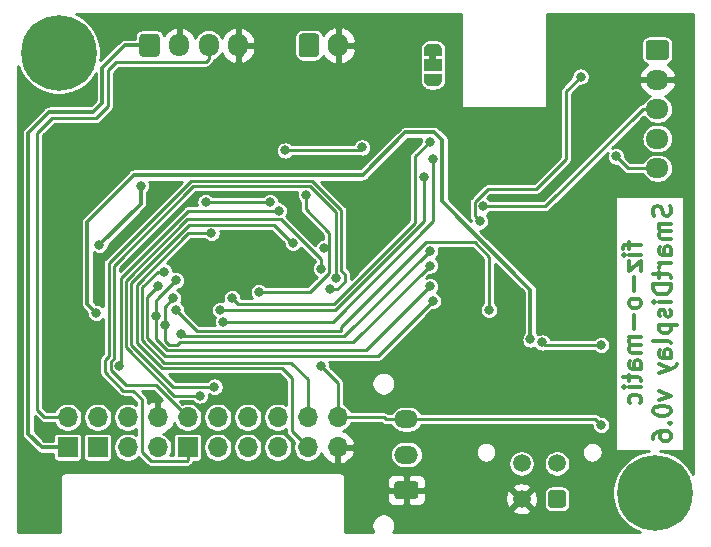
<source format=gbr>
%TF.GenerationSoftware,KiCad,Pcbnew,(5.1.12-1-10_14)*%
%TF.CreationDate,2023-02-08T21:42:28+01:00*%
%TF.ProjectId,SmartDisplay,536d6172-7444-4697-9370-6c61792e6b69,rev?*%
%TF.SameCoordinates,Original*%
%TF.FileFunction,Copper,L2,Bot*%
%TF.FilePolarity,Positive*%
%FSLAX46Y46*%
G04 Gerber Fmt 4.6, Leading zero omitted, Abs format (unit mm)*
G04 Created by KiCad (PCBNEW (5.1.12-1-10_14)) date 2023-02-08 21:42:28*
%MOMM*%
%LPD*%
G01*
G04 APERTURE LIST*
%TA.AperFunction,NonConductor*%
%ADD10C,0.300000*%
%TD*%
%TA.AperFunction,EtchedComponent*%
%ADD11C,0.100000*%
%TD*%
%TA.AperFunction,SMDPad,CuDef*%
%ADD12C,0.100000*%
%TD*%
%TA.AperFunction,SMDPad,CuDef*%
%ADD13R,1.500000X1.000000*%
%TD*%
%TA.AperFunction,ComponentPad*%
%ADD14C,0.800000*%
%TD*%
%TA.AperFunction,ComponentPad*%
%ADD15C,6.400000*%
%TD*%
%TA.AperFunction,ComponentPad*%
%ADD16O,2.020000X1.500000*%
%TD*%
%TA.AperFunction,ComponentPad*%
%ADD17O,1.700000X1.950000*%
%TD*%
%TA.AperFunction,ComponentPad*%
%ADD18O,1.700000X2.000000*%
%TD*%
%TA.AperFunction,ComponentPad*%
%ADD19O,1.950000X1.700000*%
%TD*%
%TA.AperFunction,ComponentPad*%
%ADD20O,1.700000X1.700000*%
%TD*%
%TA.AperFunction,ComponentPad*%
%ADD21R,1.700000X1.700000*%
%TD*%
%TA.AperFunction,ComponentPad*%
%ADD22C,1.500000*%
%TD*%
%TA.AperFunction,ViaPad*%
%ADD23C,0.800000*%
%TD*%
%TA.AperFunction,Conductor*%
%ADD24C,0.250000*%
%TD*%
%TA.AperFunction,Conductor*%
%ADD25C,0.350000*%
%TD*%
%TA.AperFunction,Conductor*%
%ADD26C,0.254000*%
%TD*%
%TA.AperFunction,Conductor*%
%ADD27C,0.100000*%
%TD*%
G04 APERTURE END LIST*
D10*
X179103571Y-96927142D02*
X179103571Y-97498571D01*
X180103571Y-97141428D02*
X178817857Y-97141428D01*
X178675000Y-97212857D01*
X178603571Y-97355714D01*
X178603571Y-97498571D01*
X180103571Y-97998571D02*
X179103571Y-97998571D01*
X178603571Y-97998571D02*
X178675000Y-97927142D01*
X178746428Y-97998571D01*
X178675000Y-98070000D01*
X178603571Y-97998571D01*
X178746428Y-97998571D01*
X179103571Y-98570000D02*
X179103571Y-99355714D01*
X180103571Y-98570000D01*
X180103571Y-99355714D01*
X179532142Y-99927142D02*
X179532142Y-101070000D01*
X180103571Y-101998571D02*
X180032142Y-101855714D01*
X179960714Y-101784285D01*
X179817857Y-101712857D01*
X179389285Y-101712857D01*
X179246428Y-101784285D01*
X179175000Y-101855714D01*
X179103571Y-101998571D01*
X179103571Y-102212857D01*
X179175000Y-102355714D01*
X179246428Y-102427142D01*
X179389285Y-102498571D01*
X179817857Y-102498571D01*
X179960714Y-102427142D01*
X180032142Y-102355714D01*
X180103571Y-102212857D01*
X180103571Y-101998571D01*
X179532142Y-103141428D02*
X179532142Y-104284285D01*
X180103571Y-104998571D02*
X179103571Y-104998571D01*
X179246428Y-104998571D02*
X179175000Y-105070000D01*
X179103571Y-105212857D01*
X179103571Y-105427142D01*
X179175000Y-105570000D01*
X179317857Y-105641428D01*
X180103571Y-105641428D01*
X179317857Y-105641428D02*
X179175000Y-105712857D01*
X179103571Y-105855714D01*
X179103571Y-106070000D01*
X179175000Y-106212857D01*
X179317857Y-106284285D01*
X180103571Y-106284285D01*
X180103571Y-107641428D02*
X179317857Y-107641428D01*
X179175000Y-107570000D01*
X179103571Y-107427142D01*
X179103571Y-107141428D01*
X179175000Y-106998571D01*
X180032142Y-107641428D02*
X180103571Y-107498571D01*
X180103571Y-107141428D01*
X180032142Y-106998571D01*
X179889285Y-106927142D01*
X179746428Y-106927142D01*
X179603571Y-106998571D01*
X179532142Y-107141428D01*
X179532142Y-107498571D01*
X179460714Y-107641428D01*
X179103571Y-108141428D02*
X179103571Y-108712857D01*
X178603571Y-108355714D02*
X179889285Y-108355714D01*
X180032142Y-108427142D01*
X180103571Y-108570000D01*
X180103571Y-108712857D01*
X180103571Y-109212857D02*
X179103571Y-109212857D01*
X178603571Y-109212857D02*
X178675000Y-109141428D01*
X178746428Y-109212857D01*
X178675000Y-109284285D01*
X178603571Y-109212857D01*
X178746428Y-109212857D01*
X180032142Y-110570000D02*
X180103571Y-110427142D01*
X180103571Y-110141428D01*
X180032142Y-109998571D01*
X179960714Y-109927142D01*
X179817857Y-109855714D01*
X179389285Y-109855714D01*
X179246428Y-109927142D01*
X179175000Y-109998571D01*
X179103571Y-110141428D01*
X179103571Y-110427142D01*
X179175000Y-110570000D01*
X182582142Y-93855714D02*
X182653571Y-94070000D01*
X182653571Y-94427142D01*
X182582142Y-94570000D01*
X182510714Y-94641428D01*
X182367857Y-94712857D01*
X182225000Y-94712857D01*
X182082142Y-94641428D01*
X182010714Y-94570000D01*
X181939285Y-94427142D01*
X181867857Y-94141428D01*
X181796428Y-93998571D01*
X181725000Y-93927142D01*
X181582142Y-93855714D01*
X181439285Y-93855714D01*
X181296428Y-93927142D01*
X181225000Y-93998571D01*
X181153571Y-94141428D01*
X181153571Y-94498571D01*
X181225000Y-94712857D01*
X182653571Y-95355714D02*
X181653571Y-95355714D01*
X181796428Y-95355714D02*
X181725000Y-95427142D01*
X181653571Y-95570000D01*
X181653571Y-95784285D01*
X181725000Y-95927142D01*
X181867857Y-95998571D01*
X182653571Y-95998571D01*
X181867857Y-95998571D02*
X181725000Y-96070000D01*
X181653571Y-96212857D01*
X181653571Y-96427142D01*
X181725000Y-96570000D01*
X181867857Y-96641428D01*
X182653571Y-96641428D01*
X182653571Y-97998571D02*
X181867857Y-97998571D01*
X181725000Y-97927142D01*
X181653571Y-97784285D01*
X181653571Y-97498571D01*
X181725000Y-97355714D01*
X182582142Y-97998571D02*
X182653571Y-97855714D01*
X182653571Y-97498571D01*
X182582142Y-97355714D01*
X182439285Y-97284285D01*
X182296428Y-97284285D01*
X182153571Y-97355714D01*
X182082142Y-97498571D01*
X182082142Y-97855714D01*
X182010714Y-97998571D01*
X182653571Y-98712857D02*
X181653571Y-98712857D01*
X181939285Y-98712857D02*
X181796428Y-98784285D01*
X181725000Y-98855714D01*
X181653571Y-98998571D01*
X181653571Y-99141428D01*
X181653571Y-99427142D02*
X181653571Y-99998571D01*
X181153571Y-99641428D02*
X182439285Y-99641428D01*
X182582142Y-99712857D01*
X182653571Y-99855714D01*
X182653571Y-99998571D01*
X182653571Y-100498571D02*
X181153571Y-100498571D01*
X181153571Y-100855714D01*
X181225000Y-101070000D01*
X181367857Y-101212857D01*
X181510714Y-101284285D01*
X181796428Y-101355714D01*
X182010714Y-101355714D01*
X182296428Y-101284285D01*
X182439285Y-101212857D01*
X182582142Y-101070000D01*
X182653571Y-100855714D01*
X182653571Y-100498571D01*
X182653571Y-101998571D02*
X181653571Y-101998571D01*
X181153571Y-101998571D02*
X181225000Y-101927142D01*
X181296428Y-101998571D01*
X181225000Y-102070000D01*
X181153571Y-101998571D01*
X181296428Y-101998571D01*
X182582142Y-102641428D02*
X182653571Y-102784285D01*
X182653571Y-103070000D01*
X182582142Y-103212857D01*
X182439285Y-103284285D01*
X182367857Y-103284285D01*
X182225000Y-103212857D01*
X182153571Y-103070000D01*
X182153571Y-102855714D01*
X182082142Y-102712857D01*
X181939285Y-102641428D01*
X181867857Y-102641428D01*
X181725000Y-102712857D01*
X181653571Y-102855714D01*
X181653571Y-103070000D01*
X181725000Y-103212857D01*
X181653571Y-103927142D02*
X183153571Y-103927142D01*
X181725000Y-103927142D02*
X181653571Y-104070000D01*
X181653571Y-104355714D01*
X181725000Y-104498571D01*
X181796428Y-104570000D01*
X181939285Y-104641428D01*
X182367857Y-104641428D01*
X182510714Y-104570000D01*
X182582142Y-104498571D01*
X182653571Y-104355714D01*
X182653571Y-104070000D01*
X182582142Y-103927142D01*
X182653571Y-105498571D02*
X182582142Y-105355714D01*
X182439285Y-105284285D01*
X181153571Y-105284285D01*
X182653571Y-106712857D02*
X181867857Y-106712857D01*
X181725000Y-106641428D01*
X181653571Y-106498571D01*
X181653571Y-106212857D01*
X181725000Y-106070000D01*
X182582142Y-106712857D02*
X182653571Y-106570000D01*
X182653571Y-106212857D01*
X182582142Y-106070000D01*
X182439285Y-105998571D01*
X182296428Y-105998571D01*
X182153571Y-106070000D01*
X182082142Y-106212857D01*
X182082142Y-106570000D01*
X182010714Y-106712857D01*
X181653571Y-107284285D02*
X182653571Y-107641428D01*
X181653571Y-107998571D02*
X182653571Y-107641428D01*
X183010714Y-107498571D01*
X183082142Y-107427142D01*
X183153571Y-107284285D01*
X181653571Y-109570000D02*
X182653571Y-109927142D01*
X181653571Y-110284285D01*
X181153571Y-111141428D02*
X181153571Y-111284285D01*
X181225000Y-111427142D01*
X181296428Y-111498571D01*
X181439285Y-111570000D01*
X181725000Y-111641428D01*
X182082142Y-111641428D01*
X182367857Y-111570000D01*
X182510714Y-111498571D01*
X182582142Y-111427142D01*
X182653571Y-111284285D01*
X182653571Y-111141428D01*
X182582142Y-110998571D01*
X182510714Y-110927142D01*
X182367857Y-110855714D01*
X182082142Y-110784285D01*
X181725000Y-110784285D01*
X181439285Y-110855714D01*
X181296428Y-110927142D01*
X181225000Y-110998571D01*
X181153571Y-111141428D01*
X182510714Y-112284285D02*
X182582142Y-112355714D01*
X182653571Y-112284285D01*
X182582142Y-112212857D01*
X182510714Y-112284285D01*
X182653571Y-112284285D01*
X181153571Y-113641428D02*
X181153571Y-113355714D01*
X181225000Y-113212857D01*
X181296428Y-113141428D01*
X181510714Y-112998571D01*
X181796428Y-112927142D01*
X182367857Y-112927142D01*
X182510714Y-112998571D01*
X182582142Y-113070000D01*
X182653571Y-113212857D01*
X182653571Y-113498571D01*
X182582142Y-113641428D01*
X182510714Y-113712857D01*
X182367857Y-113784285D01*
X182010714Y-113784285D01*
X181867857Y-113712857D01*
X181796428Y-113641428D01*
X181725000Y-113498571D01*
X181725000Y-113212857D01*
X181796428Y-113070000D01*
X181867857Y-112998571D01*
X182010714Y-112927142D01*
D11*
%TO.C,JP3*%
G36*
X162200000Y-81020000D02*
G01*
X162200000Y-81520000D01*
X162800000Y-81520000D01*
X162800000Y-81020000D01*
X162200000Y-81020000D01*
G37*
%TD*%
%TA.AperFunction,SMDPad,CuDef*%
D12*
%TO.P,JP3,1*%
%TO.N,Net-(JP3-Pad1)*%
G36*
X161750000Y-81170000D02*
G01*
X161750000Y-80620000D01*
X161750602Y-80620000D01*
X161750602Y-80595466D01*
X161755412Y-80546635D01*
X161764984Y-80498510D01*
X161779228Y-80451555D01*
X161798005Y-80406222D01*
X161821136Y-80362949D01*
X161848396Y-80322150D01*
X161879524Y-80284221D01*
X161914221Y-80249524D01*
X161952150Y-80218396D01*
X161992949Y-80191136D01*
X162036222Y-80168005D01*
X162081555Y-80149228D01*
X162128510Y-80134984D01*
X162176635Y-80125412D01*
X162225466Y-80120602D01*
X162250000Y-80120602D01*
X162250000Y-80120000D01*
X162750000Y-80120000D01*
X162750000Y-80120602D01*
X162774534Y-80120602D01*
X162823365Y-80125412D01*
X162871490Y-80134984D01*
X162918445Y-80149228D01*
X162963778Y-80168005D01*
X163007051Y-80191136D01*
X163047850Y-80218396D01*
X163085779Y-80249524D01*
X163120476Y-80284221D01*
X163151604Y-80322150D01*
X163178864Y-80362949D01*
X163201995Y-80406222D01*
X163220772Y-80451555D01*
X163235016Y-80498510D01*
X163244588Y-80546635D01*
X163249398Y-80595466D01*
X163249398Y-80620000D01*
X163250000Y-80620000D01*
X163250000Y-81170000D01*
X161750000Y-81170000D01*
G37*
%TD.AperFunction*%
D13*
%TO.P,JP3,2*%
%TO.N,Net-(JP3-Pad2)*%
X162500000Y-81920000D03*
%TA.AperFunction,SMDPad,CuDef*%
D12*
%TO.P,JP3,3*%
%TO.N,Net-(JP3-Pad3)*%
G36*
X163249398Y-83220000D02*
G01*
X163249398Y-83244534D01*
X163244588Y-83293365D01*
X163235016Y-83341490D01*
X163220772Y-83388445D01*
X163201995Y-83433778D01*
X163178864Y-83477051D01*
X163151604Y-83517850D01*
X163120476Y-83555779D01*
X163085779Y-83590476D01*
X163047850Y-83621604D01*
X163007051Y-83648864D01*
X162963778Y-83671995D01*
X162918445Y-83690772D01*
X162871490Y-83705016D01*
X162823365Y-83714588D01*
X162774534Y-83719398D01*
X162750000Y-83719398D01*
X162750000Y-83720000D01*
X162250000Y-83720000D01*
X162250000Y-83719398D01*
X162225466Y-83719398D01*
X162176635Y-83714588D01*
X162128510Y-83705016D01*
X162081555Y-83690772D01*
X162036222Y-83671995D01*
X161992949Y-83648864D01*
X161952150Y-83621604D01*
X161914221Y-83590476D01*
X161879524Y-83555779D01*
X161848396Y-83517850D01*
X161821136Y-83477051D01*
X161798005Y-83433778D01*
X161779228Y-83388445D01*
X161764984Y-83341490D01*
X161755412Y-83293365D01*
X161750602Y-83244534D01*
X161750602Y-83220000D01*
X161750000Y-83220000D01*
X161750000Y-82670000D01*
X163250000Y-82670000D01*
X163250000Y-83220000D01*
X163249398Y-83220000D01*
G37*
%TD.AperFunction*%
%TD*%
D14*
%TO.P,H2,1*%
%TO.N,Net-(H2-Pad1)*%
X182972112Y-116459000D03*
X181275056Y-115756056D03*
X179578000Y-116459000D03*
X178875056Y-118156056D03*
X179578000Y-119853112D03*
X181275056Y-120556056D03*
X182972112Y-119853112D03*
X183675056Y-118156056D03*
D15*
X181275056Y-118156056D03*
%TD*%
D16*
%TO.P,J8,3*%
%TO.N,+3V3*%
X160250000Y-111920000D03*
%TO.P,J8,2*%
%TO.N,1WIRE*%
X160250000Y-114920000D03*
%TO.P,J8,1*%
%TO.N,GND*%
%TA.AperFunction,ComponentPad*%
G36*
G01*
X161010000Y-118670000D02*
X159490000Y-118670000D01*
G75*
G02*
X159240000Y-118420000I0J250000D01*
G01*
X159240000Y-117420000D01*
G75*
G02*
X159490000Y-117170000I250000J0D01*
G01*
X161010000Y-117170000D01*
G75*
G02*
X161260000Y-117420000I0J-250000D01*
G01*
X161260000Y-118420000D01*
G75*
G02*
X161010000Y-118670000I-250000J0D01*
G01*
G37*
%TD.AperFunction*%
%TD*%
D17*
%TO.P,J4,4*%
%TO.N,GND*%
X146000000Y-80264000D03*
%TO.P,J4,3*%
%TO.N,INSTR.BEL*%
X143500000Y-80264000D03*
%TO.P,J4,2*%
%TO.N,GND*%
X141000000Y-80264000D03*
%TO.P,J4,1*%
%TO.N,+12V*%
%TA.AperFunction,ComponentPad*%
G36*
G01*
X137650000Y-80989000D02*
X137650000Y-79539000D01*
G75*
G02*
X137900000Y-79289000I250000J0D01*
G01*
X139100000Y-79289000D01*
G75*
G02*
X139350000Y-79539000I0J-250000D01*
G01*
X139350000Y-80989000D01*
G75*
G02*
X139100000Y-81239000I-250000J0D01*
G01*
X137900000Y-81239000D01*
G75*
G02*
X137650000Y-80989000I0J250000D01*
G01*
G37*
%TD.AperFunction*%
%TD*%
D18*
%TO.P,J2,2*%
%TO.N,GND*%
X154500000Y-80264000D03*
%TO.P,J2,1*%
%TO.N,Net-(J2-Pad1)*%
%TA.AperFunction,ComponentPad*%
G36*
G01*
X151150000Y-81014000D02*
X151150000Y-79514000D01*
G75*
G02*
X151400000Y-79264000I250000J0D01*
G01*
X152600000Y-79264000D01*
G75*
G02*
X152850000Y-79514000I0J-250000D01*
G01*
X152850000Y-81014000D01*
G75*
G02*
X152600000Y-81264000I-250000J0D01*
G01*
X151400000Y-81264000D01*
G75*
G02*
X151150000Y-81014000I0J250000D01*
G01*
G37*
%TD.AperFunction*%
%TD*%
D19*
%TO.P,J6,5*%
%TO.N,Net-(C12-Pad1)*%
X181500000Y-90670000D03*
%TO.P,J6,4*%
%TO.N,RXD*%
X181500000Y-88170000D03*
%TO.P,J6,3*%
%TO.N,TXD*%
X181500000Y-85670000D03*
%TO.P,J6,2*%
%TO.N,GND*%
X181500000Y-83170000D03*
%TO.P,J6,1*%
%TO.N,+3V3*%
%TA.AperFunction,ComponentPad*%
G36*
G01*
X180775000Y-79820000D02*
X182225000Y-79820000D01*
G75*
G02*
X182475000Y-80070000I0J-250000D01*
G01*
X182475000Y-81270000D01*
G75*
G02*
X182225000Y-81520000I-250000J0D01*
G01*
X180775000Y-81520000D01*
G75*
G02*
X180525000Y-81270000I0J250000D01*
G01*
X180525000Y-80070000D01*
G75*
G02*
X180775000Y-79820000I250000J0D01*
G01*
G37*
%TD.AperFunction*%
%TD*%
D20*
%TO.P,J5,6*%
%TO.N,GND*%
X139192000Y-111760000D03*
%TO.P,J5,5*%
%TO.N,MISO*%
X139192000Y-114300000D03*
%TO.P,J5,4*%
%TO.N,MOSI*%
X136652000Y-111760000D03*
%TO.P,J5,3*%
%TO.N,SCK*%
X136652000Y-114300000D03*
%TO.P,J5,2*%
%TO.N,+3V3*%
X134112000Y-111760000D03*
D21*
%TO.P,J5,1*%
%TO.N,UPDI*%
X134112000Y-114300000D03*
%TD*%
D20*
%TO.P,J3,2*%
%TO.N,INSTR.BEL*%
X131572000Y-111760000D03*
D21*
%TO.P,J3,1*%
%TO.N,+12V*%
X131572000Y-114300000D03*
%TD*%
D20*
%TO.P,J7,12*%
%TO.N,+3V3*%
X154432000Y-111760000D03*
%TO.P,J7,11*%
%TO.N,GND*%
X154432000Y-114300000D03*
%TO.P,J7,10*%
%TO.N,SCL*%
X151892000Y-111760000D03*
%TO.P,J7,9*%
%TO.N,SDA*%
X151892000Y-114300000D03*
%TO.P,J7,8*%
%TO.N,D4*%
X149352000Y-111760000D03*
%TO.P,J7,7*%
%TO.N,A2*%
X149352000Y-114300000D03*
%TO.P,J7,6*%
%TO.N,A1*%
X146812000Y-111760000D03*
%TO.P,J7,5*%
%TO.N,A0*%
X146812000Y-114300000D03*
%TO.P,J7,4*%
%TO.N,D9*%
X144272000Y-111760000D03*
%TO.P,J7,3*%
%TO.N,D8*%
X144272000Y-114300000D03*
%TO.P,J7,2*%
%TO.N,D7*%
X141732000Y-111760000D03*
D21*
%TO.P,J7,1*%
%TO.N,D6*%
X141732000Y-114300000D03*
%TD*%
D14*
%TO.P,H1,1*%
%TO.N,Net-(H1-Pad1)*%
X132507056Y-79201944D03*
X130810000Y-78499000D03*
X129112944Y-79201944D03*
X128410000Y-80899000D03*
X129112944Y-82596056D03*
X130810000Y-83299000D03*
X132507056Y-82596056D03*
X133210000Y-80899000D03*
D15*
X130810000Y-80899000D03*
%TD*%
D22*
%TO.P,J1,4*%
%TO.N,CANH*%
X170000000Y-115670000D03*
%TO.P,J1,3*%
%TO.N,CANL*%
X173000000Y-115670000D03*
%TO.P,J1,2*%
%TO.N,GND*%
X170000000Y-118670000D03*
%TO.P,J1,1*%
%TO.N,+5V*%
%TA.AperFunction,ComponentPad*%
G36*
G01*
X173750000Y-118170000D02*
X173750000Y-119170000D01*
G75*
G02*
X173500000Y-119420000I-250000J0D01*
G01*
X172500000Y-119420000D01*
G75*
G02*
X172250000Y-119170000I0J250000D01*
G01*
X172250000Y-118170000D01*
G75*
G02*
X172500000Y-117920000I250000J0D01*
G01*
X173500000Y-117920000D01*
G75*
G02*
X173750000Y-118170000I0J-250000D01*
G01*
G37*
%TD.AperFunction*%
%TD*%
D23*
%TO.N,GND*%
X134750000Y-89170000D03*
X134250000Y-98420000D03*
X155750000Y-107420000D03*
X146300000Y-100020000D03*
X142300000Y-98020000D03*
X174500000Y-78420000D03*
X161750000Y-86670000D03*
X160250000Y-89170000D03*
X151500000Y-98170000D03*
X172500000Y-113420000D03*
X177500000Y-108920000D03*
X175500000Y-103420000D03*
X140000000Y-89670000D03*
X139750000Y-92420000D03*
X140250000Y-82920000D03*
X136500000Y-82920000D03*
X152500000Y-96670000D03*
%TO.N,D6*%
X153750000Y-100920000D03*
%TO.N,D7*%
X154300631Y-99958769D03*
%TO.N,SCK*%
X162250000Y-98920000D03*
X140500000Y-101670000D03*
X139774999Y-103944999D03*
%TO.N,MOSI*%
X162250000Y-100670000D03*
X140750000Y-100170000D03*
X139033464Y-103203464D03*
%TO.N,MISO*%
X162500000Y-101920000D03*
X139237347Y-100657347D03*
%TO.N,+5V*%
X134000000Y-102920000D03*
X170750000Y-105170000D03*
%TO.N,RESET*%
X166500000Y-95170000D03*
X175000000Y-82920000D03*
%TO.N,TXD*%
X166750000Y-93895000D03*
%TO.N,SCL*%
X139750000Y-99420000D03*
%TO.N,SDA*%
X143750000Y-96170000D03*
%TO.N,A3*%
X147750000Y-101170000D03*
X151750000Y-92920000D03*
X153250000Y-97420000D03*
%TO.N,D9*%
X144000000Y-109170000D03*
X150648848Y-97021152D03*
%TO.N,D8*%
X142750000Y-109920000D03*
X153000000Y-99170000D03*
%TO.N,Net-(C12-Pad1)*%
X178000000Y-89670000D03*
%TO.N,Net-(U2-Pad4)*%
X176750000Y-105645000D03*
X171750000Y-105420000D03*
%TO.N,INT_CAN*%
X162250000Y-97670000D03*
X141154563Y-104695000D03*
%TO.N,SS*%
X140750000Y-102670000D03*
X167250000Y-102670000D03*
%TO.N,UPDI*%
X149467280Y-94269989D03*
X135927000Y-107420000D03*
%TO.N,+3V3*%
X153000000Y-107420000D03*
X150000000Y-89170000D03*
X156500000Y-88920000D03*
X148700245Y-93544989D03*
X143250000Y-93544989D03*
X176750000Y-112420000D03*
%TO.N,Net-(D5-Pad1)*%
X134250000Y-97170000D03*
X137755933Y-92161972D03*
%TO.N,GPS_RXD*%
X144500000Y-102670000D03*
X161750000Y-91420000D03*
%TO.N,GPS_TXD*%
X144750000Y-103670000D03*
X162500000Y-89920000D03*
%TO.N,GPS_RESET*%
X162250000Y-88420000D03*
X145500000Y-101670000D03*
%TO.N,Net-(JP3-Pad1)*%
X162625002Y-80620000D03*
%TO.N,Net-(JP3-Pad2)*%
X162500000Y-81920000D03*
%TO.N,Net-(JP3-Pad3)*%
X162500000Y-83220000D03*
%TD*%
D24*
%TO.N,GND*%
X146344000Y-81076000D02*
X146344000Y-80264000D01*
%TO.N,D6*%
X141656999Y-115475001D02*
X138627999Y-115475001D01*
X141732000Y-115400000D02*
X141656999Y-115475001D01*
X138627999Y-115475001D02*
X137827001Y-114674003D01*
X141732000Y-114300000D02*
X141732000Y-115400000D01*
X137077001Y-109497001D02*
X137827001Y-110247001D01*
X134751990Y-107954402D02*
X136294589Y-109497001D01*
X134751989Y-106885599D02*
X134751990Y-107954402D01*
X136294589Y-109497001D02*
X137077001Y-109497001D01*
X135049991Y-106587597D02*
X134751989Y-106885599D01*
X135049991Y-98733599D02*
X135049991Y-106587597D01*
X155025632Y-100306770D02*
X155025632Y-99610768D01*
X154750641Y-99335777D02*
X154750641Y-94211229D01*
X155025632Y-99610768D02*
X154750641Y-99335777D01*
X137827001Y-114674003D02*
X137827001Y-110247001D01*
X142038601Y-91744989D02*
X135049991Y-98733599D01*
X154750641Y-94211229D02*
X152284402Y-91744990D01*
X154412402Y-100920000D02*
X155025632Y-100306770D01*
X152284402Y-91744990D02*
X142038601Y-91744989D01*
X153750000Y-100920000D02*
X154412402Y-100920000D01*
%TO.N,D7*%
X152098001Y-92194999D02*
X154300631Y-94397629D01*
X142225001Y-92194999D02*
X152098001Y-92194999D01*
X154300631Y-94397629D02*
X154300631Y-99958769D01*
X135500000Y-98920000D02*
X142225001Y-92194999D01*
X135500000Y-98920000D02*
X135500000Y-106773998D01*
X135201999Y-107768001D02*
X136480989Y-109046991D01*
X139018991Y-109046991D02*
X141732000Y-111760000D01*
X136480989Y-109046991D02*
X139018991Y-109046991D01*
X135201999Y-107071999D02*
X135201999Y-107768001D01*
X135500000Y-106773998D02*
X135201999Y-107071999D01*
%TO.N,SCK*%
X162250000Y-98920000D02*
X155750000Y-105420000D01*
X141073002Y-105420000D02*
X140848001Y-105645001D01*
X140151999Y-105645001D02*
X139774999Y-105268001D01*
X140848001Y-105645001D02*
X140151999Y-105645001D01*
X155750000Y-105420000D02*
X141073002Y-105420000D01*
X139774999Y-102395001D02*
X140500000Y-101670000D01*
X139774999Y-105268001D02*
X139774999Y-104145001D01*
X139774999Y-104145001D02*
X139774999Y-103944999D01*
X139774999Y-103944999D02*
X139774999Y-102395001D01*
%TO.N,MOSI*%
X162250000Y-100670000D02*
X156824989Y-106095011D01*
X139324989Y-101595011D02*
X140750000Y-100170000D01*
X139033464Y-101886536D02*
X139324989Y-101595011D01*
X139965599Y-106095011D02*
X156824989Y-106095011D01*
X139033464Y-105162876D02*
X139965599Y-106095011D01*
X139033464Y-103474085D02*
X139033464Y-105162876D01*
X139033464Y-103203464D02*
X139033464Y-101886536D01*
X139033464Y-103474085D02*
X139033464Y-103203464D01*
%TO.N,MISO*%
X139237347Y-100682653D02*
X139237347Y-100657347D01*
X138308463Y-101611537D02*
X139237347Y-100682653D01*
X138308463Y-105074285D02*
X138308463Y-101611537D01*
X139779197Y-106545019D02*
X138308463Y-105074285D01*
X157874981Y-106545019D02*
X139779197Y-106545019D01*
X162500000Y-101920000D02*
X157874981Y-106545019D01*
X139192000Y-114228000D02*
X139192000Y-114300000D01*
D25*
%TO.N,+5V*%
X137195520Y-91244981D02*
X155824981Y-91244981D01*
X133224999Y-95215502D02*
X137195520Y-91244981D01*
X133224999Y-102144999D02*
X133224999Y-95215502D01*
X134000000Y-102920000D02*
X133224999Y-102144999D01*
X155824981Y-91244981D02*
X156574981Y-91244981D01*
X170750000Y-100962880D02*
X170750000Y-105170000D01*
X163275001Y-93487881D02*
X170750000Y-100962880D01*
X163275001Y-88297999D02*
X163275001Y-93487881D01*
X160174963Y-87644999D02*
X162622001Y-87644999D01*
X162622001Y-87644999D02*
X163275001Y-88297999D01*
X156574981Y-91244981D02*
X160174963Y-87644999D01*
D24*
%TO.N,RESET*%
X166500000Y-95170000D02*
X166024999Y-94694999D01*
X166024999Y-93546999D02*
X167151998Y-92420000D01*
X166024999Y-94694999D02*
X166024999Y-93546999D01*
X167151998Y-92420000D02*
X171250000Y-92420000D01*
X171250000Y-92420000D02*
X173750000Y-89920000D01*
X173750000Y-84170000D02*
X175000000Y-82920000D01*
X173750000Y-89920000D02*
X173750000Y-84170000D01*
%TO.N,TXD*%
X166750000Y-93895000D02*
X172025000Y-93895000D01*
X180250000Y-85670000D02*
X181500000Y-85670000D01*
X172025000Y-93895000D02*
X180250000Y-85670000D01*
%TO.N,SCL*%
X139184315Y-99420000D02*
X139750000Y-99420000D01*
X137858453Y-100745862D02*
X139184315Y-99420000D01*
X151892000Y-111760000D02*
X151892000Y-108562000D01*
X137858453Y-105260685D02*
X137858453Y-100745862D01*
X139767768Y-107170000D02*
X137858453Y-105260685D01*
X150500000Y-107170000D02*
X139767768Y-107170000D01*
X151892000Y-108562000D02*
X150500000Y-107170000D01*
%TO.N,SDA*%
X139581368Y-107620010D02*
X137408444Y-105447086D01*
X141797907Y-96170000D02*
X143750000Y-96170000D01*
X149700010Y-107620010D02*
X139581368Y-107620010D01*
X150527001Y-108447001D02*
X149700010Y-107620010D01*
X137408444Y-100559463D02*
X141797907Y-96170000D01*
X150527001Y-112935001D02*
X150527001Y-108447001D01*
X137408444Y-105447086D02*
X137408444Y-100559463D01*
X151892000Y-114300000D02*
X150527001Y-112935001D01*
%TO.N,A3*%
X152073002Y-101170000D02*
X153725001Y-99518001D01*
X147750000Y-101170000D02*
X152073002Y-101170000D01*
X153725001Y-96145001D02*
X151750000Y-94170000D01*
X151750000Y-94170000D02*
X151750000Y-92920000D01*
X153250000Y-97420000D02*
X153274999Y-97395001D01*
X153725001Y-97395001D02*
X153725001Y-96145001D01*
X153274999Y-97395001D02*
X153725001Y-97395001D01*
X153725001Y-99518001D02*
X153725001Y-97395001D01*
%TO.N,D9*%
X140494948Y-109170000D02*
X144000000Y-109170000D01*
X141886498Y-95444999D02*
X137524951Y-99806546D01*
X136958434Y-100373063D02*
X137524951Y-99806546D01*
X136958434Y-105633486D02*
X136958434Y-100373063D01*
X140494948Y-109170000D02*
X136958434Y-105633486D01*
X141886498Y-95444999D02*
X149024999Y-95444999D01*
X150601152Y-97021152D02*
X150648848Y-97021152D01*
X149024999Y-95444999D02*
X150601152Y-97021152D01*
%TO.N,D8*%
X153000000Y-98346998D02*
X153000000Y-99170000D01*
X149647991Y-94994989D02*
X153000000Y-98346998D01*
X141700098Y-94994989D02*
X149647991Y-94994989D01*
X136508425Y-105819883D02*
X136508424Y-100186663D01*
X136508424Y-100186663D02*
X141700098Y-94994989D01*
X140608542Y-109920000D02*
X136508425Y-105819883D01*
X142750000Y-109920000D02*
X140608542Y-109920000D01*
D25*
%TO.N,+12V*%
X134500000Y-82170000D02*
X134500000Y-85170000D01*
X134500000Y-85170000D02*
X133750000Y-85920000D01*
X133750000Y-85920000D02*
X130000000Y-85920000D01*
X130000000Y-85920000D02*
X128250000Y-87670000D01*
X128250000Y-87670000D02*
X128250000Y-113170000D01*
X129380000Y-114300000D02*
X131572000Y-114300000D01*
X128250000Y-113170000D02*
X129380000Y-114300000D01*
X136406000Y-80264000D02*
X134500000Y-82170000D01*
X138500000Y-80264000D02*
X136406000Y-80264000D01*
D24*
%TO.N,INSTR.BEL*%
X131572000Y-111760000D02*
X129590000Y-111760000D01*
X129590000Y-111760000D02*
X129000000Y-111170000D01*
X129000000Y-111170000D02*
X129000000Y-87670000D01*
X130249990Y-86420010D02*
X133999990Y-86420010D01*
X129000000Y-87670000D02*
X130249990Y-86420010D01*
X135000000Y-85420000D02*
X135000000Y-82377120D01*
X133999990Y-86420010D02*
X135000000Y-85420000D01*
X135000000Y-82377120D02*
X135707120Y-81670000D01*
X135707120Y-81670000D02*
X143250000Y-81670000D01*
X143500000Y-81420000D02*
X143500000Y-80264000D01*
X143250000Y-81670000D02*
X143500000Y-81420000D01*
%TO.N,Net-(C12-Pad1)*%
X179000000Y-90670000D02*
X181500000Y-90670000D01*
X178000000Y-89670000D02*
X179000000Y-90670000D01*
%TO.N,Net-(U2-Pad4)*%
X176750000Y-105645000D02*
X171975000Y-105645000D01*
X171975000Y-105645000D02*
X171750000Y-105420000D01*
%TO.N,INT_CAN*%
X162250000Y-97670000D02*
X155000000Y-104920000D01*
X141379563Y-104920000D02*
X155000000Y-104920000D01*
X141154563Y-104695000D02*
X141379563Y-104920000D01*
%TO.N,SS*%
X140750000Y-102670000D02*
X142500000Y-104420000D01*
X142500000Y-104420000D02*
X154750000Y-104420000D01*
X161901999Y-96944999D02*
X166024999Y-96944999D01*
X154750000Y-104096998D02*
X161901999Y-96944999D01*
X154750000Y-104420000D02*
X154750000Y-104096998D01*
X166024999Y-96944999D02*
X167250000Y-98170000D01*
X167250000Y-98170000D02*
X167250000Y-102670000D01*
%TO.N,UPDI*%
X141788688Y-94269989D02*
X136058416Y-100000261D01*
X149467280Y-94269989D02*
X141788688Y-94269989D01*
X136058416Y-100000261D02*
X136058416Y-106006282D01*
X136058416Y-107288584D02*
X135927000Y-107420000D01*
X136058416Y-106006282D02*
X136058416Y-107288584D01*
%TO.N,+3V3*%
X154432000Y-111760000D02*
X158340000Y-111760000D01*
X158500000Y-111920000D02*
X160250000Y-111920000D01*
X158340000Y-111760000D02*
X158500000Y-111920000D01*
X154432000Y-108852000D02*
X154432000Y-111760000D01*
X153000000Y-107420000D02*
X154432000Y-108852000D01*
X156250000Y-89170000D02*
X156500000Y-88920000D01*
X150000000Y-89170000D02*
X156250000Y-89170000D01*
X148700245Y-93544989D02*
X143250000Y-93544989D01*
X176250000Y-111920000D02*
X160250000Y-111920000D01*
X176750000Y-112420000D02*
X176250000Y-111920000D01*
D25*
%TO.N,Net-(D5-Pad1)*%
X137755933Y-93664067D02*
X137755933Y-92161972D01*
X134250000Y-97170000D02*
X137755933Y-93664067D01*
D24*
%TO.N,GPS_RXD*%
X144500000Y-102670000D02*
X154250000Y-102670000D01*
X154250000Y-102670000D02*
X160750000Y-96170000D01*
X160750000Y-96170000D02*
X161750000Y-95170000D01*
X161750000Y-95170000D02*
X161750000Y-91420000D01*
%TO.N,GPS_TXD*%
X144750000Y-103670000D02*
X154000000Y-103670000D01*
X154000000Y-103670000D02*
X162500000Y-95170000D01*
X162500000Y-95170000D02*
X162500000Y-89920000D01*
%TO.N,GPS_RESET*%
X162250000Y-88420000D02*
X161000000Y-89670000D01*
X161000000Y-95283590D02*
X160563599Y-95719991D01*
X161000000Y-89670000D02*
X161000000Y-95283590D01*
X160563599Y-95719991D02*
X154113590Y-102170000D01*
X154113590Y-102170000D02*
X146000000Y-102170000D01*
X146000000Y-102170000D02*
X145500000Y-101670000D01*
%TD*%
D26*
%TO.N,GND*%
X164873000Y-85420000D02*
X164875440Y-85444776D01*
X164882667Y-85468601D01*
X164894403Y-85490557D01*
X164910197Y-85509803D01*
X164929443Y-85525597D01*
X164951399Y-85537333D01*
X164975224Y-85544560D01*
X165000000Y-85547000D01*
X172000000Y-85547000D01*
X172024776Y-85544560D01*
X172048601Y-85537333D01*
X172070557Y-85525597D01*
X172089803Y-85509803D01*
X172105597Y-85490557D01*
X172117333Y-85468601D01*
X172124560Y-85444776D01*
X172127000Y-85420000D01*
X172127000Y-77622000D01*
X184506001Y-77622000D01*
X184506000Y-116598641D01*
X184448497Y-116459816D01*
X184056600Y-115873302D01*
X183557810Y-115374512D01*
X182971296Y-114982615D01*
X182319595Y-114712672D01*
X181758183Y-114601000D01*
X183751000Y-114601000D01*
X183751000Y-93039000D01*
X177889000Y-93039000D01*
X177889000Y-114601000D01*
X180791929Y-114601000D01*
X180230517Y-114712672D01*
X179578816Y-114982615D01*
X178992302Y-115374512D01*
X178493512Y-115873302D01*
X178101615Y-116459816D01*
X177831672Y-117111517D01*
X177694056Y-117803358D01*
X177694056Y-118508754D01*
X177831672Y-119200595D01*
X178101615Y-119852296D01*
X178493512Y-120438810D01*
X178992302Y-120937600D01*
X179578816Y-121329497D01*
X180024246Y-121514000D01*
X159115035Y-121514000D01*
X159190368Y-121401256D01*
X159266956Y-121216356D01*
X159306000Y-121020067D01*
X159306000Y-120819933D01*
X159266956Y-120623644D01*
X159190368Y-120438744D01*
X159079179Y-120272338D01*
X158937662Y-120130821D01*
X158771256Y-120019632D01*
X158586356Y-119943044D01*
X158390067Y-119904000D01*
X158189933Y-119904000D01*
X157993644Y-119943044D01*
X157808744Y-120019632D01*
X157642338Y-120130821D01*
X157500821Y-120272338D01*
X157389632Y-120438744D01*
X157313044Y-120623644D01*
X157274000Y-120819933D01*
X157274000Y-121020067D01*
X157313044Y-121216356D01*
X157389632Y-121401256D01*
X157464965Y-121514000D01*
X155092000Y-121514000D01*
X155092000Y-119626993D01*
X169222612Y-119626993D01*
X169288137Y-119865860D01*
X169535116Y-119981760D01*
X169799960Y-120047250D01*
X170072492Y-120059812D01*
X170342238Y-120018965D01*
X170598832Y-119926277D01*
X170711863Y-119865860D01*
X170777388Y-119626993D01*
X170000000Y-118849605D01*
X169222612Y-119626993D01*
X155092000Y-119626993D01*
X155092000Y-118670000D01*
X158601928Y-118670000D01*
X158614188Y-118794482D01*
X158650498Y-118914180D01*
X158709463Y-119024494D01*
X158788815Y-119121185D01*
X158885506Y-119200537D01*
X158995820Y-119259502D01*
X159115518Y-119295812D01*
X159240000Y-119308072D01*
X159964250Y-119305000D01*
X160123000Y-119146250D01*
X160123000Y-118047000D01*
X160377000Y-118047000D01*
X160377000Y-119146250D01*
X160535750Y-119305000D01*
X161260000Y-119308072D01*
X161384482Y-119295812D01*
X161504180Y-119259502D01*
X161614494Y-119200537D01*
X161711185Y-119121185D01*
X161790537Y-119024494D01*
X161849502Y-118914180D01*
X161885812Y-118794482D01*
X161890932Y-118742492D01*
X168610188Y-118742492D01*
X168651035Y-119012238D01*
X168743723Y-119268832D01*
X168804140Y-119381863D01*
X169043007Y-119447388D01*
X169820395Y-118670000D01*
X170179605Y-118670000D01*
X170956993Y-119447388D01*
X171195860Y-119381863D01*
X171311760Y-119134884D01*
X171377250Y-118870040D01*
X171389812Y-118597508D01*
X171348965Y-118327762D01*
X171291978Y-118170000D01*
X171867157Y-118170000D01*
X171867157Y-119170000D01*
X171879317Y-119293462D01*
X171915329Y-119412179D01*
X171973810Y-119521589D01*
X172052512Y-119617488D01*
X172148411Y-119696190D01*
X172257821Y-119754671D01*
X172376538Y-119790683D01*
X172500000Y-119802843D01*
X173500000Y-119802843D01*
X173623462Y-119790683D01*
X173742179Y-119754671D01*
X173851589Y-119696190D01*
X173947488Y-119617488D01*
X174026190Y-119521589D01*
X174084671Y-119412179D01*
X174120683Y-119293462D01*
X174132843Y-119170000D01*
X174132843Y-118170000D01*
X174120683Y-118046538D01*
X174084671Y-117927821D01*
X174026190Y-117818411D01*
X173947488Y-117722512D01*
X173851589Y-117643810D01*
X173742179Y-117585329D01*
X173623462Y-117549317D01*
X173500000Y-117537157D01*
X172500000Y-117537157D01*
X172376538Y-117549317D01*
X172257821Y-117585329D01*
X172148411Y-117643810D01*
X172052512Y-117722512D01*
X171973810Y-117818411D01*
X171915329Y-117927821D01*
X171879317Y-118046538D01*
X171867157Y-118170000D01*
X171291978Y-118170000D01*
X171256277Y-118071168D01*
X171195860Y-117958137D01*
X170956993Y-117892612D01*
X170179605Y-118670000D01*
X169820395Y-118670000D01*
X169043007Y-117892612D01*
X168804140Y-117958137D01*
X168688240Y-118205116D01*
X168622750Y-118469960D01*
X168610188Y-118742492D01*
X161890932Y-118742492D01*
X161898072Y-118670000D01*
X161895000Y-118205750D01*
X161736250Y-118047000D01*
X160377000Y-118047000D01*
X160123000Y-118047000D01*
X158763750Y-118047000D01*
X158605000Y-118205750D01*
X158601928Y-118670000D01*
X155092000Y-118670000D01*
X155092000Y-117170000D01*
X158601928Y-117170000D01*
X158605000Y-117634250D01*
X158763750Y-117793000D01*
X160123000Y-117793000D01*
X160123000Y-116693750D01*
X160377000Y-116693750D01*
X160377000Y-117793000D01*
X161736250Y-117793000D01*
X161816243Y-117713007D01*
X169222612Y-117713007D01*
X170000000Y-118490395D01*
X170777388Y-117713007D01*
X170711863Y-117474140D01*
X170464884Y-117358240D01*
X170200040Y-117292750D01*
X169927508Y-117280188D01*
X169657762Y-117321035D01*
X169401168Y-117413723D01*
X169288137Y-117474140D01*
X169222612Y-117713007D01*
X161816243Y-117713007D01*
X161895000Y-117634250D01*
X161898072Y-117170000D01*
X161885812Y-117045518D01*
X161849502Y-116925820D01*
X161790537Y-116815506D01*
X161711185Y-116718815D01*
X161614494Y-116639463D01*
X161504180Y-116580498D01*
X161384482Y-116544188D01*
X161260000Y-116531928D01*
X160535750Y-116535000D01*
X160377000Y-116693750D01*
X160123000Y-116693750D01*
X159964250Y-116535000D01*
X159240000Y-116531928D01*
X159115518Y-116544188D01*
X158995820Y-116580498D01*
X158885506Y-116639463D01*
X158788815Y-116718815D01*
X158709463Y-116815506D01*
X158650498Y-116925820D01*
X158614188Y-117045518D01*
X158601928Y-117170000D01*
X155092000Y-117170000D01*
X155092000Y-116859941D01*
X155093964Y-116840000D01*
X155086125Y-116760410D01*
X155062910Y-116683879D01*
X155025210Y-116613347D01*
X154974474Y-116551526D01*
X154912653Y-116500790D01*
X154842121Y-116463090D01*
X154765590Y-116439875D01*
X154705941Y-116434000D01*
X154705940Y-116434000D01*
X154686000Y-116432036D01*
X154666059Y-116434000D01*
X131337940Y-116434000D01*
X131318000Y-116432036D01*
X131298059Y-116434000D01*
X131238410Y-116439875D01*
X131161879Y-116463090D01*
X131091347Y-116500790D01*
X131029526Y-116551526D01*
X130978790Y-116613347D01*
X130941090Y-116683879D01*
X130917875Y-116760410D01*
X130910036Y-116840000D01*
X130912000Y-116859941D01*
X130912001Y-121514000D01*
X127406000Y-121514000D01*
X127406000Y-82038621D01*
X127636559Y-82595240D01*
X128028456Y-83181754D01*
X128527246Y-83680544D01*
X129113760Y-84072441D01*
X129765461Y-84342384D01*
X130457302Y-84480000D01*
X131162698Y-84480000D01*
X131854539Y-84342384D01*
X132506240Y-84072441D01*
X133092754Y-83680544D01*
X133591544Y-83181754D01*
X133944000Y-82654267D01*
X133944001Y-84939697D01*
X133519699Y-85364000D01*
X130027305Y-85364000D01*
X130000000Y-85361311D01*
X129972695Y-85364000D01*
X129972688Y-85364000D01*
X129891005Y-85372045D01*
X129786199Y-85403838D01*
X129689608Y-85455466D01*
X129659236Y-85480392D01*
X129626161Y-85507536D01*
X129626157Y-85507540D01*
X129604947Y-85524947D01*
X129587540Y-85546157D01*
X127876168Y-87257531D01*
X127854947Y-87274947D01*
X127785466Y-87359608D01*
X127733838Y-87456200D01*
X127702045Y-87561006D01*
X127694000Y-87642689D01*
X127694000Y-87642696D01*
X127691311Y-87670000D01*
X127694000Y-87697304D01*
X127694001Y-113142686D01*
X127691311Y-113170000D01*
X127702045Y-113278994D01*
X127733839Y-113383801D01*
X127785467Y-113480392D01*
X127854948Y-113565053D01*
X127876163Y-113582464D01*
X128967540Y-114673843D01*
X128984947Y-114695053D01*
X129006157Y-114712460D01*
X129006160Y-114712463D01*
X129006415Y-114712672D01*
X129069608Y-114764534D01*
X129166199Y-114816162D01*
X129239211Y-114838310D01*
X129271004Y-114847955D01*
X129282040Y-114849042D01*
X129352688Y-114856000D01*
X129352694Y-114856000D01*
X129379999Y-114858689D01*
X129407304Y-114856000D01*
X130339157Y-114856000D01*
X130339157Y-115150000D01*
X130346513Y-115224689D01*
X130368299Y-115296508D01*
X130403678Y-115362696D01*
X130451289Y-115420711D01*
X130509304Y-115468322D01*
X130575492Y-115503701D01*
X130647311Y-115525487D01*
X130722000Y-115532843D01*
X132422000Y-115532843D01*
X132496689Y-115525487D01*
X132568508Y-115503701D01*
X132634696Y-115468322D01*
X132692711Y-115420711D01*
X132740322Y-115362696D01*
X132775701Y-115296508D01*
X132797487Y-115224689D01*
X132804843Y-115150000D01*
X132804843Y-113450000D01*
X132879157Y-113450000D01*
X132879157Y-115150000D01*
X132886513Y-115224689D01*
X132908299Y-115296508D01*
X132943678Y-115362696D01*
X132991289Y-115420711D01*
X133049304Y-115468322D01*
X133115492Y-115503701D01*
X133187311Y-115525487D01*
X133262000Y-115532843D01*
X134962000Y-115532843D01*
X135036689Y-115525487D01*
X135108508Y-115503701D01*
X135174696Y-115468322D01*
X135232711Y-115420711D01*
X135280322Y-115362696D01*
X135315701Y-115296508D01*
X135337487Y-115224689D01*
X135344843Y-115150000D01*
X135344843Y-113450000D01*
X135337487Y-113375311D01*
X135315701Y-113303492D01*
X135280322Y-113237304D01*
X135232711Y-113179289D01*
X135174696Y-113131678D01*
X135108508Y-113096299D01*
X135036689Y-113074513D01*
X134962000Y-113067157D01*
X133262000Y-113067157D01*
X133187311Y-113074513D01*
X133115492Y-113096299D01*
X133049304Y-113131678D01*
X132991289Y-113179289D01*
X132943678Y-113237304D01*
X132908299Y-113303492D01*
X132886513Y-113375311D01*
X132879157Y-113450000D01*
X132804843Y-113450000D01*
X132797487Y-113375311D01*
X132775701Y-113303492D01*
X132740322Y-113237304D01*
X132692711Y-113179289D01*
X132634696Y-113131678D01*
X132568508Y-113096299D01*
X132496689Y-113074513D01*
X132422000Y-113067157D01*
X130722000Y-113067157D01*
X130647311Y-113074513D01*
X130575492Y-113096299D01*
X130509304Y-113131678D01*
X130451289Y-113179289D01*
X130403678Y-113237304D01*
X130368299Y-113303492D01*
X130346513Y-113375311D01*
X130339157Y-113450000D01*
X130339157Y-113744000D01*
X129610303Y-113744000D01*
X128806000Y-112939699D01*
X128806000Y-111691591D01*
X129214628Y-112100220D01*
X129230473Y-112119527D01*
X129307521Y-112182759D01*
X129395425Y-112229745D01*
X129490807Y-112258678D01*
X129565146Y-112266000D01*
X129565153Y-112266000D01*
X129589999Y-112268447D01*
X129614845Y-112266000D01*
X130449168Y-112266000D01*
X130481102Y-112343097D01*
X130615820Y-112544717D01*
X130787283Y-112716180D01*
X130988903Y-112850898D01*
X131212931Y-112943693D01*
X131450757Y-112991000D01*
X131693243Y-112991000D01*
X131931069Y-112943693D01*
X132155097Y-112850898D01*
X132356717Y-112716180D01*
X132528180Y-112544717D01*
X132662898Y-112343097D01*
X132755693Y-112119069D01*
X132803000Y-111881243D01*
X132803000Y-111638757D01*
X132881000Y-111638757D01*
X132881000Y-111881243D01*
X132928307Y-112119069D01*
X133021102Y-112343097D01*
X133155820Y-112544717D01*
X133327283Y-112716180D01*
X133528903Y-112850898D01*
X133752931Y-112943693D01*
X133990757Y-112991000D01*
X134233243Y-112991000D01*
X134471069Y-112943693D01*
X134695097Y-112850898D01*
X134896717Y-112716180D01*
X135068180Y-112544717D01*
X135202898Y-112343097D01*
X135295693Y-112119069D01*
X135343000Y-111881243D01*
X135343000Y-111638757D01*
X135295693Y-111400931D01*
X135202898Y-111176903D01*
X135068180Y-110975283D01*
X134896717Y-110803820D01*
X134695097Y-110669102D01*
X134471069Y-110576307D01*
X134233243Y-110529000D01*
X133990757Y-110529000D01*
X133752931Y-110576307D01*
X133528903Y-110669102D01*
X133327283Y-110803820D01*
X133155820Y-110975283D01*
X133021102Y-111176903D01*
X132928307Y-111400931D01*
X132881000Y-111638757D01*
X132803000Y-111638757D01*
X132755693Y-111400931D01*
X132662898Y-111176903D01*
X132528180Y-110975283D01*
X132356717Y-110803820D01*
X132155097Y-110669102D01*
X131931069Y-110576307D01*
X131693243Y-110529000D01*
X131450757Y-110529000D01*
X131212931Y-110576307D01*
X130988903Y-110669102D01*
X130787283Y-110803820D01*
X130615820Y-110975283D01*
X130481102Y-111176903D01*
X130449168Y-111254000D01*
X129799592Y-111254000D01*
X129506000Y-110960409D01*
X129506000Y-95215502D01*
X132666310Y-95215502D01*
X132669000Y-95242816D01*
X132668999Y-102117695D01*
X132666310Y-102144999D01*
X132668999Y-102172303D01*
X132668999Y-102172310D01*
X132677044Y-102253993D01*
X132708837Y-102358799D01*
X132760465Y-102455391D01*
X132829946Y-102540052D01*
X132851167Y-102557468D01*
X133219000Y-102925301D01*
X133219000Y-102996922D01*
X133249013Y-103147809D01*
X133307887Y-103289942D01*
X133393358Y-103417859D01*
X133502141Y-103526642D01*
X133630058Y-103612113D01*
X133772191Y-103670987D01*
X133923078Y-103701000D01*
X134076922Y-103701000D01*
X134227809Y-103670987D01*
X134369942Y-103612113D01*
X134497859Y-103526642D01*
X134543992Y-103480509D01*
X134543992Y-106378005D01*
X134411769Y-106510228D01*
X134392462Y-106526073D01*
X134329230Y-106603121D01*
X134282244Y-106691025D01*
X134253311Y-106786407D01*
X134245989Y-106860746D01*
X134245989Y-106860753D01*
X134243542Y-106885599D01*
X134245989Y-106910446D01*
X134245991Y-107929547D01*
X134243543Y-107954402D01*
X134253312Y-108053594D01*
X134282245Y-108148976D01*
X134304117Y-108189894D01*
X134329232Y-108236881D01*
X134392464Y-108313929D01*
X134411770Y-108329774D01*
X135919217Y-109837221D01*
X135935062Y-109856528D01*
X136012110Y-109919760D01*
X136100014Y-109966746D01*
X136173196Y-109988945D01*
X136195395Y-109995679D01*
X136205283Y-109996653D01*
X136269735Y-110003001D01*
X136269742Y-110003001D01*
X136294588Y-110005448D01*
X136319434Y-110003001D01*
X136867410Y-110003001D01*
X137321002Y-110456594D01*
X137321002Y-110726502D01*
X137235097Y-110669102D01*
X137011069Y-110576307D01*
X136773243Y-110529000D01*
X136530757Y-110529000D01*
X136292931Y-110576307D01*
X136068903Y-110669102D01*
X135867283Y-110803820D01*
X135695820Y-110975283D01*
X135561102Y-111176903D01*
X135468307Y-111400931D01*
X135421000Y-111638757D01*
X135421000Y-111881243D01*
X135468307Y-112119069D01*
X135561102Y-112343097D01*
X135695820Y-112544717D01*
X135867283Y-112716180D01*
X136068903Y-112850898D01*
X136292931Y-112943693D01*
X136530757Y-112991000D01*
X136773243Y-112991000D01*
X137011069Y-112943693D01*
X137235097Y-112850898D01*
X137321001Y-112793499D01*
X137321001Y-113266501D01*
X137235097Y-113209102D01*
X137011069Y-113116307D01*
X136773243Y-113069000D01*
X136530757Y-113069000D01*
X136292931Y-113116307D01*
X136068903Y-113209102D01*
X135867283Y-113343820D01*
X135695820Y-113515283D01*
X135561102Y-113716903D01*
X135468307Y-113940931D01*
X135421000Y-114178757D01*
X135421000Y-114421243D01*
X135468307Y-114659069D01*
X135561102Y-114883097D01*
X135695820Y-115084717D01*
X135867283Y-115256180D01*
X136068903Y-115390898D01*
X136292931Y-115483693D01*
X136530757Y-115531000D01*
X136773243Y-115531000D01*
X137011069Y-115483693D01*
X137235097Y-115390898D01*
X137436717Y-115256180D01*
X137565152Y-115127745D01*
X138252627Y-115815221D01*
X138268472Y-115834528D01*
X138345520Y-115897760D01*
X138433424Y-115944746D01*
X138528805Y-115973679D01*
X138538693Y-115974653D01*
X138603145Y-115981001D01*
X138603152Y-115981001D01*
X138627998Y-115983448D01*
X138652844Y-115981001D01*
X141632153Y-115981001D01*
X141656999Y-115983448D01*
X141681845Y-115981001D01*
X141681853Y-115981001D01*
X141756192Y-115973679D01*
X141851574Y-115944746D01*
X141939478Y-115897760D01*
X142016526Y-115834528D01*
X142032375Y-115815216D01*
X142072215Y-115775376D01*
X142091527Y-115759527D01*
X142154759Y-115682479D01*
X142201745Y-115594575D01*
X142220471Y-115532843D01*
X142582000Y-115532843D01*
X142656689Y-115525487D01*
X142728508Y-115503701D01*
X142794696Y-115468322D01*
X142852711Y-115420711D01*
X142900322Y-115362696D01*
X142935701Y-115296508D01*
X142957487Y-115224689D01*
X142964843Y-115150000D01*
X142964843Y-114178757D01*
X143041000Y-114178757D01*
X143041000Y-114421243D01*
X143088307Y-114659069D01*
X143181102Y-114883097D01*
X143315820Y-115084717D01*
X143487283Y-115256180D01*
X143688903Y-115390898D01*
X143912931Y-115483693D01*
X144150757Y-115531000D01*
X144393243Y-115531000D01*
X144631069Y-115483693D01*
X144855097Y-115390898D01*
X145056717Y-115256180D01*
X145228180Y-115084717D01*
X145362898Y-114883097D01*
X145455693Y-114659069D01*
X145503000Y-114421243D01*
X145503000Y-114178757D01*
X145581000Y-114178757D01*
X145581000Y-114421243D01*
X145628307Y-114659069D01*
X145721102Y-114883097D01*
X145855820Y-115084717D01*
X146027283Y-115256180D01*
X146228903Y-115390898D01*
X146452931Y-115483693D01*
X146690757Y-115531000D01*
X146933243Y-115531000D01*
X147171069Y-115483693D01*
X147395097Y-115390898D01*
X147596717Y-115256180D01*
X147768180Y-115084717D01*
X147902898Y-114883097D01*
X147995693Y-114659069D01*
X148043000Y-114421243D01*
X148043000Y-114178757D01*
X148121000Y-114178757D01*
X148121000Y-114421243D01*
X148168307Y-114659069D01*
X148261102Y-114883097D01*
X148395820Y-115084717D01*
X148567283Y-115256180D01*
X148768903Y-115390898D01*
X148992931Y-115483693D01*
X149230757Y-115531000D01*
X149473243Y-115531000D01*
X149711069Y-115483693D01*
X149935097Y-115390898D01*
X150136717Y-115256180D01*
X150308180Y-115084717D01*
X150442898Y-114883097D01*
X150535693Y-114659069D01*
X150583000Y-114421243D01*
X150583000Y-114178757D01*
X150535693Y-113940931D01*
X150442898Y-113716903D01*
X150308180Y-113515283D01*
X150136717Y-113343820D01*
X149935097Y-113209102D01*
X149711069Y-113116307D01*
X149473243Y-113069000D01*
X149230757Y-113069000D01*
X148992931Y-113116307D01*
X148768903Y-113209102D01*
X148567283Y-113343820D01*
X148395820Y-113515283D01*
X148261102Y-113716903D01*
X148168307Y-113940931D01*
X148121000Y-114178757D01*
X148043000Y-114178757D01*
X147995693Y-113940931D01*
X147902898Y-113716903D01*
X147768180Y-113515283D01*
X147596717Y-113343820D01*
X147395097Y-113209102D01*
X147171069Y-113116307D01*
X146933243Y-113069000D01*
X146690757Y-113069000D01*
X146452931Y-113116307D01*
X146228903Y-113209102D01*
X146027283Y-113343820D01*
X145855820Y-113515283D01*
X145721102Y-113716903D01*
X145628307Y-113940931D01*
X145581000Y-114178757D01*
X145503000Y-114178757D01*
X145455693Y-113940931D01*
X145362898Y-113716903D01*
X145228180Y-113515283D01*
X145056717Y-113343820D01*
X144855097Y-113209102D01*
X144631069Y-113116307D01*
X144393243Y-113069000D01*
X144150757Y-113069000D01*
X143912931Y-113116307D01*
X143688903Y-113209102D01*
X143487283Y-113343820D01*
X143315820Y-113515283D01*
X143181102Y-113716903D01*
X143088307Y-113940931D01*
X143041000Y-114178757D01*
X142964843Y-114178757D01*
X142964843Y-113450000D01*
X142957487Y-113375311D01*
X142935701Y-113303492D01*
X142900322Y-113237304D01*
X142852711Y-113179289D01*
X142794696Y-113131678D01*
X142728508Y-113096299D01*
X142656689Y-113074513D01*
X142582000Y-113067157D01*
X140882000Y-113067157D01*
X140807311Y-113074513D01*
X140735492Y-113096299D01*
X140669304Y-113131678D01*
X140611289Y-113179289D01*
X140563678Y-113237304D01*
X140528299Y-113303492D01*
X140506513Y-113375311D01*
X140499157Y-113450000D01*
X140499157Y-114969001D01*
X140225499Y-114969001D01*
X140282898Y-114883097D01*
X140375693Y-114659069D01*
X140423000Y-114421243D01*
X140423000Y-114178757D01*
X140375693Y-113940931D01*
X140282898Y-113716903D01*
X140148180Y-113515283D01*
X139976717Y-113343820D01*
X139775097Y-113209102D01*
X139668846Y-113165091D01*
X139696099Y-113156825D01*
X139958920Y-113031641D01*
X140192269Y-112857588D01*
X140387178Y-112641355D01*
X140536157Y-112391252D01*
X140593772Y-112228832D01*
X140641102Y-112343097D01*
X140775820Y-112544717D01*
X140947283Y-112716180D01*
X141148903Y-112850898D01*
X141372931Y-112943693D01*
X141610757Y-112991000D01*
X141853243Y-112991000D01*
X142091069Y-112943693D01*
X142315097Y-112850898D01*
X142516717Y-112716180D01*
X142688180Y-112544717D01*
X142822898Y-112343097D01*
X142915693Y-112119069D01*
X142963000Y-111881243D01*
X142963000Y-111638757D01*
X143041000Y-111638757D01*
X143041000Y-111881243D01*
X143088307Y-112119069D01*
X143181102Y-112343097D01*
X143315820Y-112544717D01*
X143487283Y-112716180D01*
X143688903Y-112850898D01*
X143912931Y-112943693D01*
X144150757Y-112991000D01*
X144393243Y-112991000D01*
X144631069Y-112943693D01*
X144855097Y-112850898D01*
X145056717Y-112716180D01*
X145228180Y-112544717D01*
X145362898Y-112343097D01*
X145455693Y-112119069D01*
X145503000Y-111881243D01*
X145503000Y-111638757D01*
X145581000Y-111638757D01*
X145581000Y-111881243D01*
X145628307Y-112119069D01*
X145721102Y-112343097D01*
X145855820Y-112544717D01*
X146027283Y-112716180D01*
X146228903Y-112850898D01*
X146452931Y-112943693D01*
X146690757Y-112991000D01*
X146933243Y-112991000D01*
X147171069Y-112943693D01*
X147395097Y-112850898D01*
X147596717Y-112716180D01*
X147768180Y-112544717D01*
X147902898Y-112343097D01*
X147995693Y-112119069D01*
X148043000Y-111881243D01*
X148043000Y-111638757D01*
X147995693Y-111400931D01*
X147902898Y-111176903D01*
X147768180Y-110975283D01*
X147596717Y-110803820D01*
X147395097Y-110669102D01*
X147171069Y-110576307D01*
X146933243Y-110529000D01*
X146690757Y-110529000D01*
X146452931Y-110576307D01*
X146228903Y-110669102D01*
X146027283Y-110803820D01*
X145855820Y-110975283D01*
X145721102Y-111176903D01*
X145628307Y-111400931D01*
X145581000Y-111638757D01*
X145503000Y-111638757D01*
X145455693Y-111400931D01*
X145362898Y-111176903D01*
X145228180Y-110975283D01*
X145056717Y-110803820D01*
X144855097Y-110669102D01*
X144631069Y-110576307D01*
X144393243Y-110529000D01*
X144150757Y-110529000D01*
X143912931Y-110576307D01*
X143688903Y-110669102D01*
X143487283Y-110803820D01*
X143315820Y-110975283D01*
X143181102Y-111176903D01*
X143088307Y-111400931D01*
X143041000Y-111638757D01*
X142963000Y-111638757D01*
X142915693Y-111400931D01*
X142822898Y-111176903D01*
X142688180Y-110975283D01*
X142516717Y-110803820D01*
X142315097Y-110669102D01*
X142091069Y-110576307D01*
X141853243Y-110529000D01*
X141610757Y-110529000D01*
X141372931Y-110576307D01*
X141295833Y-110608242D01*
X141113592Y-110426000D01*
X142151499Y-110426000D01*
X142252141Y-110526642D01*
X142380058Y-110612113D01*
X142522191Y-110670987D01*
X142673078Y-110701000D01*
X142826922Y-110701000D01*
X142977809Y-110670987D01*
X143119942Y-110612113D01*
X143247859Y-110526642D01*
X143356642Y-110417859D01*
X143442113Y-110289942D01*
X143500987Y-110147809D01*
X143531000Y-109996922D01*
X143531000Y-109843078D01*
X143520183Y-109788697D01*
X143630058Y-109862113D01*
X143772191Y-109920987D01*
X143923078Y-109951000D01*
X144076922Y-109951000D01*
X144227809Y-109920987D01*
X144369942Y-109862113D01*
X144497859Y-109776642D01*
X144606642Y-109667859D01*
X144692113Y-109539942D01*
X144750987Y-109397809D01*
X144781000Y-109246922D01*
X144781000Y-109093078D01*
X144750987Y-108942191D01*
X144692113Y-108800058D01*
X144606642Y-108672141D01*
X144497859Y-108563358D01*
X144369942Y-108477887D01*
X144227809Y-108419013D01*
X144076922Y-108389000D01*
X143923078Y-108389000D01*
X143772191Y-108419013D01*
X143630058Y-108477887D01*
X143502141Y-108563358D01*
X143401499Y-108664000D01*
X140704540Y-108664000D01*
X140166550Y-108126010D01*
X149490419Y-108126010D01*
X150021002Y-108656594D01*
X150021001Y-110726501D01*
X149935097Y-110669102D01*
X149711069Y-110576307D01*
X149473243Y-110529000D01*
X149230757Y-110529000D01*
X148992931Y-110576307D01*
X148768903Y-110669102D01*
X148567283Y-110803820D01*
X148395820Y-110975283D01*
X148261102Y-111176903D01*
X148168307Y-111400931D01*
X148121000Y-111638757D01*
X148121000Y-111881243D01*
X148168307Y-112119069D01*
X148261102Y-112343097D01*
X148395820Y-112544717D01*
X148567283Y-112716180D01*
X148768903Y-112850898D01*
X148992931Y-112943693D01*
X149230757Y-112991000D01*
X149473243Y-112991000D01*
X149711069Y-112943693D01*
X149935097Y-112850898D01*
X150021001Y-112793499D01*
X150021001Y-112910155D01*
X150018554Y-112935001D01*
X150021001Y-112959847D01*
X150021001Y-112959854D01*
X150028323Y-113034193D01*
X150057256Y-113129575D01*
X150104242Y-113217480D01*
X150167474Y-113294528D01*
X150186786Y-113310377D01*
X150740242Y-113863833D01*
X150708307Y-113940931D01*
X150661000Y-114178757D01*
X150661000Y-114421243D01*
X150708307Y-114659069D01*
X150801102Y-114883097D01*
X150935820Y-115084717D01*
X151107283Y-115256180D01*
X151308903Y-115390898D01*
X151532931Y-115483693D01*
X151770757Y-115531000D01*
X152013243Y-115531000D01*
X152251069Y-115483693D01*
X152475097Y-115390898D01*
X152676717Y-115256180D01*
X152848180Y-115084717D01*
X152982898Y-114883097D01*
X153030228Y-114768832D01*
X153087843Y-114931252D01*
X153236822Y-115181355D01*
X153431731Y-115397588D01*
X153665080Y-115571641D01*
X153927901Y-115696825D01*
X154075110Y-115741476D01*
X154305000Y-115620155D01*
X154305000Y-114427000D01*
X154559000Y-114427000D01*
X154559000Y-115620155D01*
X154788890Y-115741476D01*
X154936099Y-115696825D01*
X155198920Y-115571641D01*
X155432269Y-115397588D01*
X155627178Y-115181355D01*
X155776157Y-114931252D01*
X155780148Y-114920000D01*
X158853528Y-114920000D01*
X158875365Y-115141715D01*
X158940037Y-115354909D01*
X159045058Y-115551390D01*
X159186393Y-115723607D01*
X159358610Y-115864942D01*
X159555091Y-115969963D01*
X159768285Y-116034635D01*
X159934442Y-116051000D01*
X160565558Y-116051000D01*
X160731715Y-116034635D01*
X160944909Y-115969963D01*
X161141390Y-115864942D01*
X161313607Y-115723607D01*
X161454942Y-115551390D01*
X161559963Y-115354909D01*
X161624635Y-115141715D01*
X161646472Y-114920000D01*
X161624635Y-114698285D01*
X161607934Y-114643229D01*
X166119000Y-114643229D01*
X166119000Y-114816771D01*
X166152856Y-114986978D01*
X166219268Y-115147310D01*
X166315682Y-115291605D01*
X166438395Y-115414318D01*
X166582690Y-115510732D01*
X166743022Y-115577144D01*
X166913229Y-115611000D01*
X167086771Y-115611000D01*
X167256978Y-115577144D01*
X167301732Y-115558606D01*
X168869000Y-115558606D01*
X168869000Y-115781394D01*
X168912464Y-115999900D01*
X168997721Y-116205729D01*
X169121495Y-116390970D01*
X169279030Y-116548505D01*
X169464271Y-116672279D01*
X169670100Y-116757536D01*
X169888606Y-116801000D01*
X170111394Y-116801000D01*
X170329900Y-116757536D01*
X170535729Y-116672279D01*
X170720970Y-116548505D01*
X170878505Y-116390970D01*
X171002279Y-116205729D01*
X171087536Y-115999900D01*
X171131000Y-115781394D01*
X171131000Y-115558606D01*
X171869000Y-115558606D01*
X171869000Y-115781394D01*
X171912464Y-115999900D01*
X171997721Y-116205729D01*
X172121495Y-116390970D01*
X172279030Y-116548505D01*
X172464271Y-116672279D01*
X172670100Y-116757536D01*
X172888606Y-116801000D01*
X173111394Y-116801000D01*
X173329900Y-116757536D01*
X173535729Y-116672279D01*
X173720970Y-116548505D01*
X173878505Y-116390970D01*
X174002279Y-116205729D01*
X174087536Y-115999900D01*
X174131000Y-115781394D01*
X174131000Y-115558606D01*
X174087536Y-115340100D01*
X174002279Y-115134271D01*
X173878505Y-114949030D01*
X173720970Y-114791495D01*
X173535729Y-114667721D01*
X173476600Y-114643229D01*
X175119000Y-114643229D01*
X175119000Y-114816771D01*
X175152856Y-114986978D01*
X175219268Y-115147310D01*
X175315682Y-115291605D01*
X175438395Y-115414318D01*
X175582690Y-115510732D01*
X175743022Y-115577144D01*
X175913229Y-115611000D01*
X176086771Y-115611000D01*
X176256978Y-115577144D01*
X176417310Y-115510732D01*
X176561605Y-115414318D01*
X176684318Y-115291605D01*
X176780732Y-115147310D01*
X176847144Y-114986978D01*
X176881000Y-114816771D01*
X176881000Y-114643229D01*
X176847144Y-114473022D01*
X176780732Y-114312690D01*
X176684318Y-114168395D01*
X176561605Y-114045682D01*
X176417310Y-113949268D01*
X176256978Y-113882856D01*
X176086771Y-113849000D01*
X175913229Y-113849000D01*
X175743022Y-113882856D01*
X175582690Y-113949268D01*
X175438395Y-114045682D01*
X175315682Y-114168395D01*
X175219268Y-114312690D01*
X175152856Y-114473022D01*
X175119000Y-114643229D01*
X173476600Y-114643229D01*
X173329900Y-114582464D01*
X173111394Y-114539000D01*
X172888606Y-114539000D01*
X172670100Y-114582464D01*
X172464271Y-114667721D01*
X172279030Y-114791495D01*
X172121495Y-114949030D01*
X171997721Y-115134271D01*
X171912464Y-115340100D01*
X171869000Y-115558606D01*
X171131000Y-115558606D01*
X171087536Y-115340100D01*
X171002279Y-115134271D01*
X170878505Y-114949030D01*
X170720970Y-114791495D01*
X170535729Y-114667721D01*
X170329900Y-114582464D01*
X170111394Y-114539000D01*
X169888606Y-114539000D01*
X169670100Y-114582464D01*
X169464271Y-114667721D01*
X169279030Y-114791495D01*
X169121495Y-114949030D01*
X168997721Y-115134271D01*
X168912464Y-115340100D01*
X168869000Y-115558606D01*
X167301732Y-115558606D01*
X167417310Y-115510732D01*
X167561605Y-115414318D01*
X167684318Y-115291605D01*
X167780732Y-115147310D01*
X167847144Y-114986978D01*
X167881000Y-114816771D01*
X167881000Y-114643229D01*
X167847144Y-114473022D01*
X167780732Y-114312690D01*
X167684318Y-114168395D01*
X167561605Y-114045682D01*
X167417310Y-113949268D01*
X167256978Y-113882856D01*
X167086771Y-113849000D01*
X166913229Y-113849000D01*
X166743022Y-113882856D01*
X166582690Y-113949268D01*
X166438395Y-114045682D01*
X166315682Y-114168395D01*
X166219268Y-114312690D01*
X166152856Y-114473022D01*
X166119000Y-114643229D01*
X161607934Y-114643229D01*
X161559963Y-114485091D01*
X161454942Y-114288610D01*
X161313607Y-114116393D01*
X161141390Y-113975058D01*
X160944909Y-113870037D01*
X160731715Y-113805365D01*
X160565558Y-113789000D01*
X159934442Y-113789000D01*
X159768285Y-113805365D01*
X159555091Y-113870037D01*
X159358610Y-113975058D01*
X159186393Y-114116393D01*
X159045058Y-114288610D01*
X158940037Y-114485091D01*
X158875365Y-114698285D01*
X158853528Y-114920000D01*
X155780148Y-114920000D01*
X155873481Y-114656891D01*
X155752814Y-114427000D01*
X154559000Y-114427000D01*
X154305000Y-114427000D01*
X154285000Y-114427000D01*
X154285000Y-114173000D01*
X154305000Y-114173000D01*
X154305000Y-114153000D01*
X154559000Y-114153000D01*
X154559000Y-114173000D01*
X155752814Y-114173000D01*
X155873481Y-113943109D01*
X155776157Y-113668748D01*
X155627178Y-113418645D01*
X155432269Y-113202412D01*
X155198920Y-113028359D01*
X154936099Y-112903175D01*
X154908846Y-112894909D01*
X155015097Y-112850898D01*
X155216717Y-112716180D01*
X155388180Y-112544717D01*
X155522898Y-112343097D01*
X155554832Y-112266000D01*
X158129372Y-112266000D01*
X158140473Y-112279527D01*
X158217521Y-112342759D01*
X158305425Y-112389745D01*
X158353116Y-112404212D01*
X158400806Y-112418678D01*
X158410694Y-112419652D01*
X158475146Y-112426000D01*
X158475153Y-112426000D01*
X158499999Y-112428447D01*
X158524845Y-112426000D01*
X158978036Y-112426000D01*
X159045058Y-112551390D01*
X159186393Y-112723607D01*
X159358610Y-112864942D01*
X159555091Y-112969963D01*
X159768285Y-113034635D01*
X159934442Y-113051000D01*
X160565558Y-113051000D01*
X160731715Y-113034635D01*
X160944909Y-112969963D01*
X161141390Y-112864942D01*
X161313607Y-112723607D01*
X161454942Y-112551390D01*
X161521964Y-112426000D01*
X175969000Y-112426000D01*
X175969000Y-112496922D01*
X175999013Y-112647809D01*
X176057887Y-112789942D01*
X176143358Y-112917859D01*
X176252141Y-113026642D01*
X176380058Y-113112113D01*
X176522191Y-113170987D01*
X176673078Y-113201000D01*
X176826922Y-113201000D01*
X176977809Y-113170987D01*
X177119942Y-113112113D01*
X177247859Y-113026642D01*
X177356642Y-112917859D01*
X177442113Y-112789942D01*
X177500987Y-112647809D01*
X177531000Y-112496922D01*
X177531000Y-112343078D01*
X177500987Y-112192191D01*
X177442113Y-112050058D01*
X177356642Y-111922141D01*
X177247859Y-111813358D01*
X177119942Y-111727887D01*
X176977809Y-111669013D01*
X176826922Y-111639000D01*
X176684591Y-111639000D01*
X176625376Y-111579785D01*
X176609527Y-111560473D01*
X176532479Y-111497241D01*
X176444575Y-111450255D01*
X176349193Y-111421322D01*
X176274854Y-111414000D01*
X176274846Y-111414000D01*
X176250000Y-111411553D01*
X176225154Y-111414000D01*
X161521964Y-111414000D01*
X161454942Y-111288610D01*
X161313607Y-111116393D01*
X161141390Y-110975058D01*
X160944909Y-110870037D01*
X160731715Y-110805365D01*
X160565558Y-110789000D01*
X159934442Y-110789000D01*
X159768285Y-110805365D01*
X159555091Y-110870037D01*
X159358610Y-110975058D01*
X159186393Y-111116393D01*
X159045058Y-111288610D01*
X158978036Y-111414000D01*
X158710628Y-111414000D01*
X158699527Y-111400473D01*
X158622479Y-111337241D01*
X158534575Y-111290255D01*
X158439193Y-111261322D01*
X158364854Y-111254000D01*
X158364846Y-111254000D01*
X158340000Y-111251553D01*
X158315154Y-111254000D01*
X155554832Y-111254000D01*
X155522898Y-111176903D01*
X155388180Y-110975283D01*
X155216717Y-110803820D01*
X155015097Y-110669102D01*
X154938000Y-110637168D01*
X154938000Y-108876854D01*
X154940448Y-108852000D01*
X154937290Y-108819933D01*
X157274000Y-108819933D01*
X157274000Y-109020067D01*
X157313044Y-109216356D01*
X157389632Y-109401256D01*
X157500821Y-109567662D01*
X157642338Y-109709179D01*
X157808744Y-109820368D01*
X157993644Y-109896956D01*
X158189933Y-109936000D01*
X158390067Y-109936000D01*
X158586356Y-109896956D01*
X158771256Y-109820368D01*
X158937662Y-109709179D01*
X159079179Y-109567662D01*
X159190368Y-109401256D01*
X159266956Y-109216356D01*
X159306000Y-109020067D01*
X159306000Y-108819933D01*
X159266956Y-108623644D01*
X159190368Y-108438744D01*
X159079179Y-108272338D01*
X158937662Y-108130821D01*
X158771256Y-108019632D01*
X158586356Y-107943044D01*
X158390067Y-107904000D01*
X158189933Y-107904000D01*
X157993644Y-107943044D01*
X157808744Y-108019632D01*
X157642338Y-108130821D01*
X157500821Y-108272338D01*
X157389632Y-108438744D01*
X157313044Y-108623644D01*
X157274000Y-108819933D01*
X154937290Y-108819933D01*
X154930678Y-108752807D01*
X154901745Y-108657425D01*
X154884003Y-108624233D01*
X154854759Y-108569521D01*
X154791527Y-108492473D01*
X154772220Y-108476628D01*
X153781000Y-107485409D01*
X153781000Y-107343078D01*
X153750987Y-107192191D01*
X153692511Y-107051019D01*
X157850135Y-107051019D01*
X157874981Y-107053466D01*
X157899827Y-107051019D01*
X157899835Y-107051019D01*
X157974174Y-107043697D01*
X158069556Y-107014764D01*
X158157460Y-106967778D01*
X158234508Y-106904546D01*
X158250357Y-106885234D01*
X162434592Y-102701000D01*
X162576922Y-102701000D01*
X162727809Y-102670987D01*
X162869942Y-102612113D01*
X162997859Y-102526642D01*
X163106642Y-102417859D01*
X163192113Y-102289942D01*
X163250987Y-102147809D01*
X163281000Y-101996922D01*
X163281000Y-101843078D01*
X163250987Y-101692191D01*
X163192113Y-101550058D01*
X163106642Y-101422141D01*
X162997859Y-101313358D01*
X162869942Y-101227887D01*
X162818091Y-101206410D01*
X162856642Y-101167859D01*
X162942113Y-101039942D01*
X163000987Y-100897809D01*
X163031000Y-100746922D01*
X163031000Y-100593078D01*
X163000987Y-100442191D01*
X162942113Y-100300058D01*
X162856642Y-100172141D01*
X162747859Y-100063358D01*
X162619942Y-99977887D01*
X162477809Y-99919013D01*
X162326922Y-99889000D01*
X162173078Y-99889000D01*
X162022191Y-99919013D01*
X161927255Y-99958337D01*
X162184592Y-99701000D01*
X162326922Y-99701000D01*
X162477809Y-99670987D01*
X162619942Y-99612113D01*
X162747859Y-99526642D01*
X162856642Y-99417859D01*
X162942113Y-99289942D01*
X163000987Y-99147809D01*
X163031000Y-98996922D01*
X163031000Y-98843078D01*
X163000987Y-98692191D01*
X162942113Y-98550058D01*
X162856642Y-98422141D01*
X162747859Y-98313358D01*
X162720384Y-98295000D01*
X162747859Y-98276642D01*
X162856642Y-98167859D01*
X162942113Y-98039942D01*
X163000987Y-97897809D01*
X163031000Y-97746922D01*
X163031000Y-97593078D01*
X163002739Y-97450999D01*
X165815408Y-97450999D01*
X166744000Y-98379592D01*
X166744001Y-102071498D01*
X166643358Y-102172141D01*
X166557887Y-102300058D01*
X166499013Y-102442191D01*
X166469000Y-102593078D01*
X166469000Y-102746922D01*
X166499013Y-102897809D01*
X166557887Y-103039942D01*
X166643358Y-103167859D01*
X166752141Y-103276642D01*
X166880058Y-103362113D01*
X167022191Y-103420987D01*
X167173078Y-103451000D01*
X167326922Y-103451000D01*
X167477809Y-103420987D01*
X167619942Y-103362113D01*
X167747859Y-103276642D01*
X167856642Y-103167859D01*
X167942113Y-103039942D01*
X168000987Y-102897809D01*
X168031000Y-102746922D01*
X168031000Y-102593078D01*
X168000987Y-102442191D01*
X167942113Y-102300058D01*
X167856642Y-102172141D01*
X167756000Y-102071499D01*
X167756000Y-98755182D01*
X170194000Y-101193182D01*
X170194001Y-104621498D01*
X170143358Y-104672141D01*
X170057887Y-104800058D01*
X169999013Y-104942191D01*
X169969000Y-105093078D01*
X169969000Y-105246922D01*
X169999013Y-105397809D01*
X170057887Y-105539942D01*
X170143358Y-105667859D01*
X170252141Y-105776642D01*
X170380058Y-105862113D01*
X170522191Y-105920987D01*
X170673078Y-105951000D01*
X170826922Y-105951000D01*
X170977809Y-105920987D01*
X171109108Y-105866600D01*
X171143358Y-105917859D01*
X171252141Y-106026642D01*
X171380058Y-106112113D01*
X171522191Y-106170987D01*
X171673078Y-106201000D01*
X171826922Y-106201000D01*
X171977809Y-106170987D01*
X172026061Y-106151000D01*
X176151499Y-106151000D01*
X176252141Y-106251642D01*
X176380058Y-106337113D01*
X176522191Y-106395987D01*
X176673078Y-106426000D01*
X176826922Y-106426000D01*
X176977809Y-106395987D01*
X177119942Y-106337113D01*
X177247859Y-106251642D01*
X177356642Y-106142859D01*
X177442113Y-106014942D01*
X177500987Y-105872809D01*
X177531000Y-105721922D01*
X177531000Y-105568078D01*
X177500987Y-105417191D01*
X177442113Y-105275058D01*
X177356642Y-105147141D01*
X177247859Y-105038358D01*
X177119942Y-104952887D01*
X176977809Y-104894013D01*
X176826922Y-104864000D01*
X176673078Y-104864000D01*
X176522191Y-104894013D01*
X176380058Y-104952887D01*
X176252141Y-105038358D01*
X176151499Y-105139000D01*
X172478954Y-105139000D01*
X172442113Y-105050058D01*
X172356642Y-104922141D01*
X172247859Y-104813358D01*
X172119942Y-104727887D01*
X171977809Y-104669013D01*
X171826922Y-104639000D01*
X171673078Y-104639000D01*
X171522191Y-104669013D01*
X171390892Y-104723400D01*
X171356642Y-104672141D01*
X171306000Y-104621499D01*
X171306000Y-100990184D01*
X171308689Y-100962880D01*
X171306000Y-100935575D01*
X171306000Y-100935568D01*
X171297955Y-100853885D01*
X171266162Y-100749079D01*
X171214534Y-100652488D01*
X171145053Y-100567827D01*
X171123838Y-100550416D01*
X166524421Y-95951000D01*
X166576922Y-95951000D01*
X166727809Y-95920987D01*
X166869942Y-95862113D01*
X166997859Y-95776642D01*
X167106642Y-95667859D01*
X167192113Y-95539942D01*
X167250987Y-95397809D01*
X167281000Y-95246922D01*
X167281000Y-95093078D01*
X167250987Y-94942191D01*
X167192113Y-94800058D01*
X167106642Y-94672141D01*
X167050414Y-94615913D01*
X167119942Y-94587113D01*
X167247859Y-94501642D01*
X167348501Y-94401000D01*
X172000154Y-94401000D01*
X172025000Y-94403447D01*
X172049846Y-94401000D01*
X172049854Y-94401000D01*
X172124193Y-94393678D01*
X172219575Y-94364745D01*
X172307479Y-94317759D01*
X172384527Y-94254527D01*
X172400376Y-94235215D01*
X177288338Y-89347254D01*
X177249013Y-89442191D01*
X177219000Y-89593078D01*
X177219000Y-89746922D01*
X177249013Y-89897809D01*
X177307887Y-90039942D01*
X177393358Y-90167859D01*
X177502141Y-90276642D01*
X177630058Y-90362113D01*
X177772191Y-90420987D01*
X177923078Y-90451000D01*
X178065409Y-90451000D01*
X178624628Y-91010220D01*
X178640473Y-91029527D01*
X178717521Y-91092759D01*
X178798394Y-91135987D01*
X178805425Y-91139745D01*
X178900807Y-91168678D01*
X179000000Y-91178448D01*
X179024854Y-91176000D01*
X180249647Y-91176000D01*
X180346509Y-91357216D01*
X180500340Y-91544660D01*
X180687784Y-91698491D01*
X180901637Y-91812798D01*
X181133682Y-91883188D01*
X181314528Y-91901000D01*
X181685472Y-91901000D01*
X181866318Y-91883188D01*
X182098363Y-91812798D01*
X182312216Y-91698491D01*
X182499660Y-91544660D01*
X182653491Y-91357216D01*
X182767798Y-91143363D01*
X182838188Y-90911318D01*
X182861956Y-90670000D01*
X182838188Y-90428682D01*
X182767798Y-90196637D01*
X182653491Y-89982784D01*
X182499660Y-89795340D01*
X182312216Y-89641509D01*
X182098363Y-89527202D01*
X181866318Y-89456812D01*
X181685472Y-89439000D01*
X181314528Y-89439000D01*
X181133682Y-89456812D01*
X180901637Y-89527202D01*
X180687784Y-89641509D01*
X180500340Y-89795340D01*
X180346509Y-89982784D01*
X180249647Y-90164000D01*
X179209592Y-90164000D01*
X178781000Y-89735409D01*
X178781000Y-89593078D01*
X178750987Y-89442191D01*
X178692113Y-89300058D01*
X178606642Y-89172141D01*
X178497859Y-89063358D01*
X178369942Y-88977887D01*
X178227809Y-88919013D01*
X178076922Y-88889000D01*
X177923078Y-88889000D01*
X177772191Y-88919013D01*
X177677254Y-88958338D01*
X178465592Y-88170000D01*
X180138044Y-88170000D01*
X180161812Y-88411318D01*
X180232202Y-88643363D01*
X180346509Y-88857216D01*
X180500340Y-89044660D01*
X180687784Y-89198491D01*
X180901637Y-89312798D01*
X181133682Y-89383188D01*
X181314528Y-89401000D01*
X181685472Y-89401000D01*
X181866318Y-89383188D01*
X182098363Y-89312798D01*
X182312216Y-89198491D01*
X182499660Y-89044660D01*
X182653491Y-88857216D01*
X182767798Y-88643363D01*
X182838188Y-88411318D01*
X182861956Y-88170000D01*
X182838188Y-87928682D01*
X182767798Y-87696637D01*
X182653491Y-87482784D01*
X182499660Y-87295340D01*
X182312216Y-87141509D01*
X182098363Y-87027202D01*
X181866318Y-86956812D01*
X181685472Y-86939000D01*
X181314528Y-86939000D01*
X181133682Y-86956812D01*
X180901637Y-87027202D01*
X180687784Y-87141509D01*
X180500340Y-87295340D01*
X180346509Y-87482784D01*
X180232202Y-87696637D01*
X180161812Y-87928682D01*
X180138044Y-88170000D01*
X178465592Y-88170000D01*
X180322776Y-86312816D01*
X180346509Y-86357216D01*
X180500340Y-86544660D01*
X180687784Y-86698491D01*
X180901637Y-86812798D01*
X181133682Y-86883188D01*
X181314528Y-86901000D01*
X181685472Y-86901000D01*
X181866318Y-86883188D01*
X182098363Y-86812798D01*
X182312216Y-86698491D01*
X182499660Y-86544660D01*
X182653491Y-86357216D01*
X182767798Y-86143363D01*
X182838188Y-85911318D01*
X182861956Y-85670000D01*
X182838188Y-85428682D01*
X182767798Y-85196637D01*
X182653491Y-84982784D01*
X182499660Y-84795340D01*
X182312216Y-84641509D01*
X182153110Y-84556465D01*
X182402570Y-84435053D01*
X182634429Y-84259049D01*
X182827496Y-84041193D01*
X182974352Y-83789858D01*
X183066476Y-83526890D01*
X182945155Y-83297000D01*
X181627000Y-83297000D01*
X181627000Y-83317000D01*
X181373000Y-83317000D01*
X181373000Y-83297000D01*
X180054845Y-83297000D01*
X179933524Y-83526890D01*
X180025648Y-83789858D01*
X180172504Y-84041193D01*
X180365571Y-84259049D01*
X180597430Y-84435053D01*
X180846890Y-84556465D01*
X180687784Y-84641509D01*
X180500340Y-84795340D01*
X180346509Y-84982784D01*
X180250908Y-85161641D01*
X180250000Y-85161552D01*
X180225146Y-85164000D01*
X180150807Y-85171322D01*
X180055425Y-85200255D01*
X179967521Y-85247241D01*
X179890473Y-85310473D01*
X179874628Y-85329780D01*
X171815409Y-93389000D01*
X167348501Y-93389000D01*
X167247859Y-93288358D01*
X167119942Y-93202887D01*
X167095024Y-93192566D01*
X167361590Y-92926000D01*
X171225154Y-92926000D01*
X171250000Y-92928447D01*
X171274846Y-92926000D01*
X171274854Y-92926000D01*
X171349193Y-92918678D01*
X171444575Y-92889745D01*
X171532479Y-92842759D01*
X171609527Y-92779527D01*
X171625376Y-92760215D01*
X174090220Y-90295372D01*
X174109527Y-90279527D01*
X174172759Y-90202479D01*
X174219745Y-90114575D01*
X174248678Y-90019193D01*
X174256000Y-89944854D01*
X174256000Y-89944853D01*
X174258448Y-89920000D01*
X174256000Y-89895146D01*
X174256000Y-84379591D01*
X174934592Y-83701000D01*
X175076922Y-83701000D01*
X175227809Y-83670987D01*
X175369942Y-83612113D01*
X175497859Y-83526642D01*
X175606642Y-83417859D01*
X175692113Y-83289942D01*
X175750987Y-83147809D01*
X175781000Y-82996922D01*
X175781000Y-82843078D01*
X175775040Y-82813110D01*
X179933524Y-82813110D01*
X180054845Y-83043000D01*
X181373000Y-83043000D01*
X181373000Y-83023000D01*
X181627000Y-83023000D01*
X181627000Y-83043000D01*
X182945155Y-83043000D01*
X183066476Y-82813110D01*
X182974352Y-82550142D01*
X182827496Y-82298807D01*
X182634429Y-82080951D01*
X182402570Y-81904947D01*
X182363740Y-81886048D01*
X182467179Y-81854671D01*
X182576589Y-81796190D01*
X182672488Y-81717488D01*
X182751190Y-81621589D01*
X182809671Y-81512179D01*
X182845683Y-81393462D01*
X182857843Y-81270000D01*
X182857843Y-80070000D01*
X182845683Y-79946538D01*
X182809671Y-79827821D01*
X182751190Y-79718411D01*
X182672488Y-79622512D01*
X182576589Y-79543810D01*
X182467179Y-79485329D01*
X182348462Y-79449317D01*
X182225000Y-79437157D01*
X180775000Y-79437157D01*
X180651538Y-79449317D01*
X180532821Y-79485329D01*
X180423411Y-79543810D01*
X180327512Y-79622512D01*
X180248810Y-79718411D01*
X180190329Y-79827821D01*
X180154317Y-79946538D01*
X180142157Y-80070000D01*
X180142157Y-81270000D01*
X180154317Y-81393462D01*
X180190329Y-81512179D01*
X180248810Y-81621589D01*
X180327512Y-81717488D01*
X180423411Y-81796190D01*
X180532821Y-81854671D01*
X180636260Y-81886048D01*
X180597430Y-81904947D01*
X180365571Y-82080951D01*
X180172504Y-82298807D01*
X180025648Y-82550142D01*
X179933524Y-82813110D01*
X175775040Y-82813110D01*
X175750987Y-82692191D01*
X175692113Y-82550058D01*
X175606642Y-82422141D01*
X175497859Y-82313358D01*
X175369942Y-82227887D01*
X175227809Y-82169013D01*
X175076922Y-82139000D01*
X174923078Y-82139000D01*
X174772191Y-82169013D01*
X174630058Y-82227887D01*
X174502141Y-82313358D01*
X174393358Y-82422141D01*
X174307887Y-82550058D01*
X174249013Y-82692191D01*
X174219000Y-82843078D01*
X174219000Y-82985408D01*
X173409780Y-83794629D01*
X173390474Y-83810473D01*
X173327242Y-83887521D01*
X173317556Y-83905642D01*
X173280255Y-83975426D01*
X173251322Y-84070808D01*
X173241553Y-84170000D01*
X173244001Y-84194856D01*
X173244000Y-89710408D01*
X171040409Y-91914000D01*
X167176843Y-91914000D01*
X167151997Y-91911553D01*
X167127151Y-91914000D01*
X167127144Y-91914000D01*
X167062692Y-91920348D01*
X167052804Y-91921322D01*
X167030605Y-91928056D01*
X166957423Y-91950255D01*
X166869519Y-91997241D01*
X166792471Y-92060473D01*
X166776627Y-92079779D01*
X165684779Y-93171628D01*
X165665473Y-93187472D01*
X165602241Y-93264520D01*
X165599839Y-93269014D01*
X165555254Y-93352425D01*
X165526321Y-93447807D01*
X165516552Y-93546999D01*
X165519000Y-93571855D01*
X165518999Y-94670152D01*
X165516552Y-94694999D01*
X165518999Y-94719845D01*
X165518999Y-94719852D01*
X165526321Y-94794191D01*
X165555254Y-94889573D01*
X165602240Y-94977478D01*
X165665472Y-95054526D01*
X165684784Y-95070375D01*
X165719000Y-95104591D01*
X165719000Y-95145579D01*
X163831001Y-93257580D01*
X163831001Y-88325295D01*
X163833689Y-88297998D01*
X163831001Y-88270701D01*
X163831001Y-88270687D01*
X163822956Y-88189004D01*
X163791163Y-88084198D01*
X163739535Y-87987607D01*
X163706193Y-87946980D01*
X163687464Y-87924159D01*
X163687461Y-87924156D01*
X163670054Y-87902946D01*
X163648844Y-87885539D01*
X163034470Y-87271166D01*
X163017054Y-87249946D01*
X162932393Y-87180465D01*
X162835802Y-87128837D01*
X162730996Y-87097044D01*
X162649313Y-87088999D01*
X162649305Y-87088999D01*
X162622001Y-87086310D01*
X162594697Y-87088999D01*
X160202267Y-87088999D01*
X160174962Y-87086310D01*
X160147657Y-87088999D01*
X160147651Y-87088999D01*
X160077003Y-87095957D01*
X160065967Y-87097044D01*
X160034174Y-87106689D01*
X159961162Y-87128837D01*
X159864571Y-87180465D01*
X159834108Y-87205466D01*
X159801123Y-87232536D01*
X159801120Y-87232539D01*
X159779910Y-87249946D01*
X159762503Y-87271156D01*
X156344680Y-90688981D01*
X137222825Y-90688981D01*
X137195520Y-90686292D01*
X137168215Y-90688981D01*
X137168208Y-90688981D01*
X137086525Y-90697026D01*
X136981718Y-90728819D01*
X136885128Y-90780447D01*
X136821681Y-90832517D01*
X136821677Y-90832521D01*
X136800467Y-90849928D01*
X136783060Y-90871138D01*
X132851162Y-94803038D01*
X132829947Y-94820449D01*
X132760466Y-94905110D01*
X132740646Y-94942191D01*
X132708838Y-95001701D01*
X132677044Y-95106508D01*
X132666310Y-95215502D01*
X129506000Y-95215502D01*
X129506000Y-89093078D01*
X149219000Y-89093078D01*
X149219000Y-89246922D01*
X149249013Y-89397809D01*
X149307887Y-89539942D01*
X149393358Y-89667859D01*
X149502141Y-89776642D01*
X149630058Y-89862113D01*
X149772191Y-89920987D01*
X149923078Y-89951000D01*
X150076922Y-89951000D01*
X150227809Y-89920987D01*
X150369942Y-89862113D01*
X150497859Y-89776642D01*
X150598501Y-89676000D01*
X156225154Y-89676000D01*
X156250000Y-89678447D01*
X156274846Y-89676000D01*
X156274854Y-89676000D01*
X156289929Y-89674515D01*
X156423078Y-89701000D01*
X156576922Y-89701000D01*
X156727809Y-89670987D01*
X156869942Y-89612113D01*
X156997859Y-89526642D01*
X157106642Y-89417859D01*
X157192113Y-89289942D01*
X157250987Y-89147809D01*
X157281000Y-88996922D01*
X157281000Y-88843078D01*
X157250987Y-88692191D01*
X157192113Y-88550058D01*
X157106642Y-88422141D01*
X156997859Y-88313358D01*
X156869942Y-88227887D01*
X156727809Y-88169013D01*
X156576922Y-88139000D01*
X156423078Y-88139000D01*
X156272191Y-88169013D01*
X156130058Y-88227887D01*
X156002141Y-88313358D01*
X155893358Y-88422141D01*
X155807887Y-88550058D01*
X155760690Y-88664000D01*
X150598501Y-88664000D01*
X150497859Y-88563358D01*
X150369942Y-88477887D01*
X150227809Y-88419013D01*
X150076922Y-88389000D01*
X149923078Y-88389000D01*
X149772191Y-88419013D01*
X149630058Y-88477887D01*
X149502141Y-88563358D01*
X149393358Y-88672141D01*
X149307887Y-88800058D01*
X149249013Y-88942191D01*
X149219000Y-89093078D01*
X129506000Y-89093078D01*
X129506000Y-87879591D01*
X130459582Y-86926010D01*
X133975144Y-86926010D01*
X133999990Y-86928457D01*
X134024836Y-86926010D01*
X134024844Y-86926010D01*
X134099183Y-86918688D01*
X134194565Y-86889755D01*
X134282469Y-86842769D01*
X134359517Y-86779537D01*
X134375366Y-86760225D01*
X135340220Y-85795372D01*
X135359527Y-85779527D01*
X135422759Y-85702479D01*
X135469745Y-85614575D01*
X135498678Y-85519193D01*
X135506000Y-85444854D01*
X135506000Y-85444853D01*
X135508448Y-85420000D01*
X135506000Y-85395146D01*
X135506000Y-82586711D01*
X135916712Y-82176000D01*
X143225154Y-82176000D01*
X143250000Y-82178447D01*
X143274846Y-82176000D01*
X143274854Y-82176000D01*
X143349193Y-82168678D01*
X143444575Y-82139745D01*
X143532479Y-82092759D01*
X143609527Y-82029527D01*
X143625376Y-82010215D01*
X143840215Y-81795376D01*
X143859527Y-81779527D01*
X143922759Y-81702479D01*
X143969745Y-81614575D01*
X143992309Y-81540190D01*
X143998678Y-81519194D01*
X143998774Y-81518215D01*
X144187216Y-81417491D01*
X144374660Y-81263660D01*
X144528491Y-81076215D01*
X144613535Y-80917110D01*
X144734947Y-81166570D01*
X144910951Y-81398429D01*
X145128807Y-81591496D01*
X145380142Y-81738352D01*
X145643110Y-81830476D01*
X145873000Y-81709155D01*
X145873000Y-80391000D01*
X146127000Y-80391000D01*
X146127000Y-81709155D01*
X146356890Y-81830476D01*
X146619858Y-81738352D01*
X146871193Y-81591496D01*
X147089049Y-81398429D01*
X147265053Y-81166570D01*
X147392442Y-80904830D01*
X147466320Y-80623267D01*
X147326165Y-80391000D01*
X146127000Y-80391000D01*
X145873000Y-80391000D01*
X145853000Y-80391000D01*
X145853000Y-80137000D01*
X145873000Y-80137000D01*
X145873000Y-78818845D01*
X146127000Y-78818845D01*
X146127000Y-80137000D01*
X147326165Y-80137000D01*
X147466320Y-79904733D01*
X147392442Y-79623170D01*
X147339309Y-79514000D01*
X150767157Y-79514000D01*
X150767157Y-81014000D01*
X150779317Y-81137462D01*
X150815329Y-81256179D01*
X150873810Y-81365589D01*
X150952512Y-81461488D01*
X151048411Y-81540190D01*
X151157821Y-81598671D01*
X151276538Y-81634683D01*
X151400000Y-81646843D01*
X152600000Y-81646843D01*
X152723462Y-81634683D01*
X152842179Y-81598671D01*
X152951589Y-81540190D01*
X153047488Y-81461488D01*
X153126190Y-81365589D01*
X153184671Y-81256179D01*
X153214670Y-81157284D01*
X153220975Y-81170812D01*
X153393198Y-81405795D01*
X153607954Y-81602664D01*
X153856991Y-81753854D01*
X154130739Y-81853554D01*
X154143110Y-81855476D01*
X154373000Y-81734155D01*
X154373000Y-80391000D01*
X154627000Y-80391000D01*
X154627000Y-81734155D01*
X154856890Y-81855476D01*
X154869261Y-81853554D01*
X155143009Y-81753854D01*
X155392046Y-81602664D01*
X155606802Y-81405795D01*
X155779025Y-81170812D01*
X155902096Y-80906745D01*
X155971285Y-80623742D01*
X155968969Y-80620000D01*
X161367157Y-80620000D01*
X161367157Y-81170000D01*
X161374513Y-81244689D01*
X161389775Y-81295000D01*
X161374513Y-81345311D01*
X161367157Y-81420000D01*
X161367157Y-82420000D01*
X161374513Y-82494689D01*
X161389775Y-82545000D01*
X161374513Y-82595311D01*
X161367157Y-82670000D01*
X161367157Y-83220000D01*
X161369565Y-83244450D01*
X161369565Y-83269009D01*
X161376921Y-83343698D01*
X161396043Y-83439831D01*
X161417828Y-83511648D01*
X161455337Y-83602204D01*
X161490717Y-83668394D01*
X161545173Y-83749893D01*
X161592784Y-83807908D01*
X161662092Y-83877216D01*
X161720107Y-83924827D01*
X161801606Y-83979283D01*
X161867796Y-84014663D01*
X161958352Y-84052172D01*
X162030169Y-84073957D01*
X162126302Y-84093079D01*
X162200991Y-84100435D01*
X162225550Y-84100435D01*
X162250000Y-84102843D01*
X162750000Y-84102843D01*
X162774450Y-84100435D01*
X162799009Y-84100435D01*
X162873698Y-84093079D01*
X162969831Y-84073957D01*
X163041648Y-84052172D01*
X163132204Y-84014663D01*
X163198394Y-83979283D01*
X163279893Y-83924827D01*
X163337908Y-83877216D01*
X163407216Y-83807908D01*
X163454827Y-83749893D01*
X163509283Y-83668394D01*
X163544663Y-83602204D01*
X163582172Y-83511648D01*
X163603957Y-83439831D01*
X163623079Y-83343698D01*
X163630435Y-83269009D01*
X163630435Y-83244450D01*
X163632843Y-83220000D01*
X163632843Y-82670000D01*
X163625487Y-82595311D01*
X163610225Y-82545000D01*
X163625487Y-82494689D01*
X163632843Y-82420000D01*
X163632843Y-81420000D01*
X163625487Y-81345311D01*
X163610225Y-81295000D01*
X163625487Y-81244689D01*
X163632843Y-81170000D01*
X163632843Y-80620000D01*
X163630435Y-80595550D01*
X163630435Y-80570991D01*
X163623079Y-80496302D01*
X163603957Y-80400169D01*
X163582172Y-80328352D01*
X163544663Y-80237796D01*
X163509283Y-80171606D01*
X163454827Y-80090107D01*
X163407216Y-80032092D01*
X163337908Y-79962784D01*
X163279893Y-79915173D01*
X163198394Y-79860717D01*
X163132204Y-79825337D01*
X163041648Y-79787828D01*
X162969831Y-79766043D01*
X162873698Y-79746921D01*
X162799009Y-79739565D01*
X162774450Y-79739565D01*
X162750000Y-79737157D01*
X162250000Y-79737157D01*
X162225550Y-79739565D01*
X162200991Y-79739565D01*
X162126302Y-79746921D01*
X162030169Y-79766043D01*
X161958352Y-79787828D01*
X161867796Y-79825337D01*
X161801606Y-79860717D01*
X161720107Y-79915173D01*
X161662092Y-79962784D01*
X161592784Y-80032092D01*
X161545173Y-80090107D01*
X161490717Y-80171606D01*
X161455337Y-80237796D01*
X161417828Y-80328352D01*
X161396043Y-80400169D01*
X161376921Y-80496302D01*
X161369565Y-80570991D01*
X161369565Y-80595550D01*
X161367157Y-80620000D01*
X155968969Y-80620000D01*
X155827232Y-80391000D01*
X154627000Y-80391000D01*
X154373000Y-80391000D01*
X154353000Y-80391000D01*
X154353000Y-80137000D01*
X154373000Y-80137000D01*
X154373000Y-78793845D01*
X154627000Y-78793845D01*
X154627000Y-80137000D01*
X155827232Y-80137000D01*
X155971285Y-79904258D01*
X155902096Y-79621255D01*
X155779025Y-79357188D01*
X155606802Y-79122205D01*
X155392046Y-78925336D01*
X155143009Y-78774146D01*
X154869261Y-78674446D01*
X154856890Y-78672524D01*
X154627000Y-78793845D01*
X154373000Y-78793845D01*
X154143110Y-78672524D01*
X154130739Y-78674446D01*
X153856991Y-78774146D01*
X153607954Y-78925336D01*
X153393198Y-79122205D01*
X153220975Y-79357188D01*
X153214670Y-79370716D01*
X153184671Y-79271821D01*
X153126190Y-79162411D01*
X153047488Y-79066512D01*
X152951589Y-78987810D01*
X152842179Y-78929329D01*
X152723462Y-78893317D01*
X152600000Y-78881157D01*
X151400000Y-78881157D01*
X151276538Y-78893317D01*
X151157821Y-78929329D01*
X151048411Y-78987810D01*
X150952512Y-79066512D01*
X150873810Y-79162411D01*
X150815329Y-79271821D01*
X150779317Y-79390538D01*
X150767157Y-79514000D01*
X147339309Y-79514000D01*
X147265053Y-79361430D01*
X147089049Y-79129571D01*
X146871193Y-78936504D01*
X146619858Y-78789648D01*
X146356890Y-78697524D01*
X146127000Y-78818845D01*
X145873000Y-78818845D01*
X145643110Y-78697524D01*
X145380142Y-78789648D01*
X145128807Y-78936504D01*
X144910951Y-79129571D01*
X144734947Y-79361430D01*
X144613535Y-79610890D01*
X144528491Y-79451784D01*
X144374660Y-79264340D01*
X144187215Y-79110509D01*
X143973362Y-78996202D01*
X143741317Y-78925812D01*
X143500000Y-78902044D01*
X143258682Y-78925812D01*
X143026637Y-78996202D01*
X142812784Y-79110509D01*
X142625340Y-79264340D01*
X142471509Y-79451785D01*
X142386465Y-79610890D01*
X142265053Y-79361430D01*
X142089049Y-79129571D01*
X141871193Y-78936504D01*
X141619858Y-78789648D01*
X141356890Y-78697524D01*
X141127000Y-78818845D01*
X141127000Y-80137000D01*
X141147000Y-80137000D01*
X141147000Y-80391000D01*
X141127000Y-80391000D01*
X141127000Y-80411000D01*
X140873000Y-80411000D01*
X140873000Y-80391000D01*
X140853000Y-80391000D01*
X140853000Y-80137000D01*
X140873000Y-80137000D01*
X140873000Y-78818845D01*
X140643110Y-78697524D01*
X140380142Y-78789648D01*
X140128807Y-78936504D01*
X139910951Y-79129571D01*
X139734947Y-79361430D01*
X139716048Y-79400260D01*
X139684671Y-79296821D01*
X139626190Y-79187411D01*
X139547488Y-79091512D01*
X139451589Y-79012810D01*
X139342179Y-78954329D01*
X139223462Y-78918317D01*
X139100000Y-78906157D01*
X137900000Y-78906157D01*
X137776538Y-78918317D01*
X137657821Y-78954329D01*
X137548411Y-79012810D01*
X137452512Y-79091512D01*
X137373810Y-79187411D01*
X137315329Y-79296821D01*
X137279317Y-79415538D01*
X137267157Y-79539000D01*
X137267157Y-79708000D01*
X136433304Y-79708000D01*
X136405999Y-79705311D01*
X136378695Y-79708000D01*
X136378688Y-79708000D01*
X136297005Y-79716045D01*
X136192199Y-79747838D01*
X136095608Y-79799466D01*
X136010947Y-79868947D01*
X135993535Y-79890163D01*
X134331159Y-81552540D01*
X134391000Y-81251698D01*
X134391000Y-80546302D01*
X134253384Y-79854461D01*
X133983441Y-79202760D01*
X133591544Y-78616246D01*
X133092754Y-78117456D01*
X132506240Y-77725559D01*
X132256226Y-77622000D01*
X164873000Y-77622000D01*
X164873000Y-85420000D01*
%TA.AperFunction,Conductor*%
D27*
G36*
X164873000Y-85420000D02*
G01*
X164875440Y-85444776D01*
X164882667Y-85468601D01*
X164894403Y-85490557D01*
X164910197Y-85509803D01*
X164929443Y-85525597D01*
X164951399Y-85537333D01*
X164975224Y-85544560D01*
X165000000Y-85547000D01*
X172000000Y-85547000D01*
X172024776Y-85544560D01*
X172048601Y-85537333D01*
X172070557Y-85525597D01*
X172089803Y-85509803D01*
X172105597Y-85490557D01*
X172117333Y-85468601D01*
X172124560Y-85444776D01*
X172127000Y-85420000D01*
X172127000Y-77622000D01*
X184506001Y-77622000D01*
X184506000Y-116598641D01*
X184448497Y-116459816D01*
X184056600Y-115873302D01*
X183557810Y-115374512D01*
X182971296Y-114982615D01*
X182319595Y-114712672D01*
X181758183Y-114601000D01*
X183751000Y-114601000D01*
X183751000Y-93039000D01*
X177889000Y-93039000D01*
X177889000Y-114601000D01*
X180791929Y-114601000D01*
X180230517Y-114712672D01*
X179578816Y-114982615D01*
X178992302Y-115374512D01*
X178493512Y-115873302D01*
X178101615Y-116459816D01*
X177831672Y-117111517D01*
X177694056Y-117803358D01*
X177694056Y-118508754D01*
X177831672Y-119200595D01*
X178101615Y-119852296D01*
X178493512Y-120438810D01*
X178992302Y-120937600D01*
X179578816Y-121329497D01*
X180024246Y-121514000D01*
X159115035Y-121514000D01*
X159190368Y-121401256D01*
X159266956Y-121216356D01*
X159306000Y-121020067D01*
X159306000Y-120819933D01*
X159266956Y-120623644D01*
X159190368Y-120438744D01*
X159079179Y-120272338D01*
X158937662Y-120130821D01*
X158771256Y-120019632D01*
X158586356Y-119943044D01*
X158390067Y-119904000D01*
X158189933Y-119904000D01*
X157993644Y-119943044D01*
X157808744Y-120019632D01*
X157642338Y-120130821D01*
X157500821Y-120272338D01*
X157389632Y-120438744D01*
X157313044Y-120623644D01*
X157274000Y-120819933D01*
X157274000Y-121020067D01*
X157313044Y-121216356D01*
X157389632Y-121401256D01*
X157464965Y-121514000D01*
X155092000Y-121514000D01*
X155092000Y-119626993D01*
X169222612Y-119626993D01*
X169288137Y-119865860D01*
X169535116Y-119981760D01*
X169799960Y-120047250D01*
X170072492Y-120059812D01*
X170342238Y-120018965D01*
X170598832Y-119926277D01*
X170711863Y-119865860D01*
X170777388Y-119626993D01*
X170000000Y-118849605D01*
X169222612Y-119626993D01*
X155092000Y-119626993D01*
X155092000Y-118670000D01*
X158601928Y-118670000D01*
X158614188Y-118794482D01*
X158650498Y-118914180D01*
X158709463Y-119024494D01*
X158788815Y-119121185D01*
X158885506Y-119200537D01*
X158995820Y-119259502D01*
X159115518Y-119295812D01*
X159240000Y-119308072D01*
X159964250Y-119305000D01*
X160123000Y-119146250D01*
X160123000Y-118047000D01*
X160377000Y-118047000D01*
X160377000Y-119146250D01*
X160535750Y-119305000D01*
X161260000Y-119308072D01*
X161384482Y-119295812D01*
X161504180Y-119259502D01*
X161614494Y-119200537D01*
X161711185Y-119121185D01*
X161790537Y-119024494D01*
X161849502Y-118914180D01*
X161885812Y-118794482D01*
X161890932Y-118742492D01*
X168610188Y-118742492D01*
X168651035Y-119012238D01*
X168743723Y-119268832D01*
X168804140Y-119381863D01*
X169043007Y-119447388D01*
X169820395Y-118670000D01*
X170179605Y-118670000D01*
X170956993Y-119447388D01*
X171195860Y-119381863D01*
X171311760Y-119134884D01*
X171377250Y-118870040D01*
X171389812Y-118597508D01*
X171348965Y-118327762D01*
X171291978Y-118170000D01*
X171867157Y-118170000D01*
X171867157Y-119170000D01*
X171879317Y-119293462D01*
X171915329Y-119412179D01*
X171973810Y-119521589D01*
X172052512Y-119617488D01*
X172148411Y-119696190D01*
X172257821Y-119754671D01*
X172376538Y-119790683D01*
X172500000Y-119802843D01*
X173500000Y-119802843D01*
X173623462Y-119790683D01*
X173742179Y-119754671D01*
X173851589Y-119696190D01*
X173947488Y-119617488D01*
X174026190Y-119521589D01*
X174084671Y-119412179D01*
X174120683Y-119293462D01*
X174132843Y-119170000D01*
X174132843Y-118170000D01*
X174120683Y-118046538D01*
X174084671Y-117927821D01*
X174026190Y-117818411D01*
X173947488Y-117722512D01*
X173851589Y-117643810D01*
X173742179Y-117585329D01*
X173623462Y-117549317D01*
X173500000Y-117537157D01*
X172500000Y-117537157D01*
X172376538Y-117549317D01*
X172257821Y-117585329D01*
X172148411Y-117643810D01*
X172052512Y-117722512D01*
X171973810Y-117818411D01*
X171915329Y-117927821D01*
X171879317Y-118046538D01*
X171867157Y-118170000D01*
X171291978Y-118170000D01*
X171256277Y-118071168D01*
X171195860Y-117958137D01*
X170956993Y-117892612D01*
X170179605Y-118670000D01*
X169820395Y-118670000D01*
X169043007Y-117892612D01*
X168804140Y-117958137D01*
X168688240Y-118205116D01*
X168622750Y-118469960D01*
X168610188Y-118742492D01*
X161890932Y-118742492D01*
X161898072Y-118670000D01*
X161895000Y-118205750D01*
X161736250Y-118047000D01*
X160377000Y-118047000D01*
X160123000Y-118047000D01*
X158763750Y-118047000D01*
X158605000Y-118205750D01*
X158601928Y-118670000D01*
X155092000Y-118670000D01*
X155092000Y-117170000D01*
X158601928Y-117170000D01*
X158605000Y-117634250D01*
X158763750Y-117793000D01*
X160123000Y-117793000D01*
X160123000Y-116693750D01*
X160377000Y-116693750D01*
X160377000Y-117793000D01*
X161736250Y-117793000D01*
X161816243Y-117713007D01*
X169222612Y-117713007D01*
X170000000Y-118490395D01*
X170777388Y-117713007D01*
X170711863Y-117474140D01*
X170464884Y-117358240D01*
X170200040Y-117292750D01*
X169927508Y-117280188D01*
X169657762Y-117321035D01*
X169401168Y-117413723D01*
X169288137Y-117474140D01*
X169222612Y-117713007D01*
X161816243Y-117713007D01*
X161895000Y-117634250D01*
X161898072Y-117170000D01*
X161885812Y-117045518D01*
X161849502Y-116925820D01*
X161790537Y-116815506D01*
X161711185Y-116718815D01*
X161614494Y-116639463D01*
X161504180Y-116580498D01*
X161384482Y-116544188D01*
X161260000Y-116531928D01*
X160535750Y-116535000D01*
X160377000Y-116693750D01*
X160123000Y-116693750D01*
X159964250Y-116535000D01*
X159240000Y-116531928D01*
X159115518Y-116544188D01*
X158995820Y-116580498D01*
X158885506Y-116639463D01*
X158788815Y-116718815D01*
X158709463Y-116815506D01*
X158650498Y-116925820D01*
X158614188Y-117045518D01*
X158601928Y-117170000D01*
X155092000Y-117170000D01*
X155092000Y-116859941D01*
X155093964Y-116840000D01*
X155086125Y-116760410D01*
X155062910Y-116683879D01*
X155025210Y-116613347D01*
X154974474Y-116551526D01*
X154912653Y-116500790D01*
X154842121Y-116463090D01*
X154765590Y-116439875D01*
X154705941Y-116434000D01*
X154705940Y-116434000D01*
X154686000Y-116432036D01*
X154666059Y-116434000D01*
X131337940Y-116434000D01*
X131318000Y-116432036D01*
X131298059Y-116434000D01*
X131238410Y-116439875D01*
X131161879Y-116463090D01*
X131091347Y-116500790D01*
X131029526Y-116551526D01*
X130978790Y-116613347D01*
X130941090Y-116683879D01*
X130917875Y-116760410D01*
X130910036Y-116840000D01*
X130912000Y-116859941D01*
X130912001Y-121514000D01*
X127406000Y-121514000D01*
X127406000Y-82038621D01*
X127636559Y-82595240D01*
X128028456Y-83181754D01*
X128527246Y-83680544D01*
X129113760Y-84072441D01*
X129765461Y-84342384D01*
X130457302Y-84480000D01*
X131162698Y-84480000D01*
X131854539Y-84342384D01*
X132506240Y-84072441D01*
X133092754Y-83680544D01*
X133591544Y-83181754D01*
X133944000Y-82654267D01*
X133944001Y-84939697D01*
X133519699Y-85364000D01*
X130027305Y-85364000D01*
X130000000Y-85361311D01*
X129972695Y-85364000D01*
X129972688Y-85364000D01*
X129891005Y-85372045D01*
X129786199Y-85403838D01*
X129689608Y-85455466D01*
X129659236Y-85480392D01*
X129626161Y-85507536D01*
X129626157Y-85507540D01*
X129604947Y-85524947D01*
X129587540Y-85546157D01*
X127876168Y-87257531D01*
X127854947Y-87274947D01*
X127785466Y-87359608D01*
X127733838Y-87456200D01*
X127702045Y-87561006D01*
X127694000Y-87642689D01*
X127694000Y-87642696D01*
X127691311Y-87670000D01*
X127694000Y-87697304D01*
X127694001Y-113142686D01*
X127691311Y-113170000D01*
X127702045Y-113278994D01*
X127733839Y-113383801D01*
X127785467Y-113480392D01*
X127854948Y-113565053D01*
X127876163Y-113582464D01*
X128967540Y-114673843D01*
X128984947Y-114695053D01*
X129006157Y-114712460D01*
X129006160Y-114712463D01*
X129006415Y-114712672D01*
X129069608Y-114764534D01*
X129166199Y-114816162D01*
X129239211Y-114838310D01*
X129271004Y-114847955D01*
X129282040Y-114849042D01*
X129352688Y-114856000D01*
X129352694Y-114856000D01*
X129379999Y-114858689D01*
X129407304Y-114856000D01*
X130339157Y-114856000D01*
X130339157Y-115150000D01*
X130346513Y-115224689D01*
X130368299Y-115296508D01*
X130403678Y-115362696D01*
X130451289Y-115420711D01*
X130509304Y-115468322D01*
X130575492Y-115503701D01*
X130647311Y-115525487D01*
X130722000Y-115532843D01*
X132422000Y-115532843D01*
X132496689Y-115525487D01*
X132568508Y-115503701D01*
X132634696Y-115468322D01*
X132692711Y-115420711D01*
X132740322Y-115362696D01*
X132775701Y-115296508D01*
X132797487Y-115224689D01*
X132804843Y-115150000D01*
X132804843Y-113450000D01*
X132879157Y-113450000D01*
X132879157Y-115150000D01*
X132886513Y-115224689D01*
X132908299Y-115296508D01*
X132943678Y-115362696D01*
X132991289Y-115420711D01*
X133049304Y-115468322D01*
X133115492Y-115503701D01*
X133187311Y-115525487D01*
X133262000Y-115532843D01*
X134962000Y-115532843D01*
X135036689Y-115525487D01*
X135108508Y-115503701D01*
X135174696Y-115468322D01*
X135232711Y-115420711D01*
X135280322Y-115362696D01*
X135315701Y-115296508D01*
X135337487Y-115224689D01*
X135344843Y-115150000D01*
X135344843Y-113450000D01*
X135337487Y-113375311D01*
X135315701Y-113303492D01*
X135280322Y-113237304D01*
X135232711Y-113179289D01*
X135174696Y-113131678D01*
X135108508Y-113096299D01*
X135036689Y-113074513D01*
X134962000Y-113067157D01*
X133262000Y-113067157D01*
X133187311Y-113074513D01*
X133115492Y-113096299D01*
X133049304Y-113131678D01*
X132991289Y-113179289D01*
X132943678Y-113237304D01*
X132908299Y-113303492D01*
X132886513Y-113375311D01*
X132879157Y-113450000D01*
X132804843Y-113450000D01*
X132797487Y-113375311D01*
X132775701Y-113303492D01*
X132740322Y-113237304D01*
X132692711Y-113179289D01*
X132634696Y-113131678D01*
X132568508Y-113096299D01*
X132496689Y-113074513D01*
X132422000Y-113067157D01*
X130722000Y-113067157D01*
X130647311Y-113074513D01*
X130575492Y-113096299D01*
X130509304Y-113131678D01*
X130451289Y-113179289D01*
X130403678Y-113237304D01*
X130368299Y-113303492D01*
X130346513Y-113375311D01*
X130339157Y-113450000D01*
X130339157Y-113744000D01*
X129610303Y-113744000D01*
X128806000Y-112939699D01*
X128806000Y-111691591D01*
X129214628Y-112100220D01*
X129230473Y-112119527D01*
X129307521Y-112182759D01*
X129395425Y-112229745D01*
X129490807Y-112258678D01*
X129565146Y-112266000D01*
X129565153Y-112266000D01*
X129589999Y-112268447D01*
X129614845Y-112266000D01*
X130449168Y-112266000D01*
X130481102Y-112343097D01*
X130615820Y-112544717D01*
X130787283Y-112716180D01*
X130988903Y-112850898D01*
X131212931Y-112943693D01*
X131450757Y-112991000D01*
X131693243Y-112991000D01*
X131931069Y-112943693D01*
X132155097Y-112850898D01*
X132356717Y-112716180D01*
X132528180Y-112544717D01*
X132662898Y-112343097D01*
X132755693Y-112119069D01*
X132803000Y-111881243D01*
X132803000Y-111638757D01*
X132881000Y-111638757D01*
X132881000Y-111881243D01*
X132928307Y-112119069D01*
X133021102Y-112343097D01*
X133155820Y-112544717D01*
X133327283Y-112716180D01*
X133528903Y-112850898D01*
X133752931Y-112943693D01*
X133990757Y-112991000D01*
X134233243Y-112991000D01*
X134471069Y-112943693D01*
X134695097Y-112850898D01*
X134896717Y-112716180D01*
X135068180Y-112544717D01*
X135202898Y-112343097D01*
X135295693Y-112119069D01*
X135343000Y-111881243D01*
X135343000Y-111638757D01*
X135295693Y-111400931D01*
X135202898Y-111176903D01*
X135068180Y-110975283D01*
X134896717Y-110803820D01*
X134695097Y-110669102D01*
X134471069Y-110576307D01*
X134233243Y-110529000D01*
X133990757Y-110529000D01*
X133752931Y-110576307D01*
X133528903Y-110669102D01*
X133327283Y-110803820D01*
X133155820Y-110975283D01*
X133021102Y-111176903D01*
X132928307Y-111400931D01*
X132881000Y-111638757D01*
X132803000Y-111638757D01*
X132755693Y-111400931D01*
X132662898Y-111176903D01*
X132528180Y-110975283D01*
X132356717Y-110803820D01*
X132155097Y-110669102D01*
X131931069Y-110576307D01*
X131693243Y-110529000D01*
X131450757Y-110529000D01*
X131212931Y-110576307D01*
X130988903Y-110669102D01*
X130787283Y-110803820D01*
X130615820Y-110975283D01*
X130481102Y-111176903D01*
X130449168Y-111254000D01*
X129799592Y-111254000D01*
X129506000Y-110960409D01*
X129506000Y-95215502D01*
X132666310Y-95215502D01*
X132669000Y-95242816D01*
X132668999Y-102117695D01*
X132666310Y-102144999D01*
X132668999Y-102172303D01*
X132668999Y-102172310D01*
X132677044Y-102253993D01*
X132708837Y-102358799D01*
X132760465Y-102455391D01*
X132829946Y-102540052D01*
X132851167Y-102557468D01*
X133219000Y-102925301D01*
X133219000Y-102996922D01*
X133249013Y-103147809D01*
X133307887Y-103289942D01*
X133393358Y-103417859D01*
X133502141Y-103526642D01*
X133630058Y-103612113D01*
X133772191Y-103670987D01*
X133923078Y-103701000D01*
X134076922Y-103701000D01*
X134227809Y-103670987D01*
X134369942Y-103612113D01*
X134497859Y-103526642D01*
X134543992Y-103480509D01*
X134543992Y-106378005D01*
X134411769Y-106510228D01*
X134392462Y-106526073D01*
X134329230Y-106603121D01*
X134282244Y-106691025D01*
X134253311Y-106786407D01*
X134245989Y-106860746D01*
X134245989Y-106860753D01*
X134243542Y-106885599D01*
X134245989Y-106910446D01*
X134245991Y-107929547D01*
X134243543Y-107954402D01*
X134253312Y-108053594D01*
X134282245Y-108148976D01*
X134304117Y-108189894D01*
X134329232Y-108236881D01*
X134392464Y-108313929D01*
X134411770Y-108329774D01*
X135919217Y-109837221D01*
X135935062Y-109856528D01*
X136012110Y-109919760D01*
X136100014Y-109966746D01*
X136173196Y-109988945D01*
X136195395Y-109995679D01*
X136205283Y-109996653D01*
X136269735Y-110003001D01*
X136269742Y-110003001D01*
X136294588Y-110005448D01*
X136319434Y-110003001D01*
X136867410Y-110003001D01*
X137321002Y-110456594D01*
X137321002Y-110726502D01*
X137235097Y-110669102D01*
X137011069Y-110576307D01*
X136773243Y-110529000D01*
X136530757Y-110529000D01*
X136292931Y-110576307D01*
X136068903Y-110669102D01*
X135867283Y-110803820D01*
X135695820Y-110975283D01*
X135561102Y-111176903D01*
X135468307Y-111400931D01*
X135421000Y-111638757D01*
X135421000Y-111881243D01*
X135468307Y-112119069D01*
X135561102Y-112343097D01*
X135695820Y-112544717D01*
X135867283Y-112716180D01*
X136068903Y-112850898D01*
X136292931Y-112943693D01*
X136530757Y-112991000D01*
X136773243Y-112991000D01*
X137011069Y-112943693D01*
X137235097Y-112850898D01*
X137321001Y-112793499D01*
X137321001Y-113266501D01*
X137235097Y-113209102D01*
X137011069Y-113116307D01*
X136773243Y-113069000D01*
X136530757Y-113069000D01*
X136292931Y-113116307D01*
X136068903Y-113209102D01*
X135867283Y-113343820D01*
X135695820Y-113515283D01*
X135561102Y-113716903D01*
X135468307Y-113940931D01*
X135421000Y-114178757D01*
X135421000Y-114421243D01*
X135468307Y-114659069D01*
X135561102Y-114883097D01*
X135695820Y-115084717D01*
X135867283Y-115256180D01*
X136068903Y-115390898D01*
X136292931Y-115483693D01*
X136530757Y-115531000D01*
X136773243Y-115531000D01*
X137011069Y-115483693D01*
X137235097Y-115390898D01*
X137436717Y-115256180D01*
X137565152Y-115127745D01*
X138252627Y-115815221D01*
X138268472Y-115834528D01*
X138345520Y-115897760D01*
X138433424Y-115944746D01*
X138528805Y-115973679D01*
X138538693Y-115974653D01*
X138603145Y-115981001D01*
X138603152Y-115981001D01*
X138627998Y-115983448D01*
X138652844Y-115981001D01*
X141632153Y-115981001D01*
X141656999Y-115983448D01*
X141681845Y-115981001D01*
X141681853Y-115981001D01*
X141756192Y-115973679D01*
X141851574Y-115944746D01*
X141939478Y-115897760D01*
X142016526Y-115834528D01*
X142032375Y-115815216D01*
X142072215Y-115775376D01*
X142091527Y-115759527D01*
X142154759Y-115682479D01*
X142201745Y-115594575D01*
X142220471Y-115532843D01*
X142582000Y-115532843D01*
X142656689Y-115525487D01*
X142728508Y-115503701D01*
X142794696Y-115468322D01*
X142852711Y-115420711D01*
X142900322Y-115362696D01*
X142935701Y-115296508D01*
X142957487Y-115224689D01*
X142964843Y-115150000D01*
X142964843Y-114178757D01*
X143041000Y-114178757D01*
X143041000Y-114421243D01*
X143088307Y-114659069D01*
X143181102Y-114883097D01*
X143315820Y-115084717D01*
X143487283Y-115256180D01*
X143688903Y-115390898D01*
X143912931Y-115483693D01*
X144150757Y-115531000D01*
X144393243Y-115531000D01*
X144631069Y-115483693D01*
X144855097Y-115390898D01*
X145056717Y-115256180D01*
X145228180Y-115084717D01*
X145362898Y-114883097D01*
X145455693Y-114659069D01*
X145503000Y-114421243D01*
X145503000Y-114178757D01*
X145581000Y-114178757D01*
X145581000Y-114421243D01*
X145628307Y-114659069D01*
X145721102Y-114883097D01*
X145855820Y-115084717D01*
X146027283Y-115256180D01*
X146228903Y-115390898D01*
X146452931Y-115483693D01*
X146690757Y-115531000D01*
X146933243Y-115531000D01*
X147171069Y-115483693D01*
X147395097Y-115390898D01*
X147596717Y-115256180D01*
X147768180Y-115084717D01*
X147902898Y-114883097D01*
X147995693Y-114659069D01*
X148043000Y-114421243D01*
X148043000Y-114178757D01*
X148121000Y-114178757D01*
X148121000Y-114421243D01*
X148168307Y-114659069D01*
X148261102Y-114883097D01*
X148395820Y-115084717D01*
X148567283Y-115256180D01*
X148768903Y-115390898D01*
X148992931Y-115483693D01*
X149230757Y-115531000D01*
X149473243Y-115531000D01*
X149711069Y-115483693D01*
X149935097Y-115390898D01*
X150136717Y-115256180D01*
X150308180Y-115084717D01*
X150442898Y-114883097D01*
X150535693Y-114659069D01*
X150583000Y-114421243D01*
X150583000Y-114178757D01*
X150535693Y-113940931D01*
X150442898Y-113716903D01*
X150308180Y-113515283D01*
X150136717Y-113343820D01*
X149935097Y-113209102D01*
X149711069Y-113116307D01*
X149473243Y-113069000D01*
X149230757Y-113069000D01*
X148992931Y-113116307D01*
X148768903Y-113209102D01*
X148567283Y-113343820D01*
X148395820Y-113515283D01*
X148261102Y-113716903D01*
X148168307Y-113940931D01*
X148121000Y-114178757D01*
X148043000Y-114178757D01*
X147995693Y-113940931D01*
X147902898Y-113716903D01*
X147768180Y-113515283D01*
X147596717Y-113343820D01*
X147395097Y-113209102D01*
X147171069Y-113116307D01*
X146933243Y-113069000D01*
X146690757Y-113069000D01*
X146452931Y-113116307D01*
X146228903Y-113209102D01*
X146027283Y-113343820D01*
X145855820Y-113515283D01*
X145721102Y-113716903D01*
X145628307Y-113940931D01*
X145581000Y-114178757D01*
X145503000Y-114178757D01*
X145455693Y-113940931D01*
X145362898Y-113716903D01*
X145228180Y-113515283D01*
X145056717Y-113343820D01*
X144855097Y-113209102D01*
X144631069Y-113116307D01*
X144393243Y-113069000D01*
X144150757Y-113069000D01*
X143912931Y-113116307D01*
X143688903Y-113209102D01*
X143487283Y-113343820D01*
X143315820Y-113515283D01*
X143181102Y-113716903D01*
X143088307Y-113940931D01*
X143041000Y-114178757D01*
X142964843Y-114178757D01*
X142964843Y-113450000D01*
X142957487Y-113375311D01*
X142935701Y-113303492D01*
X142900322Y-113237304D01*
X142852711Y-113179289D01*
X142794696Y-113131678D01*
X142728508Y-113096299D01*
X142656689Y-113074513D01*
X142582000Y-113067157D01*
X140882000Y-113067157D01*
X140807311Y-113074513D01*
X140735492Y-113096299D01*
X140669304Y-113131678D01*
X140611289Y-113179289D01*
X140563678Y-113237304D01*
X140528299Y-113303492D01*
X140506513Y-113375311D01*
X140499157Y-113450000D01*
X140499157Y-114969001D01*
X140225499Y-114969001D01*
X140282898Y-114883097D01*
X140375693Y-114659069D01*
X140423000Y-114421243D01*
X140423000Y-114178757D01*
X140375693Y-113940931D01*
X140282898Y-113716903D01*
X140148180Y-113515283D01*
X139976717Y-113343820D01*
X139775097Y-113209102D01*
X139668846Y-113165091D01*
X139696099Y-113156825D01*
X139958920Y-113031641D01*
X140192269Y-112857588D01*
X140387178Y-112641355D01*
X140536157Y-112391252D01*
X140593772Y-112228832D01*
X140641102Y-112343097D01*
X140775820Y-112544717D01*
X140947283Y-112716180D01*
X141148903Y-112850898D01*
X141372931Y-112943693D01*
X141610757Y-112991000D01*
X141853243Y-112991000D01*
X142091069Y-112943693D01*
X142315097Y-112850898D01*
X142516717Y-112716180D01*
X142688180Y-112544717D01*
X142822898Y-112343097D01*
X142915693Y-112119069D01*
X142963000Y-111881243D01*
X142963000Y-111638757D01*
X143041000Y-111638757D01*
X143041000Y-111881243D01*
X143088307Y-112119069D01*
X143181102Y-112343097D01*
X143315820Y-112544717D01*
X143487283Y-112716180D01*
X143688903Y-112850898D01*
X143912931Y-112943693D01*
X144150757Y-112991000D01*
X144393243Y-112991000D01*
X144631069Y-112943693D01*
X144855097Y-112850898D01*
X145056717Y-112716180D01*
X145228180Y-112544717D01*
X145362898Y-112343097D01*
X145455693Y-112119069D01*
X145503000Y-111881243D01*
X145503000Y-111638757D01*
X145581000Y-111638757D01*
X145581000Y-111881243D01*
X145628307Y-112119069D01*
X145721102Y-112343097D01*
X145855820Y-112544717D01*
X146027283Y-112716180D01*
X146228903Y-112850898D01*
X146452931Y-112943693D01*
X146690757Y-112991000D01*
X146933243Y-112991000D01*
X147171069Y-112943693D01*
X147395097Y-112850898D01*
X147596717Y-112716180D01*
X147768180Y-112544717D01*
X147902898Y-112343097D01*
X147995693Y-112119069D01*
X148043000Y-111881243D01*
X148043000Y-111638757D01*
X147995693Y-111400931D01*
X147902898Y-111176903D01*
X147768180Y-110975283D01*
X147596717Y-110803820D01*
X147395097Y-110669102D01*
X147171069Y-110576307D01*
X146933243Y-110529000D01*
X146690757Y-110529000D01*
X146452931Y-110576307D01*
X146228903Y-110669102D01*
X146027283Y-110803820D01*
X145855820Y-110975283D01*
X145721102Y-111176903D01*
X145628307Y-111400931D01*
X145581000Y-111638757D01*
X145503000Y-111638757D01*
X145455693Y-111400931D01*
X145362898Y-111176903D01*
X145228180Y-110975283D01*
X145056717Y-110803820D01*
X144855097Y-110669102D01*
X144631069Y-110576307D01*
X144393243Y-110529000D01*
X144150757Y-110529000D01*
X143912931Y-110576307D01*
X143688903Y-110669102D01*
X143487283Y-110803820D01*
X143315820Y-110975283D01*
X143181102Y-111176903D01*
X143088307Y-111400931D01*
X143041000Y-111638757D01*
X142963000Y-111638757D01*
X142915693Y-111400931D01*
X142822898Y-111176903D01*
X142688180Y-110975283D01*
X142516717Y-110803820D01*
X142315097Y-110669102D01*
X142091069Y-110576307D01*
X141853243Y-110529000D01*
X141610757Y-110529000D01*
X141372931Y-110576307D01*
X141295833Y-110608242D01*
X141113592Y-110426000D01*
X142151499Y-110426000D01*
X142252141Y-110526642D01*
X142380058Y-110612113D01*
X142522191Y-110670987D01*
X142673078Y-110701000D01*
X142826922Y-110701000D01*
X142977809Y-110670987D01*
X143119942Y-110612113D01*
X143247859Y-110526642D01*
X143356642Y-110417859D01*
X143442113Y-110289942D01*
X143500987Y-110147809D01*
X143531000Y-109996922D01*
X143531000Y-109843078D01*
X143520183Y-109788697D01*
X143630058Y-109862113D01*
X143772191Y-109920987D01*
X143923078Y-109951000D01*
X144076922Y-109951000D01*
X144227809Y-109920987D01*
X144369942Y-109862113D01*
X144497859Y-109776642D01*
X144606642Y-109667859D01*
X144692113Y-109539942D01*
X144750987Y-109397809D01*
X144781000Y-109246922D01*
X144781000Y-109093078D01*
X144750987Y-108942191D01*
X144692113Y-108800058D01*
X144606642Y-108672141D01*
X144497859Y-108563358D01*
X144369942Y-108477887D01*
X144227809Y-108419013D01*
X144076922Y-108389000D01*
X143923078Y-108389000D01*
X143772191Y-108419013D01*
X143630058Y-108477887D01*
X143502141Y-108563358D01*
X143401499Y-108664000D01*
X140704540Y-108664000D01*
X140166550Y-108126010D01*
X149490419Y-108126010D01*
X150021002Y-108656594D01*
X150021001Y-110726501D01*
X149935097Y-110669102D01*
X149711069Y-110576307D01*
X149473243Y-110529000D01*
X149230757Y-110529000D01*
X148992931Y-110576307D01*
X148768903Y-110669102D01*
X148567283Y-110803820D01*
X148395820Y-110975283D01*
X148261102Y-111176903D01*
X148168307Y-111400931D01*
X148121000Y-111638757D01*
X148121000Y-111881243D01*
X148168307Y-112119069D01*
X148261102Y-112343097D01*
X148395820Y-112544717D01*
X148567283Y-112716180D01*
X148768903Y-112850898D01*
X148992931Y-112943693D01*
X149230757Y-112991000D01*
X149473243Y-112991000D01*
X149711069Y-112943693D01*
X149935097Y-112850898D01*
X150021001Y-112793499D01*
X150021001Y-112910155D01*
X150018554Y-112935001D01*
X150021001Y-112959847D01*
X150021001Y-112959854D01*
X150028323Y-113034193D01*
X150057256Y-113129575D01*
X150104242Y-113217480D01*
X150167474Y-113294528D01*
X150186786Y-113310377D01*
X150740242Y-113863833D01*
X150708307Y-113940931D01*
X150661000Y-114178757D01*
X150661000Y-114421243D01*
X150708307Y-114659069D01*
X150801102Y-114883097D01*
X150935820Y-115084717D01*
X151107283Y-115256180D01*
X151308903Y-115390898D01*
X151532931Y-115483693D01*
X151770757Y-115531000D01*
X152013243Y-115531000D01*
X152251069Y-115483693D01*
X152475097Y-115390898D01*
X152676717Y-115256180D01*
X152848180Y-115084717D01*
X152982898Y-114883097D01*
X153030228Y-114768832D01*
X153087843Y-114931252D01*
X153236822Y-115181355D01*
X153431731Y-115397588D01*
X153665080Y-115571641D01*
X153927901Y-115696825D01*
X154075110Y-115741476D01*
X154305000Y-115620155D01*
X154305000Y-114427000D01*
X154559000Y-114427000D01*
X154559000Y-115620155D01*
X154788890Y-115741476D01*
X154936099Y-115696825D01*
X155198920Y-115571641D01*
X155432269Y-115397588D01*
X155627178Y-115181355D01*
X155776157Y-114931252D01*
X155780148Y-114920000D01*
X158853528Y-114920000D01*
X158875365Y-115141715D01*
X158940037Y-115354909D01*
X159045058Y-115551390D01*
X159186393Y-115723607D01*
X159358610Y-115864942D01*
X159555091Y-115969963D01*
X159768285Y-116034635D01*
X159934442Y-116051000D01*
X160565558Y-116051000D01*
X160731715Y-116034635D01*
X160944909Y-115969963D01*
X161141390Y-115864942D01*
X161313607Y-115723607D01*
X161454942Y-115551390D01*
X161559963Y-115354909D01*
X161624635Y-115141715D01*
X161646472Y-114920000D01*
X161624635Y-114698285D01*
X161607934Y-114643229D01*
X166119000Y-114643229D01*
X166119000Y-114816771D01*
X166152856Y-114986978D01*
X166219268Y-115147310D01*
X166315682Y-115291605D01*
X166438395Y-115414318D01*
X166582690Y-115510732D01*
X166743022Y-115577144D01*
X166913229Y-115611000D01*
X167086771Y-115611000D01*
X167256978Y-115577144D01*
X167301732Y-115558606D01*
X168869000Y-115558606D01*
X168869000Y-115781394D01*
X168912464Y-115999900D01*
X168997721Y-116205729D01*
X169121495Y-116390970D01*
X169279030Y-116548505D01*
X169464271Y-116672279D01*
X169670100Y-116757536D01*
X169888606Y-116801000D01*
X170111394Y-116801000D01*
X170329900Y-116757536D01*
X170535729Y-116672279D01*
X170720970Y-116548505D01*
X170878505Y-116390970D01*
X171002279Y-116205729D01*
X171087536Y-115999900D01*
X171131000Y-115781394D01*
X171131000Y-115558606D01*
X171869000Y-115558606D01*
X171869000Y-115781394D01*
X171912464Y-115999900D01*
X171997721Y-116205729D01*
X172121495Y-116390970D01*
X172279030Y-116548505D01*
X172464271Y-116672279D01*
X172670100Y-116757536D01*
X172888606Y-116801000D01*
X173111394Y-116801000D01*
X173329900Y-116757536D01*
X173535729Y-116672279D01*
X173720970Y-116548505D01*
X173878505Y-116390970D01*
X174002279Y-116205729D01*
X174087536Y-115999900D01*
X174131000Y-115781394D01*
X174131000Y-115558606D01*
X174087536Y-115340100D01*
X174002279Y-115134271D01*
X173878505Y-114949030D01*
X173720970Y-114791495D01*
X173535729Y-114667721D01*
X173476600Y-114643229D01*
X175119000Y-114643229D01*
X175119000Y-114816771D01*
X175152856Y-114986978D01*
X175219268Y-115147310D01*
X175315682Y-115291605D01*
X175438395Y-115414318D01*
X175582690Y-115510732D01*
X175743022Y-115577144D01*
X175913229Y-115611000D01*
X176086771Y-115611000D01*
X176256978Y-115577144D01*
X176417310Y-115510732D01*
X176561605Y-115414318D01*
X176684318Y-115291605D01*
X176780732Y-115147310D01*
X176847144Y-114986978D01*
X176881000Y-114816771D01*
X176881000Y-114643229D01*
X176847144Y-114473022D01*
X176780732Y-114312690D01*
X176684318Y-114168395D01*
X176561605Y-114045682D01*
X176417310Y-113949268D01*
X176256978Y-113882856D01*
X176086771Y-113849000D01*
X175913229Y-113849000D01*
X175743022Y-113882856D01*
X175582690Y-113949268D01*
X175438395Y-114045682D01*
X175315682Y-114168395D01*
X175219268Y-114312690D01*
X175152856Y-114473022D01*
X175119000Y-114643229D01*
X173476600Y-114643229D01*
X173329900Y-114582464D01*
X173111394Y-114539000D01*
X172888606Y-114539000D01*
X172670100Y-114582464D01*
X172464271Y-114667721D01*
X172279030Y-114791495D01*
X172121495Y-114949030D01*
X171997721Y-115134271D01*
X171912464Y-115340100D01*
X171869000Y-115558606D01*
X171131000Y-115558606D01*
X171087536Y-115340100D01*
X171002279Y-115134271D01*
X170878505Y-114949030D01*
X170720970Y-114791495D01*
X170535729Y-114667721D01*
X170329900Y-114582464D01*
X170111394Y-114539000D01*
X169888606Y-114539000D01*
X169670100Y-114582464D01*
X169464271Y-114667721D01*
X169279030Y-114791495D01*
X169121495Y-114949030D01*
X168997721Y-115134271D01*
X168912464Y-115340100D01*
X168869000Y-115558606D01*
X167301732Y-115558606D01*
X167417310Y-115510732D01*
X167561605Y-115414318D01*
X167684318Y-115291605D01*
X167780732Y-115147310D01*
X167847144Y-114986978D01*
X167881000Y-114816771D01*
X167881000Y-114643229D01*
X167847144Y-114473022D01*
X167780732Y-114312690D01*
X167684318Y-114168395D01*
X167561605Y-114045682D01*
X167417310Y-113949268D01*
X167256978Y-113882856D01*
X167086771Y-113849000D01*
X166913229Y-113849000D01*
X166743022Y-113882856D01*
X166582690Y-113949268D01*
X166438395Y-114045682D01*
X166315682Y-114168395D01*
X166219268Y-114312690D01*
X166152856Y-114473022D01*
X166119000Y-114643229D01*
X161607934Y-114643229D01*
X161559963Y-114485091D01*
X161454942Y-114288610D01*
X161313607Y-114116393D01*
X161141390Y-113975058D01*
X160944909Y-113870037D01*
X160731715Y-113805365D01*
X160565558Y-113789000D01*
X159934442Y-113789000D01*
X159768285Y-113805365D01*
X159555091Y-113870037D01*
X159358610Y-113975058D01*
X159186393Y-114116393D01*
X159045058Y-114288610D01*
X158940037Y-114485091D01*
X158875365Y-114698285D01*
X158853528Y-114920000D01*
X155780148Y-114920000D01*
X155873481Y-114656891D01*
X155752814Y-114427000D01*
X154559000Y-114427000D01*
X154305000Y-114427000D01*
X154285000Y-114427000D01*
X154285000Y-114173000D01*
X154305000Y-114173000D01*
X154305000Y-114153000D01*
X154559000Y-114153000D01*
X154559000Y-114173000D01*
X155752814Y-114173000D01*
X155873481Y-113943109D01*
X155776157Y-113668748D01*
X155627178Y-113418645D01*
X155432269Y-113202412D01*
X155198920Y-113028359D01*
X154936099Y-112903175D01*
X154908846Y-112894909D01*
X155015097Y-112850898D01*
X155216717Y-112716180D01*
X155388180Y-112544717D01*
X155522898Y-112343097D01*
X155554832Y-112266000D01*
X158129372Y-112266000D01*
X158140473Y-112279527D01*
X158217521Y-112342759D01*
X158305425Y-112389745D01*
X158353116Y-112404212D01*
X158400806Y-112418678D01*
X158410694Y-112419652D01*
X158475146Y-112426000D01*
X158475153Y-112426000D01*
X158499999Y-112428447D01*
X158524845Y-112426000D01*
X158978036Y-112426000D01*
X159045058Y-112551390D01*
X159186393Y-112723607D01*
X159358610Y-112864942D01*
X159555091Y-112969963D01*
X159768285Y-113034635D01*
X159934442Y-113051000D01*
X160565558Y-113051000D01*
X160731715Y-113034635D01*
X160944909Y-112969963D01*
X161141390Y-112864942D01*
X161313607Y-112723607D01*
X161454942Y-112551390D01*
X161521964Y-112426000D01*
X175969000Y-112426000D01*
X175969000Y-112496922D01*
X175999013Y-112647809D01*
X176057887Y-112789942D01*
X176143358Y-112917859D01*
X176252141Y-113026642D01*
X176380058Y-113112113D01*
X176522191Y-113170987D01*
X176673078Y-113201000D01*
X176826922Y-113201000D01*
X176977809Y-113170987D01*
X177119942Y-113112113D01*
X177247859Y-113026642D01*
X177356642Y-112917859D01*
X177442113Y-112789942D01*
X177500987Y-112647809D01*
X177531000Y-112496922D01*
X177531000Y-112343078D01*
X177500987Y-112192191D01*
X177442113Y-112050058D01*
X177356642Y-111922141D01*
X177247859Y-111813358D01*
X177119942Y-111727887D01*
X176977809Y-111669013D01*
X176826922Y-111639000D01*
X176684591Y-111639000D01*
X176625376Y-111579785D01*
X176609527Y-111560473D01*
X176532479Y-111497241D01*
X176444575Y-111450255D01*
X176349193Y-111421322D01*
X176274854Y-111414000D01*
X176274846Y-111414000D01*
X176250000Y-111411553D01*
X176225154Y-111414000D01*
X161521964Y-111414000D01*
X161454942Y-111288610D01*
X161313607Y-111116393D01*
X161141390Y-110975058D01*
X160944909Y-110870037D01*
X160731715Y-110805365D01*
X160565558Y-110789000D01*
X159934442Y-110789000D01*
X159768285Y-110805365D01*
X159555091Y-110870037D01*
X159358610Y-110975058D01*
X159186393Y-111116393D01*
X159045058Y-111288610D01*
X158978036Y-111414000D01*
X158710628Y-111414000D01*
X158699527Y-111400473D01*
X158622479Y-111337241D01*
X158534575Y-111290255D01*
X158439193Y-111261322D01*
X158364854Y-111254000D01*
X158364846Y-111254000D01*
X158340000Y-111251553D01*
X158315154Y-111254000D01*
X155554832Y-111254000D01*
X155522898Y-111176903D01*
X155388180Y-110975283D01*
X155216717Y-110803820D01*
X155015097Y-110669102D01*
X154938000Y-110637168D01*
X154938000Y-108876854D01*
X154940448Y-108852000D01*
X154937290Y-108819933D01*
X157274000Y-108819933D01*
X157274000Y-109020067D01*
X157313044Y-109216356D01*
X157389632Y-109401256D01*
X157500821Y-109567662D01*
X157642338Y-109709179D01*
X157808744Y-109820368D01*
X157993644Y-109896956D01*
X158189933Y-109936000D01*
X158390067Y-109936000D01*
X158586356Y-109896956D01*
X158771256Y-109820368D01*
X158937662Y-109709179D01*
X159079179Y-109567662D01*
X159190368Y-109401256D01*
X159266956Y-109216356D01*
X159306000Y-109020067D01*
X159306000Y-108819933D01*
X159266956Y-108623644D01*
X159190368Y-108438744D01*
X159079179Y-108272338D01*
X158937662Y-108130821D01*
X158771256Y-108019632D01*
X158586356Y-107943044D01*
X158390067Y-107904000D01*
X158189933Y-107904000D01*
X157993644Y-107943044D01*
X157808744Y-108019632D01*
X157642338Y-108130821D01*
X157500821Y-108272338D01*
X157389632Y-108438744D01*
X157313044Y-108623644D01*
X157274000Y-108819933D01*
X154937290Y-108819933D01*
X154930678Y-108752807D01*
X154901745Y-108657425D01*
X154884003Y-108624233D01*
X154854759Y-108569521D01*
X154791527Y-108492473D01*
X154772220Y-108476628D01*
X153781000Y-107485409D01*
X153781000Y-107343078D01*
X153750987Y-107192191D01*
X153692511Y-107051019D01*
X157850135Y-107051019D01*
X157874981Y-107053466D01*
X157899827Y-107051019D01*
X157899835Y-107051019D01*
X157974174Y-107043697D01*
X158069556Y-107014764D01*
X158157460Y-106967778D01*
X158234508Y-106904546D01*
X158250357Y-106885234D01*
X162434592Y-102701000D01*
X162576922Y-102701000D01*
X162727809Y-102670987D01*
X162869942Y-102612113D01*
X162997859Y-102526642D01*
X163106642Y-102417859D01*
X163192113Y-102289942D01*
X163250987Y-102147809D01*
X163281000Y-101996922D01*
X163281000Y-101843078D01*
X163250987Y-101692191D01*
X163192113Y-101550058D01*
X163106642Y-101422141D01*
X162997859Y-101313358D01*
X162869942Y-101227887D01*
X162818091Y-101206410D01*
X162856642Y-101167859D01*
X162942113Y-101039942D01*
X163000987Y-100897809D01*
X163031000Y-100746922D01*
X163031000Y-100593078D01*
X163000987Y-100442191D01*
X162942113Y-100300058D01*
X162856642Y-100172141D01*
X162747859Y-100063358D01*
X162619942Y-99977887D01*
X162477809Y-99919013D01*
X162326922Y-99889000D01*
X162173078Y-99889000D01*
X162022191Y-99919013D01*
X161927255Y-99958337D01*
X162184592Y-99701000D01*
X162326922Y-99701000D01*
X162477809Y-99670987D01*
X162619942Y-99612113D01*
X162747859Y-99526642D01*
X162856642Y-99417859D01*
X162942113Y-99289942D01*
X163000987Y-99147809D01*
X163031000Y-98996922D01*
X163031000Y-98843078D01*
X163000987Y-98692191D01*
X162942113Y-98550058D01*
X162856642Y-98422141D01*
X162747859Y-98313358D01*
X162720384Y-98295000D01*
X162747859Y-98276642D01*
X162856642Y-98167859D01*
X162942113Y-98039942D01*
X163000987Y-97897809D01*
X163031000Y-97746922D01*
X163031000Y-97593078D01*
X163002739Y-97450999D01*
X165815408Y-97450999D01*
X166744000Y-98379592D01*
X166744001Y-102071498D01*
X166643358Y-102172141D01*
X166557887Y-102300058D01*
X166499013Y-102442191D01*
X166469000Y-102593078D01*
X166469000Y-102746922D01*
X166499013Y-102897809D01*
X166557887Y-103039942D01*
X166643358Y-103167859D01*
X166752141Y-103276642D01*
X166880058Y-103362113D01*
X167022191Y-103420987D01*
X167173078Y-103451000D01*
X167326922Y-103451000D01*
X167477809Y-103420987D01*
X167619942Y-103362113D01*
X167747859Y-103276642D01*
X167856642Y-103167859D01*
X167942113Y-103039942D01*
X168000987Y-102897809D01*
X168031000Y-102746922D01*
X168031000Y-102593078D01*
X168000987Y-102442191D01*
X167942113Y-102300058D01*
X167856642Y-102172141D01*
X167756000Y-102071499D01*
X167756000Y-98755182D01*
X170194000Y-101193182D01*
X170194001Y-104621498D01*
X170143358Y-104672141D01*
X170057887Y-104800058D01*
X169999013Y-104942191D01*
X169969000Y-105093078D01*
X169969000Y-105246922D01*
X169999013Y-105397809D01*
X170057887Y-105539942D01*
X170143358Y-105667859D01*
X170252141Y-105776642D01*
X170380058Y-105862113D01*
X170522191Y-105920987D01*
X170673078Y-105951000D01*
X170826922Y-105951000D01*
X170977809Y-105920987D01*
X171109108Y-105866600D01*
X171143358Y-105917859D01*
X171252141Y-106026642D01*
X171380058Y-106112113D01*
X171522191Y-106170987D01*
X171673078Y-106201000D01*
X171826922Y-106201000D01*
X171977809Y-106170987D01*
X172026061Y-106151000D01*
X176151499Y-106151000D01*
X176252141Y-106251642D01*
X176380058Y-106337113D01*
X176522191Y-106395987D01*
X176673078Y-106426000D01*
X176826922Y-106426000D01*
X176977809Y-106395987D01*
X177119942Y-106337113D01*
X177247859Y-106251642D01*
X177356642Y-106142859D01*
X177442113Y-106014942D01*
X177500987Y-105872809D01*
X177531000Y-105721922D01*
X177531000Y-105568078D01*
X177500987Y-105417191D01*
X177442113Y-105275058D01*
X177356642Y-105147141D01*
X177247859Y-105038358D01*
X177119942Y-104952887D01*
X176977809Y-104894013D01*
X176826922Y-104864000D01*
X176673078Y-104864000D01*
X176522191Y-104894013D01*
X176380058Y-104952887D01*
X176252141Y-105038358D01*
X176151499Y-105139000D01*
X172478954Y-105139000D01*
X172442113Y-105050058D01*
X172356642Y-104922141D01*
X172247859Y-104813358D01*
X172119942Y-104727887D01*
X171977809Y-104669013D01*
X171826922Y-104639000D01*
X171673078Y-104639000D01*
X171522191Y-104669013D01*
X171390892Y-104723400D01*
X171356642Y-104672141D01*
X171306000Y-104621499D01*
X171306000Y-100990184D01*
X171308689Y-100962880D01*
X171306000Y-100935575D01*
X171306000Y-100935568D01*
X171297955Y-100853885D01*
X171266162Y-100749079D01*
X171214534Y-100652488D01*
X171145053Y-100567827D01*
X171123838Y-100550416D01*
X166524421Y-95951000D01*
X166576922Y-95951000D01*
X166727809Y-95920987D01*
X166869942Y-95862113D01*
X166997859Y-95776642D01*
X167106642Y-95667859D01*
X167192113Y-95539942D01*
X167250987Y-95397809D01*
X167281000Y-95246922D01*
X167281000Y-95093078D01*
X167250987Y-94942191D01*
X167192113Y-94800058D01*
X167106642Y-94672141D01*
X167050414Y-94615913D01*
X167119942Y-94587113D01*
X167247859Y-94501642D01*
X167348501Y-94401000D01*
X172000154Y-94401000D01*
X172025000Y-94403447D01*
X172049846Y-94401000D01*
X172049854Y-94401000D01*
X172124193Y-94393678D01*
X172219575Y-94364745D01*
X172307479Y-94317759D01*
X172384527Y-94254527D01*
X172400376Y-94235215D01*
X177288338Y-89347254D01*
X177249013Y-89442191D01*
X177219000Y-89593078D01*
X177219000Y-89746922D01*
X177249013Y-89897809D01*
X177307887Y-90039942D01*
X177393358Y-90167859D01*
X177502141Y-90276642D01*
X177630058Y-90362113D01*
X177772191Y-90420987D01*
X177923078Y-90451000D01*
X178065409Y-90451000D01*
X178624628Y-91010220D01*
X178640473Y-91029527D01*
X178717521Y-91092759D01*
X178798394Y-91135987D01*
X178805425Y-91139745D01*
X178900807Y-91168678D01*
X179000000Y-91178448D01*
X179024854Y-91176000D01*
X180249647Y-91176000D01*
X180346509Y-91357216D01*
X180500340Y-91544660D01*
X180687784Y-91698491D01*
X180901637Y-91812798D01*
X181133682Y-91883188D01*
X181314528Y-91901000D01*
X181685472Y-91901000D01*
X181866318Y-91883188D01*
X182098363Y-91812798D01*
X182312216Y-91698491D01*
X182499660Y-91544660D01*
X182653491Y-91357216D01*
X182767798Y-91143363D01*
X182838188Y-90911318D01*
X182861956Y-90670000D01*
X182838188Y-90428682D01*
X182767798Y-90196637D01*
X182653491Y-89982784D01*
X182499660Y-89795340D01*
X182312216Y-89641509D01*
X182098363Y-89527202D01*
X181866318Y-89456812D01*
X181685472Y-89439000D01*
X181314528Y-89439000D01*
X181133682Y-89456812D01*
X180901637Y-89527202D01*
X180687784Y-89641509D01*
X180500340Y-89795340D01*
X180346509Y-89982784D01*
X180249647Y-90164000D01*
X179209592Y-90164000D01*
X178781000Y-89735409D01*
X178781000Y-89593078D01*
X178750987Y-89442191D01*
X178692113Y-89300058D01*
X178606642Y-89172141D01*
X178497859Y-89063358D01*
X178369942Y-88977887D01*
X178227809Y-88919013D01*
X178076922Y-88889000D01*
X177923078Y-88889000D01*
X177772191Y-88919013D01*
X177677254Y-88958338D01*
X178465592Y-88170000D01*
X180138044Y-88170000D01*
X180161812Y-88411318D01*
X180232202Y-88643363D01*
X180346509Y-88857216D01*
X180500340Y-89044660D01*
X180687784Y-89198491D01*
X180901637Y-89312798D01*
X181133682Y-89383188D01*
X181314528Y-89401000D01*
X181685472Y-89401000D01*
X181866318Y-89383188D01*
X182098363Y-89312798D01*
X182312216Y-89198491D01*
X182499660Y-89044660D01*
X182653491Y-88857216D01*
X182767798Y-88643363D01*
X182838188Y-88411318D01*
X182861956Y-88170000D01*
X182838188Y-87928682D01*
X182767798Y-87696637D01*
X182653491Y-87482784D01*
X182499660Y-87295340D01*
X182312216Y-87141509D01*
X182098363Y-87027202D01*
X181866318Y-86956812D01*
X181685472Y-86939000D01*
X181314528Y-86939000D01*
X181133682Y-86956812D01*
X180901637Y-87027202D01*
X180687784Y-87141509D01*
X180500340Y-87295340D01*
X180346509Y-87482784D01*
X180232202Y-87696637D01*
X180161812Y-87928682D01*
X180138044Y-88170000D01*
X178465592Y-88170000D01*
X180322776Y-86312816D01*
X180346509Y-86357216D01*
X180500340Y-86544660D01*
X180687784Y-86698491D01*
X180901637Y-86812798D01*
X181133682Y-86883188D01*
X181314528Y-86901000D01*
X181685472Y-86901000D01*
X181866318Y-86883188D01*
X182098363Y-86812798D01*
X182312216Y-86698491D01*
X182499660Y-86544660D01*
X182653491Y-86357216D01*
X182767798Y-86143363D01*
X182838188Y-85911318D01*
X182861956Y-85670000D01*
X182838188Y-85428682D01*
X182767798Y-85196637D01*
X182653491Y-84982784D01*
X182499660Y-84795340D01*
X182312216Y-84641509D01*
X182153110Y-84556465D01*
X182402570Y-84435053D01*
X182634429Y-84259049D01*
X182827496Y-84041193D01*
X182974352Y-83789858D01*
X183066476Y-83526890D01*
X182945155Y-83297000D01*
X181627000Y-83297000D01*
X181627000Y-83317000D01*
X181373000Y-83317000D01*
X181373000Y-83297000D01*
X180054845Y-83297000D01*
X179933524Y-83526890D01*
X180025648Y-83789858D01*
X180172504Y-84041193D01*
X180365571Y-84259049D01*
X180597430Y-84435053D01*
X180846890Y-84556465D01*
X180687784Y-84641509D01*
X180500340Y-84795340D01*
X180346509Y-84982784D01*
X180250908Y-85161641D01*
X180250000Y-85161552D01*
X180225146Y-85164000D01*
X180150807Y-85171322D01*
X180055425Y-85200255D01*
X179967521Y-85247241D01*
X179890473Y-85310473D01*
X179874628Y-85329780D01*
X171815409Y-93389000D01*
X167348501Y-93389000D01*
X167247859Y-93288358D01*
X167119942Y-93202887D01*
X167095024Y-93192566D01*
X167361590Y-92926000D01*
X171225154Y-92926000D01*
X171250000Y-92928447D01*
X171274846Y-92926000D01*
X171274854Y-92926000D01*
X171349193Y-92918678D01*
X171444575Y-92889745D01*
X171532479Y-92842759D01*
X171609527Y-92779527D01*
X171625376Y-92760215D01*
X174090220Y-90295372D01*
X174109527Y-90279527D01*
X174172759Y-90202479D01*
X174219745Y-90114575D01*
X174248678Y-90019193D01*
X174256000Y-89944854D01*
X174256000Y-89944853D01*
X174258448Y-89920000D01*
X174256000Y-89895146D01*
X174256000Y-84379591D01*
X174934592Y-83701000D01*
X175076922Y-83701000D01*
X175227809Y-83670987D01*
X175369942Y-83612113D01*
X175497859Y-83526642D01*
X175606642Y-83417859D01*
X175692113Y-83289942D01*
X175750987Y-83147809D01*
X175781000Y-82996922D01*
X175781000Y-82843078D01*
X175775040Y-82813110D01*
X179933524Y-82813110D01*
X180054845Y-83043000D01*
X181373000Y-83043000D01*
X181373000Y-83023000D01*
X181627000Y-83023000D01*
X181627000Y-83043000D01*
X182945155Y-83043000D01*
X183066476Y-82813110D01*
X182974352Y-82550142D01*
X182827496Y-82298807D01*
X182634429Y-82080951D01*
X182402570Y-81904947D01*
X182363740Y-81886048D01*
X182467179Y-81854671D01*
X182576589Y-81796190D01*
X182672488Y-81717488D01*
X182751190Y-81621589D01*
X182809671Y-81512179D01*
X182845683Y-81393462D01*
X182857843Y-81270000D01*
X182857843Y-80070000D01*
X182845683Y-79946538D01*
X182809671Y-79827821D01*
X182751190Y-79718411D01*
X182672488Y-79622512D01*
X182576589Y-79543810D01*
X182467179Y-79485329D01*
X182348462Y-79449317D01*
X182225000Y-79437157D01*
X180775000Y-79437157D01*
X180651538Y-79449317D01*
X180532821Y-79485329D01*
X180423411Y-79543810D01*
X180327512Y-79622512D01*
X180248810Y-79718411D01*
X180190329Y-79827821D01*
X180154317Y-79946538D01*
X180142157Y-80070000D01*
X180142157Y-81270000D01*
X180154317Y-81393462D01*
X180190329Y-81512179D01*
X180248810Y-81621589D01*
X180327512Y-81717488D01*
X180423411Y-81796190D01*
X180532821Y-81854671D01*
X180636260Y-81886048D01*
X180597430Y-81904947D01*
X180365571Y-82080951D01*
X180172504Y-82298807D01*
X180025648Y-82550142D01*
X179933524Y-82813110D01*
X175775040Y-82813110D01*
X175750987Y-82692191D01*
X175692113Y-82550058D01*
X175606642Y-82422141D01*
X175497859Y-82313358D01*
X175369942Y-82227887D01*
X175227809Y-82169013D01*
X175076922Y-82139000D01*
X174923078Y-82139000D01*
X174772191Y-82169013D01*
X174630058Y-82227887D01*
X174502141Y-82313358D01*
X174393358Y-82422141D01*
X174307887Y-82550058D01*
X174249013Y-82692191D01*
X174219000Y-82843078D01*
X174219000Y-82985408D01*
X173409780Y-83794629D01*
X173390474Y-83810473D01*
X173327242Y-83887521D01*
X173317556Y-83905642D01*
X173280255Y-83975426D01*
X173251322Y-84070808D01*
X173241553Y-84170000D01*
X173244001Y-84194856D01*
X173244000Y-89710408D01*
X171040409Y-91914000D01*
X167176843Y-91914000D01*
X167151997Y-91911553D01*
X167127151Y-91914000D01*
X167127144Y-91914000D01*
X167062692Y-91920348D01*
X167052804Y-91921322D01*
X167030605Y-91928056D01*
X166957423Y-91950255D01*
X166869519Y-91997241D01*
X166792471Y-92060473D01*
X166776627Y-92079779D01*
X165684779Y-93171628D01*
X165665473Y-93187472D01*
X165602241Y-93264520D01*
X165599839Y-93269014D01*
X165555254Y-93352425D01*
X165526321Y-93447807D01*
X165516552Y-93546999D01*
X165519000Y-93571855D01*
X165518999Y-94670152D01*
X165516552Y-94694999D01*
X165518999Y-94719845D01*
X165518999Y-94719852D01*
X165526321Y-94794191D01*
X165555254Y-94889573D01*
X165602240Y-94977478D01*
X165665472Y-95054526D01*
X165684784Y-95070375D01*
X165719000Y-95104591D01*
X165719000Y-95145579D01*
X163831001Y-93257580D01*
X163831001Y-88325295D01*
X163833689Y-88297998D01*
X163831001Y-88270701D01*
X163831001Y-88270687D01*
X163822956Y-88189004D01*
X163791163Y-88084198D01*
X163739535Y-87987607D01*
X163706193Y-87946980D01*
X163687464Y-87924159D01*
X163687461Y-87924156D01*
X163670054Y-87902946D01*
X163648844Y-87885539D01*
X163034470Y-87271166D01*
X163017054Y-87249946D01*
X162932393Y-87180465D01*
X162835802Y-87128837D01*
X162730996Y-87097044D01*
X162649313Y-87088999D01*
X162649305Y-87088999D01*
X162622001Y-87086310D01*
X162594697Y-87088999D01*
X160202267Y-87088999D01*
X160174962Y-87086310D01*
X160147657Y-87088999D01*
X160147651Y-87088999D01*
X160077003Y-87095957D01*
X160065967Y-87097044D01*
X160034174Y-87106689D01*
X159961162Y-87128837D01*
X159864571Y-87180465D01*
X159834108Y-87205466D01*
X159801123Y-87232536D01*
X159801120Y-87232539D01*
X159779910Y-87249946D01*
X159762503Y-87271156D01*
X156344680Y-90688981D01*
X137222825Y-90688981D01*
X137195520Y-90686292D01*
X137168215Y-90688981D01*
X137168208Y-90688981D01*
X137086525Y-90697026D01*
X136981718Y-90728819D01*
X136885128Y-90780447D01*
X136821681Y-90832517D01*
X136821677Y-90832521D01*
X136800467Y-90849928D01*
X136783060Y-90871138D01*
X132851162Y-94803038D01*
X132829947Y-94820449D01*
X132760466Y-94905110D01*
X132740646Y-94942191D01*
X132708838Y-95001701D01*
X132677044Y-95106508D01*
X132666310Y-95215502D01*
X129506000Y-95215502D01*
X129506000Y-89093078D01*
X149219000Y-89093078D01*
X149219000Y-89246922D01*
X149249013Y-89397809D01*
X149307887Y-89539942D01*
X149393358Y-89667859D01*
X149502141Y-89776642D01*
X149630058Y-89862113D01*
X149772191Y-89920987D01*
X149923078Y-89951000D01*
X150076922Y-89951000D01*
X150227809Y-89920987D01*
X150369942Y-89862113D01*
X150497859Y-89776642D01*
X150598501Y-89676000D01*
X156225154Y-89676000D01*
X156250000Y-89678447D01*
X156274846Y-89676000D01*
X156274854Y-89676000D01*
X156289929Y-89674515D01*
X156423078Y-89701000D01*
X156576922Y-89701000D01*
X156727809Y-89670987D01*
X156869942Y-89612113D01*
X156997859Y-89526642D01*
X157106642Y-89417859D01*
X157192113Y-89289942D01*
X157250987Y-89147809D01*
X157281000Y-88996922D01*
X157281000Y-88843078D01*
X157250987Y-88692191D01*
X157192113Y-88550058D01*
X157106642Y-88422141D01*
X156997859Y-88313358D01*
X156869942Y-88227887D01*
X156727809Y-88169013D01*
X156576922Y-88139000D01*
X156423078Y-88139000D01*
X156272191Y-88169013D01*
X156130058Y-88227887D01*
X156002141Y-88313358D01*
X155893358Y-88422141D01*
X155807887Y-88550058D01*
X155760690Y-88664000D01*
X150598501Y-88664000D01*
X150497859Y-88563358D01*
X150369942Y-88477887D01*
X150227809Y-88419013D01*
X150076922Y-88389000D01*
X149923078Y-88389000D01*
X149772191Y-88419013D01*
X149630058Y-88477887D01*
X149502141Y-88563358D01*
X149393358Y-88672141D01*
X149307887Y-88800058D01*
X149249013Y-88942191D01*
X149219000Y-89093078D01*
X129506000Y-89093078D01*
X129506000Y-87879591D01*
X130459582Y-86926010D01*
X133975144Y-86926010D01*
X133999990Y-86928457D01*
X134024836Y-86926010D01*
X134024844Y-86926010D01*
X134099183Y-86918688D01*
X134194565Y-86889755D01*
X134282469Y-86842769D01*
X134359517Y-86779537D01*
X134375366Y-86760225D01*
X135340220Y-85795372D01*
X135359527Y-85779527D01*
X135422759Y-85702479D01*
X135469745Y-85614575D01*
X135498678Y-85519193D01*
X135506000Y-85444854D01*
X135506000Y-85444853D01*
X135508448Y-85420000D01*
X135506000Y-85395146D01*
X135506000Y-82586711D01*
X135916712Y-82176000D01*
X143225154Y-82176000D01*
X143250000Y-82178447D01*
X143274846Y-82176000D01*
X143274854Y-82176000D01*
X143349193Y-82168678D01*
X143444575Y-82139745D01*
X143532479Y-82092759D01*
X143609527Y-82029527D01*
X143625376Y-82010215D01*
X143840215Y-81795376D01*
X143859527Y-81779527D01*
X143922759Y-81702479D01*
X143969745Y-81614575D01*
X143992309Y-81540190D01*
X143998678Y-81519194D01*
X143998774Y-81518215D01*
X144187216Y-81417491D01*
X144374660Y-81263660D01*
X144528491Y-81076215D01*
X144613535Y-80917110D01*
X144734947Y-81166570D01*
X144910951Y-81398429D01*
X145128807Y-81591496D01*
X145380142Y-81738352D01*
X145643110Y-81830476D01*
X145873000Y-81709155D01*
X145873000Y-80391000D01*
X146127000Y-80391000D01*
X146127000Y-81709155D01*
X146356890Y-81830476D01*
X146619858Y-81738352D01*
X146871193Y-81591496D01*
X147089049Y-81398429D01*
X147265053Y-81166570D01*
X147392442Y-80904830D01*
X147466320Y-80623267D01*
X147326165Y-80391000D01*
X146127000Y-80391000D01*
X145873000Y-80391000D01*
X145853000Y-80391000D01*
X145853000Y-80137000D01*
X145873000Y-80137000D01*
X145873000Y-78818845D01*
X146127000Y-78818845D01*
X146127000Y-80137000D01*
X147326165Y-80137000D01*
X147466320Y-79904733D01*
X147392442Y-79623170D01*
X147339309Y-79514000D01*
X150767157Y-79514000D01*
X150767157Y-81014000D01*
X150779317Y-81137462D01*
X150815329Y-81256179D01*
X150873810Y-81365589D01*
X150952512Y-81461488D01*
X151048411Y-81540190D01*
X151157821Y-81598671D01*
X151276538Y-81634683D01*
X151400000Y-81646843D01*
X152600000Y-81646843D01*
X152723462Y-81634683D01*
X152842179Y-81598671D01*
X152951589Y-81540190D01*
X153047488Y-81461488D01*
X153126190Y-81365589D01*
X153184671Y-81256179D01*
X153214670Y-81157284D01*
X153220975Y-81170812D01*
X153393198Y-81405795D01*
X153607954Y-81602664D01*
X153856991Y-81753854D01*
X154130739Y-81853554D01*
X154143110Y-81855476D01*
X154373000Y-81734155D01*
X154373000Y-80391000D01*
X154627000Y-80391000D01*
X154627000Y-81734155D01*
X154856890Y-81855476D01*
X154869261Y-81853554D01*
X155143009Y-81753854D01*
X155392046Y-81602664D01*
X155606802Y-81405795D01*
X155779025Y-81170812D01*
X155902096Y-80906745D01*
X155971285Y-80623742D01*
X155968969Y-80620000D01*
X161367157Y-80620000D01*
X161367157Y-81170000D01*
X161374513Y-81244689D01*
X161389775Y-81295000D01*
X161374513Y-81345311D01*
X161367157Y-81420000D01*
X161367157Y-82420000D01*
X161374513Y-82494689D01*
X161389775Y-82545000D01*
X161374513Y-82595311D01*
X161367157Y-82670000D01*
X161367157Y-83220000D01*
X161369565Y-83244450D01*
X161369565Y-83269009D01*
X161376921Y-83343698D01*
X161396043Y-83439831D01*
X161417828Y-83511648D01*
X161455337Y-83602204D01*
X161490717Y-83668394D01*
X161545173Y-83749893D01*
X161592784Y-83807908D01*
X161662092Y-83877216D01*
X161720107Y-83924827D01*
X161801606Y-83979283D01*
X161867796Y-84014663D01*
X161958352Y-84052172D01*
X162030169Y-84073957D01*
X162126302Y-84093079D01*
X162200991Y-84100435D01*
X162225550Y-84100435D01*
X162250000Y-84102843D01*
X162750000Y-84102843D01*
X162774450Y-84100435D01*
X162799009Y-84100435D01*
X162873698Y-84093079D01*
X162969831Y-84073957D01*
X163041648Y-84052172D01*
X163132204Y-84014663D01*
X163198394Y-83979283D01*
X163279893Y-83924827D01*
X163337908Y-83877216D01*
X163407216Y-83807908D01*
X163454827Y-83749893D01*
X163509283Y-83668394D01*
X163544663Y-83602204D01*
X163582172Y-83511648D01*
X163603957Y-83439831D01*
X163623079Y-83343698D01*
X163630435Y-83269009D01*
X163630435Y-83244450D01*
X163632843Y-83220000D01*
X163632843Y-82670000D01*
X163625487Y-82595311D01*
X163610225Y-82545000D01*
X163625487Y-82494689D01*
X163632843Y-82420000D01*
X163632843Y-81420000D01*
X163625487Y-81345311D01*
X163610225Y-81295000D01*
X163625487Y-81244689D01*
X163632843Y-81170000D01*
X163632843Y-80620000D01*
X163630435Y-80595550D01*
X163630435Y-80570991D01*
X163623079Y-80496302D01*
X163603957Y-80400169D01*
X163582172Y-80328352D01*
X163544663Y-80237796D01*
X163509283Y-80171606D01*
X163454827Y-80090107D01*
X163407216Y-80032092D01*
X163337908Y-79962784D01*
X163279893Y-79915173D01*
X163198394Y-79860717D01*
X163132204Y-79825337D01*
X163041648Y-79787828D01*
X162969831Y-79766043D01*
X162873698Y-79746921D01*
X162799009Y-79739565D01*
X162774450Y-79739565D01*
X162750000Y-79737157D01*
X162250000Y-79737157D01*
X162225550Y-79739565D01*
X162200991Y-79739565D01*
X162126302Y-79746921D01*
X162030169Y-79766043D01*
X161958352Y-79787828D01*
X161867796Y-79825337D01*
X161801606Y-79860717D01*
X161720107Y-79915173D01*
X161662092Y-79962784D01*
X161592784Y-80032092D01*
X161545173Y-80090107D01*
X161490717Y-80171606D01*
X161455337Y-80237796D01*
X161417828Y-80328352D01*
X161396043Y-80400169D01*
X161376921Y-80496302D01*
X161369565Y-80570991D01*
X161369565Y-80595550D01*
X161367157Y-80620000D01*
X155968969Y-80620000D01*
X155827232Y-80391000D01*
X154627000Y-80391000D01*
X154373000Y-80391000D01*
X154353000Y-80391000D01*
X154353000Y-80137000D01*
X154373000Y-80137000D01*
X154373000Y-78793845D01*
X154627000Y-78793845D01*
X154627000Y-80137000D01*
X155827232Y-80137000D01*
X155971285Y-79904258D01*
X155902096Y-79621255D01*
X155779025Y-79357188D01*
X155606802Y-79122205D01*
X155392046Y-78925336D01*
X155143009Y-78774146D01*
X154869261Y-78674446D01*
X154856890Y-78672524D01*
X154627000Y-78793845D01*
X154373000Y-78793845D01*
X154143110Y-78672524D01*
X154130739Y-78674446D01*
X153856991Y-78774146D01*
X153607954Y-78925336D01*
X153393198Y-79122205D01*
X153220975Y-79357188D01*
X153214670Y-79370716D01*
X153184671Y-79271821D01*
X153126190Y-79162411D01*
X153047488Y-79066512D01*
X152951589Y-78987810D01*
X152842179Y-78929329D01*
X152723462Y-78893317D01*
X152600000Y-78881157D01*
X151400000Y-78881157D01*
X151276538Y-78893317D01*
X151157821Y-78929329D01*
X151048411Y-78987810D01*
X150952512Y-79066512D01*
X150873810Y-79162411D01*
X150815329Y-79271821D01*
X150779317Y-79390538D01*
X150767157Y-79514000D01*
X147339309Y-79514000D01*
X147265053Y-79361430D01*
X147089049Y-79129571D01*
X146871193Y-78936504D01*
X146619858Y-78789648D01*
X146356890Y-78697524D01*
X146127000Y-78818845D01*
X145873000Y-78818845D01*
X145643110Y-78697524D01*
X145380142Y-78789648D01*
X145128807Y-78936504D01*
X144910951Y-79129571D01*
X144734947Y-79361430D01*
X144613535Y-79610890D01*
X144528491Y-79451784D01*
X144374660Y-79264340D01*
X144187215Y-79110509D01*
X143973362Y-78996202D01*
X143741317Y-78925812D01*
X143500000Y-78902044D01*
X143258682Y-78925812D01*
X143026637Y-78996202D01*
X142812784Y-79110509D01*
X142625340Y-79264340D01*
X142471509Y-79451785D01*
X142386465Y-79610890D01*
X142265053Y-79361430D01*
X142089049Y-79129571D01*
X141871193Y-78936504D01*
X141619858Y-78789648D01*
X141356890Y-78697524D01*
X141127000Y-78818845D01*
X141127000Y-80137000D01*
X141147000Y-80137000D01*
X141147000Y-80391000D01*
X141127000Y-80391000D01*
X141127000Y-80411000D01*
X140873000Y-80411000D01*
X140873000Y-80391000D01*
X140853000Y-80391000D01*
X140853000Y-80137000D01*
X140873000Y-80137000D01*
X140873000Y-78818845D01*
X140643110Y-78697524D01*
X140380142Y-78789648D01*
X140128807Y-78936504D01*
X139910951Y-79129571D01*
X139734947Y-79361430D01*
X139716048Y-79400260D01*
X139684671Y-79296821D01*
X139626190Y-79187411D01*
X139547488Y-79091512D01*
X139451589Y-79012810D01*
X139342179Y-78954329D01*
X139223462Y-78918317D01*
X139100000Y-78906157D01*
X137900000Y-78906157D01*
X137776538Y-78918317D01*
X137657821Y-78954329D01*
X137548411Y-79012810D01*
X137452512Y-79091512D01*
X137373810Y-79187411D01*
X137315329Y-79296821D01*
X137279317Y-79415538D01*
X137267157Y-79539000D01*
X137267157Y-79708000D01*
X136433304Y-79708000D01*
X136405999Y-79705311D01*
X136378695Y-79708000D01*
X136378688Y-79708000D01*
X136297005Y-79716045D01*
X136192199Y-79747838D01*
X136095608Y-79799466D01*
X136010947Y-79868947D01*
X135993535Y-79890163D01*
X134331159Y-81552540D01*
X134391000Y-81251698D01*
X134391000Y-80546302D01*
X134253384Y-79854461D01*
X133983441Y-79202760D01*
X133591544Y-78616246D01*
X133092754Y-78117456D01*
X132506240Y-77725559D01*
X132256226Y-77622000D01*
X164873000Y-77622000D01*
X164873000Y-85420000D01*
G37*
%TD.AperFunction*%
D26*
X139586271Y-110329862D02*
X139548890Y-110318524D01*
X139319000Y-110439845D01*
X139319000Y-111633000D01*
X139339000Y-111633000D01*
X139339000Y-111887000D01*
X139319000Y-111887000D01*
X139319000Y-111907000D01*
X139065000Y-111907000D01*
X139065000Y-111887000D01*
X139045000Y-111887000D01*
X139045000Y-111633000D01*
X139065000Y-111633000D01*
X139065000Y-110439845D01*
X138835110Y-110318524D01*
X138687901Y-110363175D01*
X138425080Y-110488359D01*
X138333001Y-110557040D01*
X138333001Y-110271846D01*
X138335448Y-110247000D01*
X138333001Y-110222154D01*
X138333001Y-110222147D01*
X138325679Y-110147808D01*
X138296746Y-110052426D01*
X138249760Y-109964522D01*
X138186528Y-109887474D01*
X138167221Y-109871629D01*
X137848583Y-109552991D01*
X138809400Y-109552991D01*
X139586271Y-110329862D01*
%TA.AperFunction,Conductor*%
D27*
G36*
X139586271Y-110329862D02*
G01*
X139548890Y-110318524D01*
X139319000Y-110439845D01*
X139319000Y-111633000D01*
X139339000Y-111633000D01*
X139339000Y-111887000D01*
X139319000Y-111887000D01*
X139319000Y-111907000D01*
X139065000Y-111907000D01*
X139065000Y-111887000D01*
X139045000Y-111887000D01*
X139045000Y-111633000D01*
X139065000Y-111633000D01*
X139065000Y-110439845D01*
X138835110Y-110318524D01*
X138687901Y-110363175D01*
X138425080Y-110488359D01*
X138333001Y-110557040D01*
X138333001Y-110271846D01*
X138335448Y-110247000D01*
X138333001Y-110222154D01*
X138333001Y-110222147D01*
X138325679Y-110147808D01*
X138296746Y-110052426D01*
X138249760Y-109964522D01*
X138186528Y-109887474D01*
X138167221Y-109871629D01*
X137848583Y-109552991D01*
X138809400Y-109552991D01*
X139586271Y-110329862D01*
G37*
%TD.AperFunction*%
D26*
X149867848Y-97003440D02*
X149867848Y-97098074D01*
X149897861Y-97248961D01*
X149956735Y-97391094D01*
X150042206Y-97519011D01*
X150150989Y-97627794D01*
X150278906Y-97713265D01*
X150421039Y-97772139D01*
X150571926Y-97802152D01*
X150725770Y-97802152D01*
X150876657Y-97772139D01*
X151018790Y-97713265D01*
X151146707Y-97627794D01*
X151255490Y-97519011D01*
X151335972Y-97398561D01*
X152494000Y-98556590D01*
X152494000Y-98571499D01*
X152393358Y-98672141D01*
X152307887Y-98800058D01*
X152249013Y-98942191D01*
X152219000Y-99093078D01*
X152219000Y-99246922D01*
X152249013Y-99397809D01*
X152307887Y-99539942D01*
X152393358Y-99667859D01*
X152502141Y-99776642D01*
X152630058Y-99862113D01*
X152654976Y-99872434D01*
X151863411Y-100664000D01*
X148348501Y-100664000D01*
X148247859Y-100563358D01*
X148119942Y-100477887D01*
X147977809Y-100419013D01*
X147826922Y-100389000D01*
X147673078Y-100389000D01*
X147522191Y-100419013D01*
X147380058Y-100477887D01*
X147252141Y-100563358D01*
X147143358Y-100672141D01*
X147057887Y-100800058D01*
X146999013Y-100942191D01*
X146969000Y-101093078D01*
X146969000Y-101246922D01*
X146999013Y-101397809D01*
X147057887Y-101539942D01*
X147140780Y-101664000D01*
X146281000Y-101664000D01*
X146281000Y-101593078D01*
X146250987Y-101442191D01*
X146192113Y-101300058D01*
X146106642Y-101172141D01*
X145997859Y-101063358D01*
X145869942Y-100977887D01*
X145727809Y-100919013D01*
X145576922Y-100889000D01*
X145423078Y-100889000D01*
X145272191Y-100919013D01*
X145130058Y-100977887D01*
X145002141Y-101063358D01*
X144893358Y-101172141D01*
X144807887Y-101300058D01*
X144749013Y-101442191D01*
X144719000Y-101593078D01*
X144719000Y-101746922D01*
X144749013Y-101897809D01*
X144764007Y-101934007D01*
X144727809Y-101919013D01*
X144576922Y-101889000D01*
X144423078Y-101889000D01*
X144272191Y-101919013D01*
X144130058Y-101977887D01*
X144002141Y-102063358D01*
X143893358Y-102172141D01*
X143807887Y-102300058D01*
X143749013Y-102442191D01*
X143719000Y-102593078D01*
X143719000Y-102746922D01*
X143749013Y-102897809D01*
X143807887Y-103039942D01*
X143893358Y-103167859D01*
X144002141Y-103276642D01*
X144053400Y-103310892D01*
X143999013Y-103442191D01*
X143969000Y-103593078D01*
X143969000Y-103746922D01*
X143999013Y-103897809D01*
X144005720Y-103914000D01*
X142709592Y-103914000D01*
X141531000Y-102735409D01*
X141531000Y-102593078D01*
X141500987Y-102442191D01*
X141442113Y-102300058D01*
X141356642Y-102172141D01*
X141247859Y-102063358D01*
X141196600Y-102029108D01*
X141250987Y-101897809D01*
X141281000Y-101746922D01*
X141281000Y-101593078D01*
X141250987Y-101442191D01*
X141192113Y-101300058D01*
X141106642Y-101172141D01*
X140997859Y-101063358D01*
X140869942Y-100977887D01*
X140805032Y-100951000D01*
X140826922Y-100951000D01*
X140977809Y-100920987D01*
X141119942Y-100862113D01*
X141247859Y-100776642D01*
X141356642Y-100667859D01*
X141442113Y-100539942D01*
X141500987Y-100397809D01*
X141531000Y-100246922D01*
X141531000Y-100093078D01*
X141500987Y-99942191D01*
X141442113Y-99800058D01*
X141356642Y-99672141D01*
X141247859Y-99563358D01*
X141119942Y-99477887D01*
X140977809Y-99419013D01*
X140826922Y-99389000D01*
X140673078Y-99389000D01*
X140531000Y-99417261D01*
X140531000Y-99343078D01*
X140500987Y-99192191D01*
X140442113Y-99050058D01*
X140356642Y-98922141D01*
X140247859Y-98813358D01*
X140119942Y-98727887D01*
X140003743Y-98679755D01*
X142007499Y-96676000D01*
X143151499Y-96676000D01*
X143252141Y-96776642D01*
X143380058Y-96862113D01*
X143522191Y-96920987D01*
X143673078Y-96951000D01*
X143826922Y-96951000D01*
X143977809Y-96920987D01*
X144119942Y-96862113D01*
X144247859Y-96776642D01*
X144356642Y-96667859D01*
X144442113Y-96539942D01*
X144500987Y-96397809D01*
X144531000Y-96246922D01*
X144531000Y-96093078D01*
X144502739Y-95950999D01*
X148815408Y-95950999D01*
X149867848Y-97003440D01*
%TA.AperFunction,Conductor*%
D27*
G36*
X149867848Y-97003440D02*
G01*
X149867848Y-97098074D01*
X149897861Y-97248961D01*
X149956735Y-97391094D01*
X150042206Y-97519011D01*
X150150989Y-97627794D01*
X150278906Y-97713265D01*
X150421039Y-97772139D01*
X150571926Y-97802152D01*
X150725770Y-97802152D01*
X150876657Y-97772139D01*
X151018790Y-97713265D01*
X151146707Y-97627794D01*
X151255490Y-97519011D01*
X151335972Y-97398561D01*
X152494000Y-98556590D01*
X152494000Y-98571499D01*
X152393358Y-98672141D01*
X152307887Y-98800058D01*
X152249013Y-98942191D01*
X152219000Y-99093078D01*
X152219000Y-99246922D01*
X152249013Y-99397809D01*
X152307887Y-99539942D01*
X152393358Y-99667859D01*
X152502141Y-99776642D01*
X152630058Y-99862113D01*
X152654976Y-99872434D01*
X151863411Y-100664000D01*
X148348501Y-100664000D01*
X148247859Y-100563358D01*
X148119942Y-100477887D01*
X147977809Y-100419013D01*
X147826922Y-100389000D01*
X147673078Y-100389000D01*
X147522191Y-100419013D01*
X147380058Y-100477887D01*
X147252141Y-100563358D01*
X147143358Y-100672141D01*
X147057887Y-100800058D01*
X146999013Y-100942191D01*
X146969000Y-101093078D01*
X146969000Y-101246922D01*
X146999013Y-101397809D01*
X147057887Y-101539942D01*
X147140780Y-101664000D01*
X146281000Y-101664000D01*
X146281000Y-101593078D01*
X146250987Y-101442191D01*
X146192113Y-101300058D01*
X146106642Y-101172141D01*
X145997859Y-101063358D01*
X145869942Y-100977887D01*
X145727809Y-100919013D01*
X145576922Y-100889000D01*
X145423078Y-100889000D01*
X145272191Y-100919013D01*
X145130058Y-100977887D01*
X145002141Y-101063358D01*
X144893358Y-101172141D01*
X144807887Y-101300058D01*
X144749013Y-101442191D01*
X144719000Y-101593078D01*
X144719000Y-101746922D01*
X144749013Y-101897809D01*
X144764007Y-101934007D01*
X144727809Y-101919013D01*
X144576922Y-101889000D01*
X144423078Y-101889000D01*
X144272191Y-101919013D01*
X144130058Y-101977887D01*
X144002141Y-102063358D01*
X143893358Y-102172141D01*
X143807887Y-102300058D01*
X143749013Y-102442191D01*
X143719000Y-102593078D01*
X143719000Y-102746922D01*
X143749013Y-102897809D01*
X143807887Y-103039942D01*
X143893358Y-103167859D01*
X144002141Y-103276642D01*
X144053400Y-103310892D01*
X143999013Y-103442191D01*
X143969000Y-103593078D01*
X143969000Y-103746922D01*
X143999013Y-103897809D01*
X144005720Y-103914000D01*
X142709592Y-103914000D01*
X141531000Y-102735409D01*
X141531000Y-102593078D01*
X141500987Y-102442191D01*
X141442113Y-102300058D01*
X141356642Y-102172141D01*
X141247859Y-102063358D01*
X141196600Y-102029108D01*
X141250987Y-101897809D01*
X141281000Y-101746922D01*
X141281000Y-101593078D01*
X141250987Y-101442191D01*
X141192113Y-101300058D01*
X141106642Y-101172141D01*
X140997859Y-101063358D01*
X140869942Y-100977887D01*
X140805032Y-100951000D01*
X140826922Y-100951000D01*
X140977809Y-100920987D01*
X141119942Y-100862113D01*
X141247859Y-100776642D01*
X141356642Y-100667859D01*
X141442113Y-100539942D01*
X141500987Y-100397809D01*
X141531000Y-100246922D01*
X141531000Y-100093078D01*
X141500987Y-99942191D01*
X141442113Y-99800058D01*
X141356642Y-99672141D01*
X141247859Y-99563358D01*
X141119942Y-99477887D01*
X140977809Y-99419013D01*
X140826922Y-99389000D01*
X140673078Y-99389000D01*
X140531000Y-99417261D01*
X140531000Y-99343078D01*
X140500987Y-99192191D01*
X140442113Y-99050058D01*
X140356642Y-98922141D01*
X140247859Y-98813358D01*
X140119942Y-98727887D01*
X140003743Y-98679755D01*
X142007499Y-96676000D01*
X143151499Y-96676000D01*
X143252141Y-96776642D01*
X143380058Y-96862113D01*
X143522191Y-96920987D01*
X143673078Y-96951000D01*
X143826922Y-96951000D01*
X143977809Y-96920987D01*
X144119942Y-96862113D01*
X144247859Y-96776642D01*
X144356642Y-96667859D01*
X144442113Y-96539942D01*
X144500987Y-96397809D01*
X144531000Y-96246922D01*
X144531000Y-96093078D01*
X144502739Y-95950999D01*
X148815408Y-95950999D01*
X149867848Y-97003440D01*
G37*
%TD.AperFunction*%
D26*
X134709776Y-98358223D02*
X134690464Y-98374072D01*
X134627232Y-98451120D01*
X134580246Y-98539025D01*
X134551313Y-98634407D01*
X134543991Y-98708746D01*
X134543991Y-98708753D01*
X134541544Y-98733599D01*
X134543991Y-98758445D01*
X134543991Y-102359490D01*
X134497859Y-102313358D01*
X134369942Y-102227887D01*
X134227809Y-102169013D01*
X134076922Y-102139000D01*
X134005301Y-102139000D01*
X133780999Y-101914698D01*
X133780999Y-97795924D01*
X133880058Y-97862113D01*
X134022191Y-97920987D01*
X134173078Y-97951000D01*
X134326922Y-97951000D01*
X134477809Y-97920987D01*
X134619942Y-97862113D01*
X134747859Y-97776642D01*
X134856642Y-97667859D01*
X134942113Y-97539942D01*
X135000987Y-97397809D01*
X135031000Y-97246922D01*
X135031000Y-97175301D01*
X138129770Y-94076531D01*
X138150986Y-94059120D01*
X138220467Y-93974459D01*
X138272095Y-93877868D01*
X138303888Y-93773062D01*
X138311933Y-93691379D01*
X138311933Y-93691372D01*
X138314622Y-93664067D01*
X138311933Y-93636763D01*
X138311933Y-92710473D01*
X138362575Y-92659831D01*
X138448046Y-92531914D01*
X138506920Y-92389781D01*
X138536933Y-92238894D01*
X138536933Y-92085050D01*
X138506920Y-91934163D01*
X138451754Y-91800981D01*
X141267017Y-91800981D01*
X134709776Y-98358223D01*
%TA.AperFunction,Conductor*%
D27*
G36*
X134709776Y-98358223D02*
G01*
X134690464Y-98374072D01*
X134627232Y-98451120D01*
X134580246Y-98539025D01*
X134551313Y-98634407D01*
X134543991Y-98708746D01*
X134543991Y-98708753D01*
X134541544Y-98733599D01*
X134543991Y-98758445D01*
X134543991Y-102359490D01*
X134497859Y-102313358D01*
X134369942Y-102227887D01*
X134227809Y-102169013D01*
X134076922Y-102139000D01*
X134005301Y-102139000D01*
X133780999Y-101914698D01*
X133780999Y-97795924D01*
X133880058Y-97862113D01*
X134022191Y-97920987D01*
X134173078Y-97951000D01*
X134326922Y-97951000D01*
X134477809Y-97920987D01*
X134619942Y-97862113D01*
X134747859Y-97776642D01*
X134856642Y-97667859D01*
X134942113Y-97539942D01*
X135000987Y-97397809D01*
X135031000Y-97246922D01*
X135031000Y-97175301D01*
X138129770Y-94076531D01*
X138150986Y-94059120D01*
X138220467Y-93974459D01*
X138272095Y-93877868D01*
X138303888Y-93773062D01*
X138311933Y-93691379D01*
X138311933Y-93691372D01*
X138314622Y-93664067D01*
X138311933Y-93636763D01*
X138311933Y-92710473D01*
X138362575Y-92659831D01*
X138448046Y-92531914D01*
X138506920Y-92389781D01*
X138536933Y-92238894D01*
X138536933Y-92085050D01*
X138506920Y-91934163D01*
X138451754Y-91800981D01*
X141267017Y-91800981D01*
X134709776Y-98358223D01*
G37*
%TD.AperFunction*%
D26*
X161469000Y-88343078D02*
X161469000Y-88485408D01*
X160659785Y-89294624D01*
X160640473Y-89310473D01*
X160577241Y-89387521D01*
X160530255Y-89475426D01*
X160501322Y-89570808D01*
X160494000Y-89645147D01*
X160494000Y-89645154D01*
X160491553Y-89670000D01*
X160494000Y-89694846D01*
X160494001Y-95073997D01*
X160223382Y-95344617D01*
X160223377Y-95344621D01*
X155531632Y-100036367D01*
X155531632Y-99635613D01*
X155534079Y-99610767D01*
X155531632Y-99585921D01*
X155531632Y-99585914D01*
X155524310Y-99511575D01*
X155495377Y-99416193D01*
X155448391Y-99328289D01*
X155385159Y-99251241D01*
X155365847Y-99235392D01*
X155256641Y-99126186D01*
X155256641Y-94236083D01*
X155259089Y-94211229D01*
X155249319Y-94112036D01*
X155220386Y-94016654D01*
X155208380Y-93994193D01*
X155173400Y-93928750D01*
X155110168Y-93851702D01*
X155090861Y-93835857D01*
X153055984Y-91800981D01*
X156547677Y-91800981D01*
X156574981Y-91803670D01*
X156602285Y-91800981D01*
X156602293Y-91800981D01*
X156683976Y-91792936D01*
X156788782Y-91761143D01*
X156885373Y-91709515D01*
X156970034Y-91640034D01*
X156987450Y-91618813D01*
X160405266Y-88200999D01*
X161497261Y-88200999D01*
X161469000Y-88343078D01*
%TA.AperFunction,Conductor*%
D27*
G36*
X161469000Y-88343078D02*
G01*
X161469000Y-88485408D01*
X160659785Y-89294624D01*
X160640473Y-89310473D01*
X160577241Y-89387521D01*
X160530255Y-89475426D01*
X160501322Y-89570808D01*
X160494000Y-89645147D01*
X160494000Y-89645154D01*
X160491553Y-89670000D01*
X160494000Y-89694846D01*
X160494001Y-95073997D01*
X160223382Y-95344617D01*
X160223377Y-95344621D01*
X155531632Y-100036367D01*
X155531632Y-99635613D01*
X155534079Y-99610767D01*
X155531632Y-99585921D01*
X155531632Y-99585914D01*
X155524310Y-99511575D01*
X155495377Y-99416193D01*
X155448391Y-99328289D01*
X155385159Y-99251241D01*
X155365847Y-99235392D01*
X155256641Y-99126186D01*
X155256641Y-94236083D01*
X155259089Y-94211229D01*
X155249319Y-94112036D01*
X155220386Y-94016654D01*
X155208380Y-93994193D01*
X155173400Y-93928750D01*
X155110168Y-93851702D01*
X155090861Y-93835857D01*
X153055984Y-91800981D01*
X156547677Y-91800981D01*
X156574981Y-91803670D01*
X156602285Y-91800981D01*
X156602293Y-91800981D01*
X156683976Y-91792936D01*
X156788782Y-91761143D01*
X156885373Y-91709515D01*
X156970034Y-91640034D01*
X156987450Y-91618813D01*
X160405266Y-88200999D01*
X161497261Y-88200999D01*
X161469000Y-88343078D01*
G37*
%TD.AperFunction*%
D26*
X150969000Y-92843078D02*
X150969000Y-92996922D01*
X150999013Y-93147809D01*
X151057887Y-93289942D01*
X151143358Y-93417859D01*
X151244001Y-93518502D01*
X151244000Y-94145153D01*
X151241553Y-94170000D01*
X151244000Y-94194846D01*
X151244000Y-94194853D01*
X151251322Y-94269192D01*
X151280255Y-94364574D01*
X151327241Y-94452479D01*
X151390473Y-94529527D01*
X151409785Y-94545376D01*
X153219002Y-96354594D01*
X153219002Y-96639000D01*
X153173078Y-96639000D01*
X153022191Y-96669013D01*
X152880058Y-96727887D01*
X152752141Y-96813358D01*
X152643358Y-96922141D01*
X152557887Y-97050058D01*
X152517106Y-97148512D01*
X150098964Y-94730371D01*
X150159393Y-94639931D01*
X150218267Y-94497798D01*
X150248280Y-94346911D01*
X150248280Y-94193067D01*
X150218267Y-94042180D01*
X150159393Y-93900047D01*
X150073922Y-93772130D01*
X149965139Y-93663347D01*
X149837222Y-93577876D01*
X149695089Y-93519002D01*
X149544202Y-93488989D01*
X149481245Y-93488989D01*
X149481245Y-93468067D01*
X149451232Y-93317180D01*
X149392358Y-93175047D01*
X149306887Y-93047130D01*
X149198104Y-92938347D01*
X149070187Y-92852876D01*
X148928054Y-92794002D01*
X148777167Y-92763989D01*
X148623323Y-92763989D01*
X148472436Y-92794002D01*
X148330303Y-92852876D01*
X148202386Y-92938347D01*
X148101744Y-93038989D01*
X143848501Y-93038989D01*
X143747859Y-92938347D01*
X143619942Y-92852876D01*
X143477809Y-92794002D01*
X143326922Y-92763989D01*
X143173078Y-92763989D01*
X143022191Y-92794002D01*
X142880058Y-92852876D01*
X142752141Y-92938347D01*
X142643358Y-93047130D01*
X142557887Y-93175047D01*
X142499013Y-93317180D01*
X142469000Y-93468067D01*
X142469000Y-93621911D01*
X142497261Y-93763989D01*
X141813533Y-93763989D01*
X141788687Y-93761542D01*
X141763841Y-93763989D01*
X141763834Y-93763989D01*
X141699382Y-93770337D01*
X141689494Y-93771311D01*
X141667295Y-93778045D01*
X141594113Y-93800244D01*
X141506209Y-93847230D01*
X141429161Y-93910462D01*
X141413316Y-93929769D01*
X136006000Y-99337086D01*
X136006000Y-99129591D01*
X142434593Y-92700999D01*
X150997261Y-92700999D01*
X150969000Y-92843078D01*
%TA.AperFunction,Conductor*%
D27*
G36*
X150969000Y-92843078D02*
G01*
X150969000Y-92996922D01*
X150999013Y-93147809D01*
X151057887Y-93289942D01*
X151143358Y-93417859D01*
X151244001Y-93518502D01*
X151244000Y-94145153D01*
X151241553Y-94170000D01*
X151244000Y-94194846D01*
X151244000Y-94194853D01*
X151251322Y-94269192D01*
X151280255Y-94364574D01*
X151327241Y-94452479D01*
X151390473Y-94529527D01*
X151409785Y-94545376D01*
X153219002Y-96354594D01*
X153219002Y-96639000D01*
X153173078Y-96639000D01*
X153022191Y-96669013D01*
X152880058Y-96727887D01*
X152752141Y-96813358D01*
X152643358Y-96922141D01*
X152557887Y-97050058D01*
X152517106Y-97148512D01*
X150098964Y-94730371D01*
X150159393Y-94639931D01*
X150218267Y-94497798D01*
X150248280Y-94346911D01*
X150248280Y-94193067D01*
X150218267Y-94042180D01*
X150159393Y-93900047D01*
X150073922Y-93772130D01*
X149965139Y-93663347D01*
X149837222Y-93577876D01*
X149695089Y-93519002D01*
X149544202Y-93488989D01*
X149481245Y-93488989D01*
X149481245Y-93468067D01*
X149451232Y-93317180D01*
X149392358Y-93175047D01*
X149306887Y-93047130D01*
X149198104Y-92938347D01*
X149070187Y-92852876D01*
X148928054Y-92794002D01*
X148777167Y-92763989D01*
X148623323Y-92763989D01*
X148472436Y-92794002D01*
X148330303Y-92852876D01*
X148202386Y-92938347D01*
X148101744Y-93038989D01*
X143848501Y-93038989D01*
X143747859Y-92938347D01*
X143619942Y-92852876D01*
X143477809Y-92794002D01*
X143326922Y-92763989D01*
X143173078Y-92763989D01*
X143022191Y-92794002D01*
X142880058Y-92852876D01*
X142752141Y-92938347D01*
X142643358Y-93047130D01*
X142557887Y-93175047D01*
X142499013Y-93317180D01*
X142469000Y-93468067D01*
X142469000Y-93621911D01*
X142497261Y-93763989D01*
X141813533Y-93763989D01*
X141788687Y-93761542D01*
X141763841Y-93763989D01*
X141763834Y-93763989D01*
X141699382Y-93770337D01*
X141689494Y-93771311D01*
X141667295Y-93778045D01*
X141594113Y-93800244D01*
X141506209Y-93847230D01*
X141429161Y-93910462D01*
X141413316Y-93929769D01*
X136006000Y-99337086D01*
X136006000Y-99129591D01*
X142434593Y-92700999D01*
X150997261Y-92700999D01*
X150969000Y-92843078D01*
G37*
%TD.AperFunction*%
%TD*%
M02*

</source>
